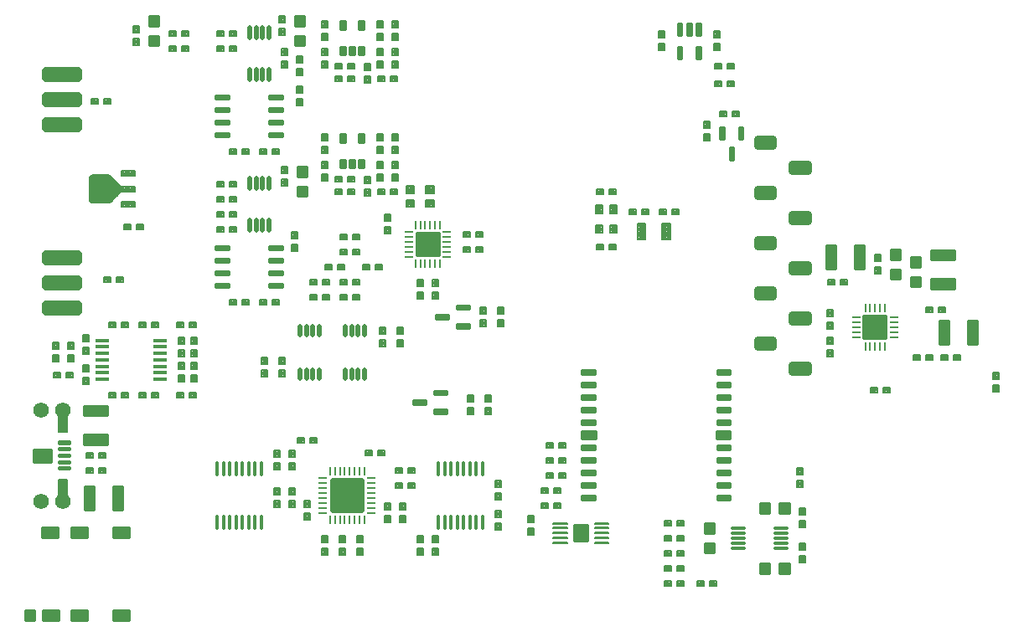
<source format=gbp>
G04 This is an RS-274x file exported by *
G04 gerbv version 2.6A *
G04 More information is available about gerbv at *
G04 http://gerbv.geda-project.org/ *
G04 --End of header info--*
%MOIN*%
%FSLAX34Y34*%
%IPPOS*%
%IN "PSDR.pcb"*%
G04 --Define apertures--*
%ADD10C,0.0010*%
%ADD11C,0.0080*%
%ADD12C,0.0079*%
%ADD13C,0.0158*%
%ADD14C,0.0300*%
%ADD15C,0.0700*%
%ADD16C,0.0620*%
%ADD17C,0.0039*%
%ADD18O,0.0335X0.0098*%
%ADD19O,0.0098X0.0335*%
%ADD20C,0.0118*%
%ADD21C,0.0160*%
%ADD22C,0.0100*%
%ADD23C,0.0760*%
%ADD24C,0.0197*%
%ADD25C,0.0320*%
%ADD26C,0.2244*%
%ADD27C,0.0140*%
%ADD28O,0.0551X0.0158*%
%ADD29O,0.0175X0.0591*%
%ADD30O,0.0610X0.0114*%
%ADD31O,0.0158X0.0591*%
%ADD32O,0.0175X0.0535*%
G04 --Start main section--*
G54D11*
G01X0021290Y0015685D02*
G01X0021510Y0015685D01*
G01X0021510Y0015685D02*
G01X0021510Y0015415D01*
G01X0021510Y0015415D02*
G01X0021290Y0015415D01*
G01X0021290Y0015415D02*
G01X0021290Y0015685D01*
G01X0021290Y0015440D02*
G01X0021510Y0015440D01*
G01X0021290Y0015520D02*
G01X0021510Y0015520D01*
G01X0021290Y0015600D02*
G01X0021510Y0015600D01*
G01X0021290Y0015680D02*
G01X0021510Y0015680D01*
G01X0021360Y0015415D02*
G01X0021360Y0015685D01*
G01X0021440Y0015415D02*
G01X0021440Y0015685D01*
G01X0021290Y0015185D02*
G01X0021510Y0015185D01*
G01X0021510Y0015185D02*
G01X0021510Y0014915D01*
G01X0021510Y0014915D02*
G01X0021290Y0014915D01*
G01X0021290Y0014915D02*
G01X0021290Y0015185D01*
G01X0021290Y0014960D02*
G01X0021510Y0014960D01*
G01X0021290Y0015040D02*
G01X0021510Y0015040D01*
G01X0021290Y0015120D02*
G01X0021510Y0015120D01*
G01X0021360Y0014915D02*
G01X0021360Y0015185D01*
G01X0021440Y0014915D02*
G01X0021440Y0015185D01*
G01X0023390Y0014285D02*
G01X0023610Y0014285D01*
G01X0023610Y0014285D02*
G01X0023610Y0014015D01*
G01X0023610Y0014015D02*
G01X0023390Y0014015D01*
G01X0023390Y0014015D02*
G01X0023390Y0014285D01*
G01X0023390Y0014080D02*
G01X0023610Y0014080D01*
G01X0023390Y0014160D02*
G01X0023610Y0014160D01*
G01X0023390Y0014240D02*
G01X0023610Y0014240D01*
G01X0023440Y0014015D02*
G01X0023440Y0014285D01*
G01X0023520Y0014015D02*
G01X0023520Y0014285D01*
G01X0023600Y0014015D02*
G01X0023600Y0014285D01*
G01X0023390Y0013785D02*
G01X0023610Y0013785D01*
G01X0023610Y0013785D02*
G01X0023610Y0013515D01*
G01X0023610Y0013515D02*
G01X0023390Y0013515D01*
G01X0023390Y0013515D02*
G01X0023390Y0013785D01*
G01X0023390Y0013520D02*
G01X0023610Y0013520D01*
G01X0023390Y0013600D02*
G01X0023610Y0013600D01*
G01X0023390Y0013680D02*
G01X0023610Y0013680D01*
G01X0023390Y0013760D02*
G01X0023610Y0013760D01*
G01X0023440Y0013515D02*
G01X0023440Y0013785D01*
G01X0023520Y0013515D02*
G01X0023520Y0013785D01*
G01X0023600Y0013515D02*
G01X0023600Y0013785D01*
G01X0025090Y0015585D02*
G01X0025310Y0015585D01*
G01X0025310Y0015585D02*
G01X0025310Y0015315D01*
G01X0025310Y0015315D02*
G01X0025090Y0015315D01*
G01X0025090Y0015315D02*
G01X0025090Y0015585D01*
G01X0025090Y0015360D02*
G01X0025310Y0015360D01*
G01X0025090Y0015440D02*
G01X0025310Y0015440D01*
G01X0025090Y0015520D02*
G01X0025310Y0015520D01*
G01X0025120Y0015315D02*
G01X0025120Y0015585D01*
G01X0025200Y0015315D02*
G01X0025200Y0015585D01*
G01X0025280Y0015315D02*
G01X0025280Y0015585D01*
G01X0025090Y0015085D02*
G01X0025310Y0015085D01*
G01X0025310Y0015085D02*
G01X0025310Y0014815D01*
G01X0025310Y0014815D02*
G01X0025090Y0014815D01*
G01X0025090Y0014815D02*
G01X0025090Y0015085D01*
G01X0025090Y0014880D02*
G01X0025310Y0014880D01*
G01X0025090Y0014960D02*
G01X0025310Y0014960D01*
G01X0025090Y0015040D02*
G01X0025310Y0015040D01*
G01X0025120Y0014815D02*
G01X0025120Y0015085D01*
G01X0025200Y0014815D02*
G01X0025200Y0015085D01*
G01X0025280Y0014815D02*
G01X0025280Y0015085D01*
G01X0024490Y0015585D02*
G01X0024710Y0015585D01*
G01X0024710Y0015585D02*
G01X0024710Y0015315D01*
G01X0024710Y0015315D02*
G01X0024490Y0015315D01*
G01X0024490Y0015315D02*
G01X0024490Y0015585D01*
G01X0024490Y0015360D02*
G01X0024710Y0015360D01*
G01X0024490Y0015440D02*
G01X0024710Y0015440D01*
G01X0024490Y0015520D02*
G01X0024710Y0015520D01*
G01X0024560Y0015315D02*
G01X0024560Y0015585D01*
G01X0024640Y0015315D02*
G01X0024640Y0015585D01*
G01X0024490Y0015085D02*
G01X0024710Y0015085D01*
G01X0024710Y0015085D02*
G01X0024710Y0014815D01*
G01X0024710Y0014815D02*
G01X0024490Y0014815D01*
G01X0024490Y0014815D02*
G01X0024490Y0015085D01*
G01X0024490Y0014880D02*
G01X0024710Y0014880D01*
G01X0024490Y0014960D02*
G01X0024710Y0014960D01*
G01X0024490Y0015040D02*
G01X0024710Y0015040D01*
G01X0024560Y0014815D02*
G01X0024560Y0015085D01*
G01X0024640Y0014815D02*
G01X0024640Y0015085D01*
G01X0023715Y0017490D02*
G01X0023715Y0017710D01*
G01X0023715Y0017710D02*
G01X0023985Y0017710D01*
G01X0023985Y0017710D02*
G01X0023985Y0017490D01*
G01X0023985Y0017490D02*
G01X0023715Y0017490D01*
G01X0023715Y0017520D02*
G01X0023985Y0017520D01*
G01X0023715Y0017600D02*
G01X0023985Y0017600D01*
G01X0023715Y0017680D02*
G01X0023985Y0017680D01*
G01X0023760Y0017490D02*
G01X0023760Y0017710D01*
G01X0023840Y0017490D02*
G01X0023840Y0017710D01*
G01X0023920Y0017490D02*
G01X0023920Y0017710D01*
G01X0024215Y0017490D02*
G01X0024215Y0017710D01*
G01X0024215Y0017710D02*
G01X0024485Y0017710D01*
G01X0024485Y0017710D02*
G01X0024485Y0017490D01*
G01X0024485Y0017490D02*
G01X0024215Y0017490D01*
G01X0024215Y0017520D02*
G01X0024485Y0017520D01*
G01X0024215Y0017600D02*
G01X0024485Y0017600D01*
G01X0024215Y0017680D02*
G01X0024485Y0017680D01*
G01X0024240Y0017490D02*
G01X0024240Y0017710D01*
G01X0024320Y0017490D02*
G01X0024320Y0017710D01*
G01X0024400Y0017490D02*
G01X0024400Y0017710D01*
G01X0024480Y0017490D02*
G01X0024480Y0017710D01*
G01X0020690Y0016185D02*
G01X0020910Y0016185D01*
G01X0020910Y0016185D02*
G01X0020910Y0015915D01*
G01X0020910Y0015915D02*
G01X0020690Y0015915D01*
G01X0020690Y0015915D02*
G01X0020690Y0016185D01*
G01X0020690Y0015920D02*
G01X0020910Y0015920D01*
G01X0020690Y0016000D02*
G01X0020910Y0016000D01*
G01X0020690Y0016080D02*
G01X0020910Y0016080D01*
G01X0020690Y0016160D02*
G01X0020910Y0016160D01*
G01X0020720Y0015915D02*
G01X0020720Y0016185D01*
G01X0020800Y0015915D02*
G01X0020800Y0016185D01*
G01X0020880Y0015915D02*
G01X0020880Y0016185D01*
G01X0020690Y0015685D02*
G01X0020910Y0015685D01*
G01X0020910Y0015685D02*
G01X0020910Y0015415D01*
G01X0020910Y0015415D02*
G01X0020690Y0015415D01*
G01X0020690Y0015415D02*
G01X0020690Y0015685D01*
G01X0020690Y0015440D02*
G01X0020910Y0015440D01*
G01X0020690Y0015520D02*
G01X0020910Y0015520D01*
G01X0020690Y0015600D02*
G01X0020910Y0015600D01*
G01X0020690Y0015680D02*
G01X0020910Y0015680D01*
G01X0020720Y0015415D02*
G01X0020720Y0015685D01*
G01X0020800Y0015415D02*
G01X0020800Y0015685D01*
G01X0020880Y0015415D02*
G01X0020880Y0015685D01*
G01X0020310Y0015415D02*
G01X0020090Y0015415D01*
G01X0020090Y0015415D02*
G01X0020090Y0015685D01*
G01X0020090Y0015685D02*
G01X0020310Y0015685D01*
G01X0020310Y0015685D02*
G01X0020310Y0015415D01*
G01X0020090Y0015440D02*
G01X0020310Y0015440D01*
G01X0020090Y0015520D02*
G01X0020310Y0015520D01*
G01X0020090Y0015600D02*
G01X0020310Y0015600D01*
G01X0020090Y0015680D02*
G01X0020310Y0015680D01*
G01X0020160Y0015415D02*
G01X0020160Y0015685D01*
G01X0020240Y0015415D02*
G01X0020240Y0015685D01*
G01X0020310Y0015915D02*
G01X0020090Y0015915D01*
G01X0020090Y0015915D02*
G01X0020090Y0016185D01*
G01X0020090Y0016185D02*
G01X0020310Y0016185D01*
G01X0020310Y0016185D02*
G01X0020310Y0015915D01*
G01X0020090Y0015920D02*
G01X0020310Y0015920D01*
G01X0020090Y0016000D02*
G01X0020310Y0016000D01*
G01X0020090Y0016080D02*
G01X0020310Y0016080D01*
G01X0020090Y0016160D02*
G01X0020310Y0016160D01*
G01X0020160Y0015915D02*
G01X0020160Y0016185D01*
G01X0020240Y0015915D02*
G01X0020240Y0016185D01*
G01X0024915Y0016190D02*
G01X0024915Y0016410D01*
G01X0024915Y0016410D02*
G01X0025185Y0016410D01*
G01X0025185Y0016410D02*
G01X0025185Y0016190D01*
G01X0025185Y0016190D02*
G01X0024915Y0016190D01*
G01X0024915Y0016240D02*
G01X0025185Y0016240D01*
G01X0024915Y0016320D02*
G01X0025185Y0016320D01*
G01X0024915Y0016400D02*
G01X0025185Y0016400D01*
G01X0024960Y0016190D02*
G01X0024960Y0016410D01*
G01X0025040Y0016190D02*
G01X0025040Y0016410D01*
G01X0025120Y0016190D02*
G01X0025120Y0016410D01*
G01X0025415Y0016190D02*
G01X0025415Y0016410D01*
G01X0025415Y0016410D02*
G01X0025685Y0016410D01*
G01X0025685Y0016410D02*
G01X0025685Y0016190D01*
G01X0025685Y0016190D02*
G01X0025415Y0016190D01*
G01X0025415Y0016240D02*
G01X0025685Y0016240D01*
G01X0025415Y0016320D02*
G01X0025685Y0016320D01*
G01X0025415Y0016400D02*
G01X0025685Y0016400D01*
G01X0025440Y0016190D02*
G01X0025440Y0016410D01*
G01X0025520Y0016190D02*
G01X0025520Y0016410D01*
G01X0025600Y0016190D02*
G01X0025600Y0016410D01*
G01X0025680Y0016190D02*
G01X0025680Y0016410D01*
G01X0025685Y0017010D02*
G01X0025685Y0016790D01*
G01X0025685Y0016790D02*
G01X0025415Y0016790D01*
G01X0025415Y0016790D02*
G01X0025415Y0017010D01*
G01X0025415Y0017010D02*
G01X0025685Y0017010D01*
G01X0025415Y0016800D02*
G01X0025685Y0016800D01*
G01X0025415Y0016880D02*
G01X0025685Y0016880D01*
G01X0025415Y0016960D02*
G01X0025685Y0016960D01*
G01X0025440Y0016790D02*
G01X0025440Y0017010D01*
G01X0025520Y0016790D02*
G01X0025520Y0017010D01*
G01X0025600Y0016790D02*
G01X0025600Y0017010D01*
G01X0025680Y0016790D02*
G01X0025680Y0017010D01*
G01X0025185Y0017010D02*
G01X0025185Y0016790D01*
G01X0025185Y0016790D02*
G01X0024915Y0016790D01*
G01X0024915Y0016790D02*
G01X0024915Y0017010D01*
G01X0024915Y0017010D02*
G01X0025185Y0017010D01*
G01X0024915Y0016800D02*
G01X0025185Y0016800D01*
G01X0024915Y0016880D02*
G01X0025185Y0016880D01*
G01X0024915Y0016960D02*
G01X0025185Y0016960D01*
G01X0024960Y0016790D02*
G01X0024960Y0017010D01*
G01X0025040Y0016790D02*
G01X0025040Y0017010D01*
G01X0025120Y0016790D02*
G01X0025120Y0017010D01*
G01X0042310Y0021415D02*
G01X0042090Y0021415D01*
G01X0042090Y0021415D02*
G01X0042090Y0021685D01*
G01X0042090Y0021685D02*
G01X0042310Y0021685D01*
G01X0042310Y0021685D02*
G01X0042310Y0021415D01*
G01X0042090Y0021440D02*
G01X0042310Y0021440D01*
G01X0042090Y0021520D02*
G01X0042310Y0021520D01*
G01X0042090Y0021600D02*
G01X0042310Y0021600D01*
G01X0042090Y0021680D02*
G01X0042310Y0021680D01*
G01X0042160Y0021415D02*
G01X0042160Y0021685D01*
G01X0042240Y0021415D02*
G01X0042240Y0021685D01*
G01X0042310Y0021915D02*
G01X0042090Y0021915D01*
G01X0042090Y0021915D02*
G01X0042090Y0022185D01*
G01X0042090Y0022185D02*
G01X0042310Y0022185D01*
G01X0042310Y0022185D02*
G01X0042310Y0021915D01*
G01X0042090Y0021920D02*
G01X0042310Y0021920D01*
G01X0042090Y0022000D02*
G01X0042310Y0022000D01*
G01X0042090Y0022080D02*
G01X0042310Y0022080D01*
G01X0042090Y0022160D02*
G01X0042310Y0022160D01*
G01X0042160Y0021915D02*
G01X0042160Y0022185D01*
G01X0042240Y0021915D02*
G01X0042240Y0022185D01*
G01X0019085Y0023710D02*
G01X0019085Y0023490D01*
G01X0019085Y0023490D02*
G01X0018815Y0023490D01*
G01X0018815Y0023490D02*
G01X0018815Y0023710D01*
G01X0018815Y0023710D02*
G01X0019085Y0023710D01*
G01X0018815Y0023520D02*
G01X0019085Y0023520D01*
G01X0018815Y0023600D02*
G01X0019085Y0023600D01*
G01X0018815Y0023680D02*
G01X0019085Y0023680D01*
G01X0018880Y0023490D02*
G01X0018880Y0023710D01*
G01X0018960Y0023490D02*
G01X0018960Y0023710D01*
G01X0019040Y0023490D02*
G01X0019040Y0023710D01*
G01X0018585Y0023710D02*
G01X0018585Y0023490D01*
G01X0018585Y0023490D02*
G01X0018315Y0023490D01*
G01X0018315Y0023490D02*
G01X0018315Y0023710D01*
G01X0018315Y0023710D02*
G01X0018585Y0023710D01*
G01X0018315Y0023520D02*
G01X0018585Y0023520D01*
G01X0018315Y0023600D02*
G01X0018585Y0023600D01*
G01X0018315Y0023680D02*
G01X0018585Y0023680D01*
G01X0018320Y0023490D02*
G01X0018320Y0023710D01*
G01X0018400Y0023490D02*
G01X0018400Y0023710D01*
G01X0018480Y0023490D02*
G01X0018480Y0023710D01*
G01X0018560Y0023490D02*
G01X0018560Y0023710D01*
G01X0044585Y0020210D02*
G01X0044585Y0019990D01*
G01X0044585Y0019990D02*
G01X0044315Y0019990D01*
G01X0044315Y0019990D02*
G01X0044315Y0020210D01*
G01X0044315Y0020210D02*
G01X0044585Y0020210D01*
G01X0044315Y0020000D02*
G01X0044585Y0020000D01*
G01X0044315Y0020080D02*
G01X0044585Y0020080D01*
G01X0044315Y0020160D02*
G01X0044585Y0020160D01*
G01X0044320Y0019990D02*
G01X0044320Y0020210D01*
G01X0044400Y0019990D02*
G01X0044400Y0020210D01*
G01X0044480Y0019990D02*
G01X0044480Y0020210D01*
G01X0044560Y0019990D02*
G01X0044560Y0020210D01*
G01X0044085Y0020210D02*
G01X0044085Y0019990D01*
G01X0044085Y0019990D02*
G01X0043815Y0019990D01*
G01X0043815Y0019990D02*
G01X0043815Y0020210D01*
G01X0043815Y0020210D02*
G01X0044085Y0020210D01*
G01X0043815Y0020000D02*
G01X0044085Y0020000D01*
G01X0043815Y0020080D02*
G01X0044085Y0020080D01*
G01X0043815Y0020160D02*
G01X0044085Y0020160D01*
G01X0043840Y0019990D02*
G01X0043840Y0020210D01*
G01X0043920Y0019990D02*
G01X0043920Y0020210D01*
G01X0044000Y0019990D02*
G01X0044000Y0020210D01*
G01X0044080Y0019990D02*
G01X0044080Y0020210D01*
G01X0012615Y0017390D02*
G01X0012615Y0017610D01*
G01X0012615Y0017610D02*
G01X0012885Y0017610D01*
G01X0012885Y0017610D02*
G01X0012885Y0017390D01*
G01X0012885Y0017390D02*
G01X0012615Y0017390D01*
G01X0012615Y0017440D02*
G01X0012885Y0017440D01*
G01X0012615Y0017520D02*
G01X0012885Y0017520D01*
G01X0012615Y0017600D02*
G01X0012885Y0017600D01*
G01X0012640Y0017390D02*
G01X0012640Y0017610D01*
G01X0012720Y0017390D02*
G01X0012720Y0017610D01*
G01X0012800Y0017390D02*
G01X0012800Y0017610D01*
G01X0012880Y0017390D02*
G01X0012880Y0017610D01*
G01X0013115Y0017390D02*
G01X0013115Y0017610D01*
G01X0013115Y0017610D02*
G01X0013385Y0017610D01*
G01X0013385Y0017610D02*
G01X0013385Y0017390D01*
G01X0013385Y0017390D02*
G01X0013115Y0017390D01*
G01X0013115Y0017440D02*
G01X0013385Y0017440D01*
G01X0013115Y0017520D02*
G01X0013385Y0017520D01*
G01X0013115Y0017600D02*
G01X0013385Y0017600D01*
G01X0013120Y0017390D02*
G01X0013120Y0017610D01*
G01X0013200Y0017390D02*
G01X0013200Y0017610D01*
G01X0013280Y0017390D02*
G01X0013280Y0017610D01*
G01X0013360Y0017390D02*
G01X0013360Y0017610D01*
G01X0012615Y0016790D02*
G01X0012615Y0017010D01*
G01X0012615Y0017010D02*
G01X0012885Y0017010D01*
G01X0012885Y0017010D02*
G01X0012885Y0016790D01*
G01X0012885Y0016790D02*
G01X0012615Y0016790D01*
G01X0012615Y0016800D02*
G01X0012885Y0016800D01*
G01X0012615Y0016880D02*
G01X0012885Y0016880D01*
G01X0012615Y0016960D02*
G01X0012885Y0016960D01*
G01X0012640Y0016790D02*
G01X0012640Y0017010D01*
G01X0012720Y0016790D02*
G01X0012720Y0017010D01*
G01X0012800Y0016790D02*
G01X0012800Y0017010D01*
G01X0012880Y0016790D02*
G01X0012880Y0017010D01*
G01X0013115Y0016790D02*
G01X0013115Y0017010D01*
G01X0013115Y0017010D02*
G01X0013385Y0017010D01*
G01X0013385Y0017010D02*
G01X0013385Y0016790D01*
G01X0013385Y0016790D02*
G01X0013115Y0016790D01*
G01X0013115Y0016800D02*
G01X0013385Y0016800D01*
G01X0013115Y0016880D02*
G01X0013385Y0016880D01*
G01X0013115Y0016960D02*
G01X0013385Y0016960D01*
G01X0013120Y0016790D02*
G01X0013120Y0017010D01*
G01X0013200Y0016790D02*
G01X0013200Y0017010D01*
G01X0013280Y0016790D02*
G01X0013280Y0017010D01*
G01X0013360Y0016790D02*
G01X0013360Y0017010D01*
G01X0019515Y0029490D02*
G01X0019515Y0029710D01*
G01X0019515Y0029710D02*
G01X0019785Y0029710D01*
G01X0019785Y0029710D02*
G01X0019785Y0029490D01*
G01X0019785Y0029490D02*
G01X0019515Y0029490D01*
G01X0019515Y0029520D02*
G01X0019785Y0029520D01*
G01X0019515Y0029600D02*
G01X0019785Y0029600D01*
G01X0019515Y0029680D02*
G01X0019785Y0029680D01*
G01X0019520Y0029490D02*
G01X0019520Y0029710D01*
G01X0019600Y0029490D02*
G01X0019600Y0029710D01*
G01X0019680Y0029490D02*
G01X0019680Y0029710D01*
G01X0019760Y0029490D02*
G01X0019760Y0029710D01*
G01X0020015Y0029490D02*
G01X0020015Y0029710D01*
G01X0020015Y0029710D02*
G01X0020285Y0029710D01*
G01X0020285Y0029710D02*
G01X0020285Y0029490D01*
G01X0020285Y0029490D02*
G01X0020015Y0029490D01*
G01X0020015Y0029520D02*
G01X0020285Y0029520D01*
G01X0020015Y0029600D02*
G01X0020285Y0029600D01*
G01X0020015Y0029680D02*
G01X0020285Y0029680D01*
G01X0020080Y0029490D02*
G01X0020080Y0029710D01*
G01X0020160Y0029490D02*
G01X0020160Y0029710D01*
G01X0020240Y0029490D02*
G01X0020240Y0029710D01*
G01X0032915Y0027890D02*
G01X0032915Y0028110D01*
G01X0032915Y0028110D02*
G01X0033185Y0028110D01*
G01X0033185Y0028110D02*
G01X0033185Y0027890D01*
G01X0033185Y0027890D02*
G01X0032915Y0027890D01*
G01X0032915Y0027920D02*
G01X0033185Y0027920D01*
G01X0032915Y0028000D02*
G01X0033185Y0028000D01*
G01X0032915Y0028080D02*
G01X0033185Y0028080D01*
G01X0032960Y0027890D02*
G01X0032960Y0028110D01*
G01X0033040Y0027890D02*
G01X0033040Y0028110D01*
G01X0033120Y0027890D02*
G01X0033120Y0028110D01*
G01X0033415Y0027890D02*
G01X0033415Y0028110D01*
G01X0033415Y0028110D02*
G01X0033685Y0028110D01*
G01X0033685Y0028110D02*
G01X0033685Y0027890D01*
G01X0033685Y0027890D02*
G01X0033415Y0027890D01*
G01X0033415Y0027920D02*
G01X0033685Y0027920D01*
G01X0033415Y0028000D02*
G01X0033685Y0028000D01*
G01X0033415Y0028080D02*
G01X0033685Y0028080D01*
G01X0033440Y0027890D02*
G01X0033440Y0028110D01*
G01X0033520Y0027890D02*
G01X0033520Y0028110D01*
G01X0033600Y0027890D02*
G01X0033600Y0028110D01*
G01X0033680Y0027890D02*
G01X0033680Y0028110D01*
G01X0018585Y0028410D02*
G01X0018585Y0028190D01*
G01X0018585Y0028190D02*
G01X0018315Y0028190D01*
G01X0018315Y0028190D02*
G01X0018315Y0028410D01*
G01X0018315Y0028410D02*
G01X0018585Y0028410D01*
G01X0018315Y0028240D02*
G01X0018585Y0028240D01*
G01X0018315Y0028320D02*
G01X0018585Y0028320D01*
G01X0018315Y0028400D02*
G01X0018585Y0028400D01*
G01X0018320Y0028190D02*
G01X0018320Y0028410D01*
G01X0018400Y0028190D02*
G01X0018400Y0028410D01*
G01X0018480Y0028190D02*
G01X0018480Y0028410D01*
G01X0018560Y0028190D02*
G01X0018560Y0028410D01*
G01X0018085Y0028410D02*
G01X0018085Y0028190D01*
G01X0018085Y0028190D02*
G01X0017815Y0028190D01*
G01X0017815Y0028190D02*
G01X0017815Y0028410D01*
G01X0017815Y0028410D02*
G01X0018085Y0028410D01*
G01X0017815Y0028240D02*
G01X0018085Y0028240D01*
G01X0017815Y0028320D02*
G01X0018085Y0028320D01*
G01X0017815Y0028400D02*
G01X0018085Y0028400D01*
G01X0017840Y0028190D02*
G01X0017840Y0028410D01*
G01X0017920Y0028190D02*
G01X0017920Y0028410D01*
G01X0018000Y0028190D02*
G01X0018000Y0028410D01*
G01X0018080Y0028190D02*
G01X0018080Y0028410D01*
G01X0033685Y0025910D02*
G01X0033685Y0025690D01*
G01X0033685Y0025690D02*
G01X0033415Y0025690D01*
G01X0033415Y0025690D02*
G01X0033415Y0025910D01*
G01X0033415Y0025910D02*
G01X0033685Y0025910D01*
G01X0033415Y0025760D02*
G01X0033685Y0025760D01*
G01X0033415Y0025840D02*
G01X0033685Y0025840D01*
G01X0033440Y0025690D02*
G01X0033440Y0025910D01*
G01X0033520Y0025690D02*
G01X0033520Y0025910D01*
G01X0033600Y0025690D02*
G01X0033600Y0025910D01*
G01X0033680Y0025690D02*
G01X0033680Y0025910D01*
G01X0033185Y0025910D02*
G01X0033185Y0025690D01*
G01X0033185Y0025690D02*
G01X0032915Y0025690D01*
G01X0032915Y0025690D02*
G01X0032915Y0025910D01*
G01X0032915Y0025910D02*
G01X0033185Y0025910D01*
G01X0032915Y0025760D02*
G01X0033185Y0025760D01*
G01X0032915Y0025840D02*
G01X0033185Y0025840D01*
G01X0032960Y0025690D02*
G01X0032960Y0025910D01*
G01X0033040Y0025690D02*
G01X0033040Y0025910D01*
G01X0033120Y0025690D02*
G01X0033120Y0025910D01*
G01X0022210Y0013515D02*
G01X0021990Y0013515D01*
G01X0021990Y0013515D02*
G01X0021990Y0013785D01*
G01X0021990Y0013785D02*
G01X0022210Y0013785D01*
G01X0022210Y0013785D02*
G01X0022210Y0013515D01*
G01X0021990Y0013520D02*
G01X0022210Y0013520D01*
G01X0021990Y0013600D02*
G01X0022210Y0013600D01*
G01X0021990Y0013680D02*
G01X0022210Y0013680D01*
G01X0021990Y0013760D02*
G01X0022210Y0013760D01*
G01X0022000Y0013515D02*
G01X0022000Y0013785D01*
G01X0022080Y0013515D02*
G01X0022080Y0013785D01*
G01X0022160Y0013515D02*
G01X0022160Y0013785D01*
G01X0022210Y0014015D02*
G01X0021990Y0014015D01*
G01X0021990Y0014015D02*
G01X0021990Y0014285D01*
G01X0021990Y0014285D02*
G01X0022210Y0014285D01*
G01X0022210Y0014285D02*
G01X0022210Y0014015D01*
G01X0021990Y0014080D02*
G01X0022210Y0014080D01*
G01X0021990Y0014160D02*
G01X0022210Y0014160D01*
G01X0021990Y0014240D02*
G01X0022210Y0014240D01*
G01X0022000Y0014015D02*
G01X0022000Y0014285D01*
G01X0022080Y0014015D02*
G01X0022080Y0014285D01*
G01X0022160Y0014015D02*
G01X0022160Y0014285D01*
G01X0022690Y0014285D02*
G01X0022910Y0014285D01*
G01X0022910Y0014285D02*
G01X0022910Y0014015D01*
G01X0022910Y0014015D02*
G01X0022690Y0014015D01*
G01X0022690Y0014015D02*
G01X0022690Y0014285D01*
G01X0022690Y0014080D02*
G01X0022910Y0014080D01*
G01X0022690Y0014160D02*
G01X0022910Y0014160D01*
G01X0022690Y0014240D02*
G01X0022910Y0014240D01*
G01X0022720Y0014015D02*
G01X0022720Y0014285D01*
G01X0022800Y0014015D02*
G01X0022800Y0014285D01*
G01X0022880Y0014015D02*
G01X0022880Y0014285D01*
G01X0022690Y0013785D02*
G01X0022910Y0013785D01*
G01X0022910Y0013785D02*
G01X0022910Y0013515D01*
G01X0022910Y0013515D02*
G01X0022690Y0013515D01*
G01X0022690Y0013515D02*
G01X0022690Y0013785D01*
G01X0022690Y0013520D02*
G01X0022910Y0013520D01*
G01X0022690Y0013600D02*
G01X0022910Y0013600D01*
G01X0022690Y0013680D02*
G01X0022910Y0013680D01*
G01X0022690Y0013760D02*
G01X0022910Y0013760D01*
G01X0022720Y0013515D02*
G01X0022720Y0013785D01*
G01X0022800Y0013515D02*
G01X0022800Y0013785D01*
G01X0022880Y0013515D02*
G01X0022880Y0013785D01*
G01X0028890Y0015285D02*
G01X0029110Y0015285D01*
G01X0029110Y0015285D02*
G01X0029110Y0015015D01*
G01X0029110Y0015015D02*
G01X0028890Y0015015D01*
G01X0028890Y0015015D02*
G01X0028890Y0015285D01*
G01X0028890Y0015040D02*
G01X0029110Y0015040D01*
G01X0028890Y0015120D02*
G01X0029110Y0015120D01*
G01X0028890Y0015200D02*
G01X0029110Y0015200D01*
G01X0028890Y0015280D02*
G01X0029110Y0015280D01*
G01X0028960Y0015015D02*
G01X0028960Y0015285D01*
G01X0029040Y0015015D02*
G01X0029040Y0015285D01*
G01X0028890Y0014785D02*
G01X0029110Y0014785D01*
G01X0029110Y0014785D02*
G01X0029110Y0014515D01*
G01X0029110Y0014515D02*
G01X0028890Y0014515D01*
G01X0028890Y0014515D02*
G01X0028890Y0014785D01*
G01X0028890Y0014560D02*
G01X0029110Y0014560D01*
G01X0028890Y0014640D02*
G01X0029110Y0014640D01*
G01X0028890Y0014720D02*
G01X0029110Y0014720D01*
G01X0028960Y0014515D02*
G01X0028960Y0014785D01*
G01X0029040Y0014515D02*
G01X0029040Y0014785D01*
G01X0029110Y0015715D02*
G01X0028890Y0015715D01*
G01X0028890Y0015715D02*
G01X0028890Y0015985D01*
G01X0028890Y0015985D02*
G01X0029110Y0015985D01*
G01X0029110Y0015985D02*
G01X0029110Y0015715D01*
G01X0028890Y0015760D02*
G01X0029110Y0015760D01*
G01X0028890Y0015840D02*
G01X0029110Y0015840D01*
G01X0028890Y0015920D02*
G01X0029110Y0015920D01*
G01X0028960Y0015715D02*
G01X0028960Y0015985D01*
G01X0029040Y0015715D02*
G01X0029040Y0015985D01*
G01X0029110Y0016215D02*
G01X0028890Y0016215D01*
G01X0028890Y0016215D02*
G01X0028890Y0016485D01*
G01X0028890Y0016485D02*
G01X0029110Y0016485D01*
G01X0029110Y0016485D02*
G01X0029110Y0016215D01*
G01X0028890Y0016240D02*
G01X0029110Y0016240D01*
G01X0028890Y0016320D02*
G01X0029110Y0016320D01*
G01X0028890Y0016400D02*
G01X0029110Y0016400D01*
G01X0028890Y0016480D02*
G01X0029110Y0016480D01*
G01X0028960Y0016215D02*
G01X0028960Y0016485D01*
G01X0029040Y0016215D02*
G01X0029040Y0016485D01*
G01X0026390Y0014285D02*
G01X0026610Y0014285D01*
G01X0026610Y0014285D02*
G01X0026610Y0014015D01*
G01X0026610Y0014015D02*
G01X0026390Y0014015D01*
G01X0026390Y0014015D02*
G01X0026390Y0014285D01*
G01X0026390Y0014080D02*
G01X0026610Y0014080D01*
G01X0026390Y0014160D02*
G01X0026610Y0014160D01*
G01X0026390Y0014240D02*
G01X0026610Y0014240D01*
G01X0026400Y0014015D02*
G01X0026400Y0014285D01*
G01X0026480Y0014015D02*
G01X0026480Y0014285D01*
G01X0026560Y0014015D02*
G01X0026560Y0014285D01*
G01X0026390Y0013785D02*
G01X0026610Y0013785D01*
G01X0026610Y0013785D02*
G01X0026610Y0013515D01*
G01X0026610Y0013515D02*
G01X0026390Y0013515D01*
G01X0026390Y0013515D02*
G01X0026390Y0013785D01*
G01X0026390Y0013520D02*
G01X0026610Y0013520D01*
G01X0026390Y0013600D02*
G01X0026610Y0013600D01*
G01X0026390Y0013680D02*
G01X0026610Y0013680D01*
G01X0026390Y0013760D02*
G01X0026610Y0013760D01*
G01X0026400Y0013515D02*
G01X0026400Y0013785D01*
G01X0026480Y0013515D02*
G01X0026480Y0013785D01*
G01X0026560Y0013515D02*
G01X0026560Y0013785D01*
G01X0020310Y0016915D02*
G01X0020090Y0016915D01*
G01X0020090Y0016915D02*
G01X0020090Y0017185D01*
G01X0020090Y0017185D02*
G01X0020310Y0017185D01*
G01X0020310Y0017185D02*
G01X0020310Y0016915D01*
G01X0020090Y0016960D02*
G01X0020310Y0016960D01*
G01X0020090Y0017040D02*
G01X0020310Y0017040D01*
G01X0020090Y0017120D02*
G01X0020310Y0017120D01*
G01X0020160Y0016915D02*
G01X0020160Y0017185D01*
G01X0020240Y0016915D02*
G01X0020240Y0017185D01*
G01X0020310Y0017415D02*
G01X0020090Y0017415D01*
G01X0020090Y0017415D02*
G01X0020090Y0017685D01*
G01X0020090Y0017685D02*
G01X0020310Y0017685D01*
G01X0020310Y0017685D02*
G01X0020310Y0017415D01*
G01X0020090Y0017440D02*
G01X0020310Y0017440D01*
G01X0020090Y0017520D02*
G01X0020310Y0017520D01*
G01X0020090Y0017600D02*
G01X0020310Y0017600D01*
G01X0020090Y0017680D02*
G01X0020310Y0017680D01*
G01X0020160Y0017415D02*
G01X0020160Y0017685D01*
G01X0020240Y0017415D02*
G01X0020240Y0017685D01*
G01X0025790Y0014285D02*
G01X0026010Y0014285D01*
G01X0026010Y0014285D02*
G01X0026010Y0014015D01*
G01X0026010Y0014015D02*
G01X0025790Y0014015D01*
G01X0025790Y0014015D02*
G01X0025790Y0014285D01*
G01X0025790Y0014080D02*
G01X0026010Y0014080D01*
G01X0025790Y0014160D02*
G01X0026010Y0014160D01*
G01X0025790Y0014240D02*
G01X0026010Y0014240D01*
G01X0025840Y0014015D02*
G01X0025840Y0014285D01*
G01X0025920Y0014015D02*
G01X0025920Y0014285D01*
G01X0026000Y0014015D02*
G01X0026000Y0014285D01*
G01X0025790Y0013785D02*
G01X0026010Y0013785D01*
G01X0026010Y0013785D02*
G01X0026010Y0013515D01*
G01X0026010Y0013515D02*
G01X0025790Y0013515D01*
G01X0025790Y0013515D02*
G01X0025790Y0013785D01*
G01X0025790Y0013520D02*
G01X0026010Y0013520D01*
G01X0025790Y0013600D02*
G01X0026010Y0013600D01*
G01X0025790Y0013680D02*
G01X0026010Y0013680D01*
G01X0025790Y0013760D02*
G01X0026010Y0013760D01*
G01X0025840Y0013515D02*
G01X0025840Y0013785D01*
G01X0025920Y0013515D02*
G01X0025920Y0013785D01*
G01X0026000Y0013515D02*
G01X0026000Y0013785D01*
G01X0020910Y0016915D02*
G01X0020690Y0016915D01*
G01X0020690Y0016915D02*
G01X0020690Y0017185D01*
G01X0020690Y0017185D02*
G01X0020910Y0017185D01*
G01X0020910Y0017185D02*
G01X0020910Y0016915D01*
G01X0020690Y0016960D02*
G01X0020910Y0016960D01*
G01X0020690Y0017040D02*
G01X0020910Y0017040D01*
G01X0020690Y0017120D02*
G01X0020910Y0017120D01*
G01X0020720Y0016915D02*
G01X0020720Y0017185D01*
G01X0020800Y0016915D02*
G01X0020800Y0017185D01*
G01X0020880Y0016915D02*
G01X0020880Y0017185D01*
G01X0020910Y0017415D02*
G01X0020690Y0017415D01*
G01X0020690Y0017415D02*
G01X0020690Y0017685D01*
G01X0020690Y0017685D02*
G01X0020910Y0017685D01*
G01X0020910Y0017685D02*
G01X0020910Y0017415D01*
G01X0020690Y0017440D02*
G01X0020910Y0017440D01*
G01X0020690Y0017520D02*
G01X0020910Y0017520D01*
G01X0020690Y0017600D02*
G01X0020910Y0017600D01*
G01X0020690Y0017680D02*
G01X0020910Y0017680D01*
G01X0020720Y0017415D02*
G01X0020720Y0017685D01*
G01X0020800Y0017415D02*
G01X0020800Y0017685D01*
G01X0020880Y0017415D02*
G01X0020880Y0017685D01*
G01X0021785Y0018210D02*
G01X0021785Y0017990D01*
G01X0021785Y0017990D02*
G01X0021515Y0017990D01*
G01X0021515Y0017990D02*
G01X0021515Y0018210D01*
G01X0021515Y0018210D02*
G01X0021785Y0018210D01*
G01X0021515Y0018000D02*
G01X0021785Y0018000D01*
G01X0021515Y0018080D02*
G01X0021785Y0018080D01*
G01X0021515Y0018160D02*
G01X0021785Y0018160D01*
G01X0021520Y0017990D02*
G01X0021520Y0018210D01*
G01X0021600Y0017990D02*
G01X0021600Y0018210D01*
G01X0021680Y0017990D02*
G01X0021680Y0018210D01*
G01X0021760Y0017990D02*
G01X0021760Y0018210D01*
G01X0021285Y0018210D02*
G01X0021285Y0017990D01*
G01X0021285Y0017990D02*
G01X0021015Y0017990D01*
G01X0021015Y0017990D02*
G01X0021015Y0018210D01*
G01X0021015Y0018210D02*
G01X0021285Y0018210D01*
G01X0021015Y0018000D02*
G01X0021285Y0018000D01*
G01X0021015Y0018080D02*
G01X0021285Y0018080D01*
G01X0021015Y0018160D02*
G01X0021285Y0018160D01*
G01X0021040Y0017990D02*
G01X0021040Y0018210D01*
G01X0021120Y0017990D02*
G01X0021120Y0018210D01*
G01X0021200Y0017990D02*
G01X0021200Y0018210D01*
G01X0021280Y0017990D02*
G01X0021280Y0018210D01*
G01X0024985Y0028110D02*
G01X0024985Y0027890D01*
G01X0024985Y0027890D02*
G01X0024715Y0027890D01*
G01X0024715Y0027890D02*
G01X0024715Y0028110D01*
G01X0024715Y0028110D02*
G01X0024985Y0028110D01*
G01X0024715Y0027920D02*
G01X0024985Y0027920D01*
G01X0024715Y0028000D02*
G01X0024985Y0028000D01*
G01X0024715Y0028080D02*
G01X0024985Y0028080D01*
G01X0024720Y0027890D02*
G01X0024720Y0028110D01*
G01X0024800Y0027890D02*
G01X0024800Y0028110D01*
G01X0024880Y0027890D02*
G01X0024880Y0028110D01*
G01X0024960Y0027890D02*
G01X0024960Y0028110D01*
G01X0024485Y0028110D02*
G01X0024485Y0027890D01*
G01X0024485Y0027890D02*
G01X0024215Y0027890D01*
G01X0024215Y0027890D02*
G01X0024215Y0028110D01*
G01X0024215Y0028110D02*
G01X0024485Y0028110D01*
G01X0024215Y0027920D02*
G01X0024485Y0027920D01*
G01X0024215Y0028000D02*
G01X0024485Y0028000D01*
G01X0024215Y0028080D02*
G01X0024485Y0028080D01*
G01X0024240Y0027890D02*
G01X0024240Y0028110D01*
G01X0024320Y0027890D02*
G01X0024320Y0028110D01*
G01X0024400Y0027890D02*
G01X0024400Y0028110D01*
G01X0024480Y0027890D02*
G01X0024480Y0028110D01*
G01X0024985Y0032610D02*
G01X0024985Y0032390D01*
G01X0024985Y0032390D02*
G01X0024715Y0032390D01*
G01X0024715Y0032390D02*
G01X0024715Y0032610D01*
G01X0024715Y0032610D02*
G01X0024985Y0032610D01*
G01X0024715Y0032400D02*
G01X0024985Y0032400D01*
G01X0024715Y0032480D02*
G01X0024985Y0032480D01*
G01X0024715Y0032560D02*
G01X0024985Y0032560D01*
G01X0024720Y0032390D02*
G01X0024720Y0032610D01*
G01X0024800Y0032390D02*
G01X0024800Y0032610D01*
G01X0024880Y0032390D02*
G01X0024880Y0032610D01*
G01X0024960Y0032390D02*
G01X0024960Y0032610D01*
G01X0024485Y0032610D02*
G01X0024485Y0032390D01*
G01X0024485Y0032390D02*
G01X0024215Y0032390D01*
G01X0024215Y0032390D02*
G01X0024215Y0032610D01*
G01X0024215Y0032610D02*
G01X0024485Y0032610D01*
G01X0024215Y0032400D02*
G01X0024485Y0032400D01*
G01X0024215Y0032480D02*
G01X0024485Y0032480D01*
G01X0024215Y0032560D02*
G01X0024485Y0032560D01*
G01X0024240Y0032390D02*
G01X0024240Y0032610D01*
G01X0024320Y0032390D02*
G01X0024320Y0032610D01*
G01X0024400Y0032390D02*
G01X0024400Y0032610D01*
G01X0024480Y0032390D02*
G01X0024480Y0032610D01*
G01X0014710Y0033815D02*
G01X0014490Y0033815D01*
G01X0014490Y0033815D02*
G01X0014490Y0034085D01*
G01X0014490Y0034085D02*
G01X0014710Y0034085D01*
G01X0014710Y0034085D02*
G01X0014710Y0033815D01*
G01X0014490Y0033840D02*
G01X0014710Y0033840D01*
G01X0014490Y0033920D02*
G01X0014710Y0033920D01*
G01X0014490Y0034000D02*
G01X0014710Y0034000D01*
G01X0014490Y0034080D02*
G01X0014710Y0034080D01*
G01X0014560Y0033815D02*
G01X0014560Y0034085D01*
G01X0014640Y0033815D02*
G01X0014640Y0034085D01*
G01X0014710Y0034315D02*
G01X0014490Y0034315D01*
G01X0014490Y0034315D02*
G01X0014490Y0034585D01*
G01X0014490Y0034585D02*
G01X0014710Y0034585D01*
G01X0014710Y0034585D02*
G01X0014710Y0034315D01*
G01X0014490Y0034320D02*
G01X0014710Y0034320D01*
G01X0014490Y0034400D02*
G01X0014710Y0034400D01*
G01X0014490Y0034480D02*
G01X0014710Y0034480D01*
G01X0014490Y0034560D02*
G01X0014710Y0034560D01*
G01X0014560Y0034315D02*
G01X0014560Y0034585D01*
G01X0014640Y0034315D02*
G01X0014640Y0034585D01*
G01X0040990Y0013985D02*
G01X0041210Y0013985D01*
G01X0041210Y0013985D02*
G01X0041210Y0013715D01*
G01X0041210Y0013715D02*
G01X0040990Y0013715D01*
G01X0040990Y0013715D02*
G01X0040990Y0013985D01*
G01X0040990Y0013760D02*
G01X0041210Y0013760D01*
G01X0040990Y0013840D02*
G01X0041210Y0013840D01*
G01X0040990Y0013920D02*
G01X0041210Y0013920D01*
G01X0041040Y0013715D02*
G01X0041040Y0013985D01*
G01X0041120Y0013715D02*
G01X0041120Y0013985D01*
G01X0041200Y0013715D02*
G01X0041200Y0013985D01*
G01X0040990Y0013485D02*
G01X0041210Y0013485D01*
G01X0041210Y0013485D02*
G01X0041210Y0013215D01*
G01X0041210Y0013215D02*
G01X0040990Y0013215D01*
G01X0040990Y0013215D02*
G01X0040990Y0013485D01*
G01X0040990Y0013280D02*
G01X0041210Y0013280D01*
G01X0040990Y0013360D02*
G01X0041210Y0013360D01*
G01X0040990Y0013440D02*
G01X0041210Y0013440D01*
G01X0041040Y0013215D02*
G01X0041040Y0013485D01*
G01X0041120Y0013215D02*
G01X0041120Y0013485D01*
G01X0041200Y0013215D02*
G01X0041200Y0013485D01*
G01X0028710Y0019115D02*
G01X0028490Y0019115D01*
G01X0028490Y0019115D02*
G01X0028490Y0019385D01*
G01X0028490Y0019385D02*
G01X0028710Y0019385D01*
G01X0028710Y0019385D02*
G01X0028710Y0019115D01*
G01X0028490Y0019120D02*
G01X0028710Y0019120D01*
G01X0028490Y0019200D02*
G01X0028710Y0019200D01*
G01X0028490Y0019280D02*
G01X0028710Y0019280D01*
G01X0028490Y0019360D02*
G01X0028710Y0019360D01*
G01X0028560Y0019115D02*
G01X0028560Y0019385D01*
G01X0028640Y0019115D02*
G01X0028640Y0019385D01*
G01X0028710Y0019615D02*
G01X0028490Y0019615D01*
G01X0028490Y0019615D02*
G01X0028490Y0019885D01*
G01X0028490Y0019885D02*
G01X0028710Y0019885D01*
G01X0028710Y0019885D02*
G01X0028710Y0019615D01*
G01X0028490Y0019680D02*
G01X0028710Y0019680D01*
G01X0028490Y0019760D02*
G01X0028710Y0019760D01*
G01X0028490Y0019840D02*
G01X0028710Y0019840D01*
G01X0028560Y0019615D02*
G01X0028560Y0019885D01*
G01X0028640Y0019615D02*
G01X0028640Y0019885D01*
G01X0028010Y0019115D02*
G01X0027790Y0019115D01*
G01X0027790Y0019115D02*
G01X0027790Y0019385D01*
G01X0027790Y0019385D02*
G01X0028010Y0019385D01*
G01X0028010Y0019385D02*
G01X0028010Y0019115D01*
G01X0027790Y0019120D02*
G01X0028010Y0019120D01*
G01X0027790Y0019200D02*
G01X0028010Y0019200D01*
G01X0027790Y0019280D02*
G01X0028010Y0019280D01*
G01X0027790Y0019360D02*
G01X0028010Y0019360D01*
G01X0027840Y0019115D02*
G01X0027840Y0019385D01*
G01X0027920Y0019115D02*
G01X0027920Y0019385D01*
G01X0028000Y0019115D02*
G01X0028000Y0019385D01*
G01X0028010Y0019615D02*
G01X0027790Y0019615D01*
G01X0027790Y0019615D02*
G01X0027790Y0019885D01*
G01X0027790Y0019885D02*
G01X0028010Y0019885D01*
G01X0028010Y0019885D02*
G01X0028010Y0019615D01*
G01X0027790Y0019680D02*
G01X0028010Y0019680D01*
G01X0027790Y0019760D02*
G01X0028010Y0019760D01*
G01X0027790Y0019840D02*
G01X0028010Y0019840D01*
G01X0027840Y0019615D02*
G01X0027840Y0019885D01*
G01X0027920Y0019615D02*
G01X0027920Y0019885D01*
G01X0028000Y0019615D02*
G01X0028000Y0019885D01*
G01X0027615Y0026190D02*
G01X0027615Y0026410D01*
G01X0027615Y0026410D02*
G01X0027885Y0026410D01*
G01X0027885Y0026410D02*
G01X0027885Y0026190D01*
G01X0027885Y0026190D02*
G01X0027615Y0026190D01*
G01X0027615Y0026240D02*
G01X0027885Y0026240D01*
G01X0027615Y0026320D02*
G01X0027885Y0026320D01*
G01X0027615Y0026400D02*
G01X0027885Y0026400D01*
G01X0027680Y0026190D02*
G01X0027680Y0026410D01*
G01X0027760Y0026190D02*
G01X0027760Y0026410D01*
G01X0027840Y0026190D02*
G01X0027840Y0026410D01*
G01X0028115Y0026190D02*
G01X0028115Y0026410D01*
G01X0028115Y0026410D02*
G01X0028385Y0026410D01*
G01X0028385Y0026410D02*
G01X0028385Y0026190D01*
G01X0028385Y0026190D02*
G01X0028115Y0026190D01*
G01X0028115Y0026240D02*
G01X0028385Y0026240D01*
G01X0028115Y0026320D02*
G01X0028385Y0026320D01*
G01X0028115Y0026400D02*
G01X0028385Y0026400D01*
G01X0028160Y0026190D02*
G01X0028160Y0026410D01*
G01X0028240Y0026190D02*
G01X0028240Y0026410D01*
G01X0028320Y0026190D02*
G01X0028320Y0026410D01*
G01X0027615Y0025590D02*
G01X0027615Y0025810D01*
G01X0027615Y0025810D02*
G01X0027885Y0025810D01*
G01X0027885Y0025810D02*
G01X0027885Y0025590D01*
G01X0027885Y0025590D02*
G01X0027615Y0025590D01*
G01X0027615Y0025600D02*
G01X0027885Y0025600D01*
G01X0027615Y0025680D02*
G01X0027885Y0025680D01*
G01X0027615Y0025760D02*
G01X0027885Y0025760D01*
G01X0027680Y0025590D02*
G01X0027680Y0025810D01*
G01X0027760Y0025590D02*
G01X0027760Y0025810D01*
G01X0027840Y0025590D02*
G01X0027840Y0025810D01*
G01X0028115Y0025590D02*
G01X0028115Y0025810D01*
G01X0028115Y0025810D02*
G01X0028385Y0025810D01*
G01X0028385Y0025810D02*
G01X0028385Y0025590D01*
G01X0028385Y0025590D02*
G01X0028115Y0025590D01*
G01X0028115Y0025600D02*
G01X0028385Y0025600D01*
G01X0028115Y0025680D02*
G01X0028385Y0025680D01*
G01X0028115Y0025760D02*
G01X0028385Y0025760D01*
G01X0028160Y0025590D02*
G01X0028160Y0025810D01*
G01X0028240Y0025590D02*
G01X0028240Y0025810D01*
G01X0028320Y0025590D02*
G01X0028320Y0025810D01*
G01X0026390Y0024485D02*
G01X0026610Y0024485D01*
G01X0026610Y0024485D02*
G01X0026610Y0024215D01*
G01X0026610Y0024215D02*
G01X0026390Y0024215D01*
G01X0026390Y0024215D02*
G01X0026390Y0024485D01*
G01X0026390Y0024240D02*
G01X0026610Y0024240D01*
G01X0026390Y0024320D02*
G01X0026610Y0024320D01*
G01X0026390Y0024400D02*
G01X0026610Y0024400D01*
G01X0026390Y0024480D02*
G01X0026610Y0024480D01*
G01X0026400Y0024215D02*
G01X0026400Y0024485D01*
G01X0026480Y0024215D02*
G01X0026480Y0024485D01*
G01X0026560Y0024215D02*
G01X0026560Y0024485D01*
G01X0026390Y0023985D02*
G01X0026610Y0023985D01*
G01X0026610Y0023985D02*
G01X0026610Y0023715D01*
G01X0026610Y0023715D02*
G01X0026390Y0023715D01*
G01X0026390Y0023715D02*
G01X0026390Y0023985D01*
G01X0026390Y0023760D02*
G01X0026610Y0023760D01*
G01X0026390Y0023840D02*
G01X0026610Y0023840D01*
G01X0026390Y0023920D02*
G01X0026610Y0023920D01*
G01X0026400Y0023715D02*
G01X0026400Y0023985D01*
G01X0026480Y0023715D02*
G01X0026480Y0023985D01*
G01X0026560Y0023715D02*
G01X0026560Y0023985D01*
G01X0025790Y0024485D02*
G01X0026010Y0024485D01*
G01X0026010Y0024485D02*
G01X0026010Y0024215D01*
G01X0026010Y0024215D02*
G01X0025790Y0024215D01*
G01X0025790Y0024215D02*
G01X0025790Y0024485D01*
G01X0025790Y0024240D02*
G01X0026010Y0024240D01*
G01X0025790Y0024320D02*
G01X0026010Y0024320D01*
G01X0025790Y0024400D02*
G01X0026010Y0024400D01*
G01X0025790Y0024480D02*
G01X0026010Y0024480D01*
G01X0025840Y0024215D02*
G01X0025840Y0024485D01*
G01X0025920Y0024215D02*
G01X0025920Y0024485D01*
G01X0026000Y0024215D02*
G01X0026000Y0024485D01*
G01X0025790Y0023985D02*
G01X0026010Y0023985D01*
G01X0026010Y0023985D02*
G01X0026010Y0023715D01*
G01X0026010Y0023715D02*
G01X0025790Y0023715D01*
G01X0025790Y0023715D02*
G01X0025790Y0023985D01*
G01X0025790Y0023760D02*
G01X0026010Y0023760D01*
G01X0025790Y0023840D02*
G01X0026010Y0023840D01*
G01X0025790Y0023920D02*
G01X0026010Y0023920D01*
G01X0025840Y0023715D02*
G01X0025840Y0023985D01*
G01X0025920Y0023715D02*
G01X0025920Y0023985D01*
G01X0026000Y0023715D02*
G01X0026000Y0023985D01*
G01X0024385Y0025110D02*
G01X0024385Y0024890D01*
G01X0024385Y0024890D02*
G01X0024115Y0024890D01*
G01X0024115Y0024890D02*
G01X0024115Y0025110D01*
G01X0024115Y0025110D02*
G01X0024385Y0025110D01*
G01X0024115Y0024960D02*
G01X0024385Y0024960D01*
G01X0024115Y0025040D02*
G01X0024385Y0025040D01*
G01X0024160Y0024890D02*
G01X0024160Y0025110D01*
G01X0024240Y0024890D02*
G01X0024240Y0025110D01*
G01X0024320Y0024890D02*
G01X0024320Y0025110D01*
G01X0023885Y0025110D02*
G01X0023885Y0024890D01*
G01X0023885Y0024890D02*
G01X0023615Y0024890D01*
G01X0023615Y0024890D02*
G01X0023615Y0025110D01*
G01X0023615Y0025110D02*
G01X0023885Y0025110D01*
G01X0023615Y0024960D02*
G01X0023885Y0024960D01*
G01X0023615Y0025040D02*
G01X0023885Y0025040D01*
G01X0023680Y0024890D02*
G01X0023680Y0025110D01*
G01X0023760Y0024890D02*
G01X0023760Y0025110D01*
G01X0023840Y0024890D02*
G01X0023840Y0025110D01*
G01X0024710Y0026315D02*
G01X0024490Y0026315D01*
G01X0024490Y0026315D02*
G01X0024490Y0026585D01*
G01X0024490Y0026585D02*
G01X0024710Y0026585D01*
G01X0024710Y0026585D02*
G01X0024710Y0026315D01*
G01X0024490Y0026320D02*
G01X0024710Y0026320D01*
G01X0024490Y0026400D02*
G01X0024710Y0026400D01*
G01X0024490Y0026480D02*
G01X0024710Y0026480D01*
G01X0024490Y0026560D02*
G01X0024710Y0026560D01*
G01X0024560Y0026315D02*
G01X0024560Y0026585D01*
G01X0024640Y0026315D02*
G01X0024640Y0026585D01*
G01X0024710Y0026815D02*
G01X0024490Y0026815D01*
G01X0024490Y0026815D02*
G01X0024490Y0027085D01*
G01X0024490Y0027085D02*
G01X0024710Y0027085D01*
G01X0024710Y0027085D02*
G01X0024710Y0026815D01*
G01X0024490Y0026880D02*
G01X0024710Y0026880D01*
G01X0024490Y0026960D02*
G01X0024710Y0026960D01*
G01X0024490Y0027040D02*
G01X0024710Y0027040D01*
G01X0024560Y0026815D02*
G01X0024560Y0027085D01*
G01X0024640Y0026815D02*
G01X0024640Y0027085D01*
G01X0037815Y0030990D02*
G01X0037815Y0031210D01*
G01X0037815Y0031210D02*
G01X0038085Y0031210D01*
G01X0038085Y0031210D02*
G01X0038085Y0030990D01*
G01X0038085Y0030990D02*
G01X0037815Y0030990D01*
G01X0037815Y0031040D02*
G01X0038085Y0031040D01*
G01X0037815Y0031120D02*
G01X0038085Y0031120D01*
G01X0037815Y0031200D02*
G01X0038085Y0031200D01*
G01X0037840Y0030990D02*
G01X0037840Y0031210D01*
G01X0037920Y0030990D02*
G01X0037920Y0031210D01*
G01X0038000Y0030990D02*
G01X0038000Y0031210D01*
G01X0038080Y0030990D02*
G01X0038080Y0031210D01*
G01X0038315Y0030990D02*
G01X0038315Y0031210D01*
G01X0038315Y0031210D02*
G01X0038585Y0031210D01*
G01X0038585Y0031210D02*
G01X0038585Y0030990D01*
G01X0038585Y0030990D02*
G01X0038315Y0030990D01*
G01X0038315Y0031040D02*
G01X0038585Y0031040D01*
G01X0038315Y0031120D02*
G01X0038585Y0031120D01*
G01X0038315Y0031200D02*
G01X0038585Y0031200D01*
G01X0038320Y0030990D02*
G01X0038320Y0031210D01*
G01X0038400Y0030990D02*
G01X0038400Y0031210D01*
G01X0038480Y0030990D02*
G01X0038480Y0031210D01*
G01X0038560Y0030990D02*
G01X0038560Y0031210D01*
G01X0037410Y0030015D02*
G01X0037190Y0030015D01*
G01X0037190Y0030015D02*
G01X0037190Y0030285D01*
G01X0037190Y0030285D02*
G01X0037410Y0030285D01*
G01X0037410Y0030285D02*
G01X0037410Y0030015D01*
G01X0037190Y0030080D02*
G01X0037410Y0030080D01*
G01X0037190Y0030160D02*
G01X0037410Y0030160D01*
G01X0037190Y0030240D02*
G01X0037410Y0030240D01*
G01X0037200Y0030015D02*
G01X0037200Y0030285D01*
G01X0037280Y0030015D02*
G01X0037280Y0030285D01*
G01X0037360Y0030015D02*
G01X0037360Y0030285D01*
G01X0037410Y0030515D02*
G01X0037190Y0030515D01*
G01X0037190Y0030515D02*
G01X0037190Y0030785D01*
G01X0037190Y0030785D02*
G01X0037410Y0030785D01*
G01X0037410Y0030785D02*
G01X0037410Y0030515D01*
G01X0037190Y0030560D02*
G01X0037410Y0030560D01*
G01X0037190Y0030640D02*
G01X0037410Y0030640D01*
G01X0037190Y0030720D02*
G01X0037410Y0030720D01*
G01X0037200Y0030515D02*
G01X0037200Y0030785D01*
G01X0037280Y0030515D02*
G01X0037280Y0030785D01*
G01X0037360Y0030515D02*
G01X0037360Y0030785D01*
G01X0028990Y0023385D02*
G01X0029210Y0023385D01*
G01X0029210Y0023385D02*
G01X0029210Y0023115D01*
G01X0029210Y0023115D02*
G01X0028990Y0023115D01*
G01X0028990Y0023115D02*
G01X0028990Y0023385D01*
G01X0028990Y0023120D02*
G01X0029210Y0023120D01*
G01X0028990Y0023200D02*
G01X0029210Y0023200D01*
G01X0028990Y0023280D02*
G01X0029210Y0023280D01*
G01X0028990Y0023360D02*
G01X0029210Y0023360D01*
G01X0029040Y0023115D02*
G01X0029040Y0023385D01*
G01X0029120Y0023115D02*
G01X0029120Y0023385D01*
G01X0029200Y0023115D02*
G01X0029200Y0023385D01*
G01X0028990Y0022885D02*
G01X0029210Y0022885D01*
G01X0029210Y0022885D02*
G01X0029210Y0022615D01*
G01X0029210Y0022615D02*
G01X0028990Y0022615D01*
G01X0028990Y0022615D02*
G01X0028990Y0022885D01*
G01X0028990Y0022640D02*
G01X0029210Y0022640D01*
G01X0028990Y0022720D02*
G01X0029210Y0022720D01*
G01X0028990Y0022800D02*
G01X0029210Y0022800D01*
G01X0028990Y0022880D02*
G01X0029210Y0022880D01*
G01X0029040Y0022615D02*
G01X0029040Y0022885D01*
G01X0029120Y0022615D02*
G01X0029120Y0022885D01*
G01X0029200Y0022615D02*
G01X0029200Y0022885D01*
G01X0041110Y0016215D02*
G01X0040890Y0016215D01*
G01X0040890Y0016215D02*
G01X0040890Y0016485D01*
G01X0040890Y0016485D02*
G01X0041110Y0016485D01*
G01X0041110Y0016485D02*
G01X0041110Y0016215D01*
G01X0040890Y0016240D02*
G01X0041110Y0016240D01*
G01X0040890Y0016320D02*
G01X0041110Y0016320D01*
G01X0040890Y0016400D02*
G01X0041110Y0016400D01*
G01X0040890Y0016480D02*
G01X0041110Y0016480D01*
G01X0040960Y0016215D02*
G01X0040960Y0016485D01*
G01X0041040Y0016215D02*
G01X0041040Y0016485D01*
G01X0041110Y0016715D02*
G01X0040890Y0016715D01*
G01X0040890Y0016715D02*
G01X0040890Y0016985D01*
G01X0040890Y0016985D02*
G01X0041110Y0016985D01*
G01X0041110Y0016985D02*
G01X0041110Y0016715D01*
G01X0040890Y0016720D02*
G01X0041110Y0016720D01*
G01X0040890Y0016800D02*
G01X0041110Y0016800D01*
G01X0040890Y0016880D02*
G01X0041110Y0016880D01*
G01X0040890Y0016960D02*
G01X0041110Y0016960D01*
G01X0040960Y0016715D02*
G01X0040960Y0016985D01*
G01X0041040Y0016715D02*
G01X0041040Y0016985D01*
G01X0042090Y0023285D02*
G01X0042310Y0023285D01*
G01X0042310Y0023285D02*
G01X0042310Y0023015D01*
G01X0042310Y0023015D02*
G01X0042090Y0023015D01*
G01X0042090Y0023015D02*
G01X0042090Y0023285D01*
G01X0042090Y0023040D02*
G01X0042310Y0023040D01*
G01X0042090Y0023120D02*
G01X0042310Y0023120D01*
G01X0042090Y0023200D02*
G01X0042310Y0023200D01*
G01X0042090Y0023280D02*
G01X0042310Y0023280D01*
G01X0042160Y0023015D02*
G01X0042160Y0023285D01*
G01X0042240Y0023015D02*
G01X0042240Y0023285D01*
G01X0042090Y0022785D02*
G01X0042310Y0022785D01*
G01X0042310Y0022785D02*
G01X0042310Y0022515D01*
G01X0042310Y0022515D02*
G01X0042090Y0022515D01*
G01X0042090Y0022515D02*
G01X0042090Y0022785D01*
G01X0042090Y0022560D02*
G01X0042310Y0022560D01*
G01X0042090Y0022640D02*
G01X0042310Y0022640D01*
G01X0042090Y0022720D02*
G01X0042310Y0022720D01*
G01X0042160Y0022515D02*
G01X0042160Y0022785D01*
G01X0042240Y0022515D02*
G01X0042240Y0022785D01*
G01X0031685Y0018010D02*
G01X0031685Y0017790D01*
G01X0031685Y0017790D02*
G01X0031415Y0017790D01*
G01X0031415Y0017790D02*
G01X0031415Y0018010D01*
G01X0031415Y0018010D02*
G01X0031685Y0018010D01*
G01X0031415Y0017840D02*
G01X0031685Y0017840D01*
G01X0031415Y0017920D02*
G01X0031685Y0017920D01*
G01X0031415Y0018000D02*
G01X0031685Y0018000D01*
G01X0031440Y0017790D02*
G01X0031440Y0018010D01*
G01X0031520Y0017790D02*
G01X0031520Y0018010D01*
G01X0031600Y0017790D02*
G01X0031600Y0018010D01*
G01X0031680Y0017790D02*
G01X0031680Y0018010D01*
G01X0031185Y0018010D02*
G01X0031185Y0017790D01*
G01X0031185Y0017790D02*
G01X0030915Y0017790D01*
G01X0030915Y0017790D02*
G01X0030915Y0018010D01*
G01X0030915Y0018010D02*
G01X0031185Y0018010D01*
G01X0030915Y0017840D02*
G01X0031185Y0017840D01*
G01X0030915Y0017920D02*
G01X0031185Y0017920D01*
G01X0030915Y0018000D02*
G01X0031185Y0018000D01*
G01X0030960Y0017790D02*
G01X0030960Y0018010D01*
G01X0031040Y0017790D02*
G01X0031040Y0018010D01*
G01X0031120Y0017790D02*
G01X0031120Y0018010D01*
G01X0031685Y0017410D02*
G01X0031685Y0017190D01*
G01X0031685Y0017190D02*
G01X0031415Y0017190D01*
G01X0031415Y0017190D02*
G01X0031415Y0017410D01*
G01X0031415Y0017410D02*
G01X0031685Y0017410D01*
G01X0031415Y0017200D02*
G01X0031685Y0017200D01*
G01X0031415Y0017280D02*
G01X0031685Y0017280D01*
G01X0031415Y0017360D02*
G01X0031685Y0017360D01*
G01X0031440Y0017190D02*
G01X0031440Y0017410D01*
G01X0031520Y0017190D02*
G01X0031520Y0017410D01*
G01X0031600Y0017190D02*
G01X0031600Y0017410D01*
G01X0031680Y0017190D02*
G01X0031680Y0017410D01*
G01X0031185Y0017410D02*
G01X0031185Y0017190D01*
G01X0031185Y0017190D02*
G01X0030915Y0017190D01*
G01X0030915Y0017190D02*
G01X0030915Y0017410D01*
G01X0030915Y0017410D02*
G01X0031185Y0017410D01*
G01X0030915Y0017200D02*
G01X0031185Y0017200D01*
G01X0030915Y0017280D02*
G01X0031185Y0017280D01*
G01X0030915Y0017360D02*
G01X0031185Y0017360D01*
G01X0030960Y0017190D02*
G01X0030960Y0017410D01*
G01X0031040Y0017190D02*
G01X0031040Y0017410D01*
G01X0031120Y0017190D02*
G01X0031120Y0017410D01*
G01X0031685Y0016810D02*
G01X0031685Y0016590D01*
G01X0031685Y0016590D02*
G01X0031415Y0016590D01*
G01X0031415Y0016590D02*
G01X0031415Y0016810D01*
G01X0031415Y0016810D02*
G01X0031685Y0016810D01*
G01X0031415Y0016640D02*
G01X0031685Y0016640D01*
G01X0031415Y0016720D02*
G01X0031685Y0016720D01*
G01X0031415Y0016800D02*
G01X0031685Y0016800D01*
G01X0031440Y0016590D02*
G01X0031440Y0016810D01*
G01X0031520Y0016590D02*
G01X0031520Y0016810D01*
G01X0031600Y0016590D02*
G01X0031600Y0016810D01*
G01X0031680Y0016590D02*
G01X0031680Y0016810D01*
G01X0031185Y0016810D02*
G01X0031185Y0016590D01*
G01X0031185Y0016590D02*
G01X0030915Y0016590D01*
G01X0030915Y0016590D02*
G01X0030915Y0016810D01*
G01X0030915Y0016810D02*
G01X0031185Y0016810D01*
G01X0030915Y0016640D02*
G01X0031185Y0016640D01*
G01X0030915Y0016720D02*
G01X0031185Y0016720D01*
G01X0030915Y0016800D02*
G01X0031185Y0016800D01*
G01X0030960Y0016590D02*
G01X0030960Y0016810D01*
G01X0031040Y0016590D02*
G01X0031040Y0016810D01*
G01X0031120Y0016590D02*
G01X0031120Y0016810D01*
G01X0020790Y0026385D02*
G01X0021010Y0026385D01*
G01X0021010Y0026385D02*
G01X0021010Y0026115D01*
G01X0021010Y0026115D02*
G01X0020790Y0026115D01*
G01X0020790Y0026115D02*
G01X0020790Y0026385D01*
G01X0020790Y0026160D02*
G01X0021010Y0026160D01*
G01X0020790Y0026240D02*
G01X0021010Y0026240D01*
G01X0020790Y0026320D02*
G01X0021010Y0026320D01*
G01X0020800Y0026115D02*
G01X0020800Y0026385D01*
G01X0020880Y0026115D02*
G01X0020880Y0026385D01*
G01X0020960Y0026115D02*
G01X0020960Y0026385D01*
G01X0020790Y0025885D02*
G01X0021010Y0025885D01*
G01X0021010Y0025885D02*
G01X0021010Y0025615D01*
G01X0021010Y0025615D02*
G01X0020790Y0025615D01*
G01X0020790Y0025615D02*
G01X0020790Y0025885D01*
G01X0020790Y0025680D02*
G01X0021010Y0025680D01*
G01X0020790Y0025760D02*
G01X0021010Y0025760D01*
G01X0020790Y0025840D02*
G01X0021010Y0025840D01*
G01X0020800Y0025615D02*
G01X0020800Y0025885D01*
G01X0020880Y0025615D02*
G01X0020880Y0025885D01*
G01X0020960Y0025615D02*
G01X0020960Y0025885D01*
G01X0020990Y0032185D02*
G01X0021210Y0032185D01*
G01X0021210Y0032185D02*
G01X0021210Y0031915D01*
G01X0021210Y0031915D02*
G01X0020990Y0031915D01*
G01X0020990Y0031915D02*
G01X0020990Y0032185D01*
G01X0020990Y0031920D02*
G01X0021210Y0031920D01*
G01X0020990Y0032000D02*
G01X0021210Y0032000D01*
G01X0020990Y0032080D02*
G01X0021210Y0032080D01*
G01X0020990Y0032160D02*
G01X0021210Y0032160D01*
G01X0021040Y0031915D02*
G01X0021040Y0032185D01*
G01X0021120Y0031915D02*
G01X0021120Y0032185D01*
G01X0021200Y0031915D02*
G01X0021200Y0032185D01*
G01X0020990Y0031685D02*
G01X0021210Y0031685D01*
G01X0021210Y0031685D02*
G01X0021210Y0031415D01*
G01X0021210Y0031415D02*
G01X0020990Y0031415D01*
G01X0020990Y0031415D02*
G01X0020990Y0031685D01*
G01X0020990Y0031440D02*
G01X0021210Y0031440D01*
G01X0020990Y0031520D02*
G01X0021210Y0031520D01*
G01X0020990Y0031600D02*
G01X0021210Y0031600D01*
G01X0020990Y0031680D02*
G01X0021210Y0031680D01*
G01X0021040Y0031415D02*
G01X0021040Y0031685D01*
G01X0021120Y0031415D02*
G01X0021120Y0031685D01*
G01X0021200Y0031415D02*
G01X0021200Y0031685D01*
G01X0018585Y0034410D02*
G01X0018585Y0034190D01*
G01X0018585Y0034190D02*
G01X0018315Y0034190D01*
G01X0018315Y0034190D02*
G01X0018315Y0034410D01*
G01X0018315Y0034410D02*
G01X0018585Y0034410D01*
G01X0018315Y0034240D02*
G01X0018585Y0034240D01*
G01X0018315Y0034320D02*
G01X0018585Y0034320D01*
G01X0018315Y0034400D02*
G01X0018585Y0034400D01*
G01X0018320Y0034190D02*
G01X0018320Y0034410D01*
G01X0018400Y0034190D02*
G01X0018400Y0034410D01*
G01X0018480Y0034190D02*
G01X0018480Y0034410D01*
G01X0018560Y0034190D02*
G01X0018560Y0034410D01*
G01X0018085Y0034410D02*
G01X0018085Y0034190D01*
G01X0018085Y0034190D02*
G01X0017815Y0034190D01*
G01X0017815Y0034190D02*
G01X0017815Y0034410D01*
G01X0017815Y0034410D02*
G01X0018085Y0034410D01*
G01X0017815Y0034240D02*
G01X0018085Y0034240D01*
G01X0017815Y0034320D02*
G01X0018085Y0034320D01*
G01X0017815Y0034400D02*
G01X0018085Y0034400D01*
G01X0017840Y0034190D02*
G01X0017840Y0034410D01*
G01X0017920Y0034190D02*
G01X0017920Y0034410D01*
G01X0018000Y0034190D02*
G01X0018000Y0034410D01*
G01X0018080Y0034190D02*
G01X0018080Y0034410D01*
G01X0017815Y0026390D02*
G01X0017815Y0026610D01*
G01X0017815Y0026610D02*
G01X0018085Y0026610D01*
G01X0018085Y0026610D02*
G01X0018085Y0026390D01*
G01X0018085Y0026390D02*
G01X0017815Y0026390D01*
G01X0017815Y0026400D02*
G01X0018085Y0026400D01*
G01X0017815Y0026480D02*
G01X0018085Y0026480D01*
G01X0017815Y0026560D02*
G01X0018085Y0026560D01*
G01X0017840Y0026390D02*
G01X0017840Y0026610D01*
G01X0017920Y0026390D02*
G01X0017920Y0026610D01*
G01X0018000Y0026390D02*
G01X0018000Y0026610D01*
G01X0018080Y0026390D02*
G01X0018080Y0026610D01*
G01X0018315Y0026390D02*
G01X0018315Y0026610D01*
G01X0018315Y0026610D02*
G01X0018585Y0026610D01*
G01X0018585Y0026610D02*
G01X0018585Y0026390D01*
G01X0018585Y0026390D02*
G01X0018315Y0026390D01*
G01X0018315Y0026400D02*
G01X0018585Y0026400D01*
G01X0018315Y0026480D02*
G01X0018585Y0026480D01*
G01X0018315Y0026560D02*
G01X0018585Y0026560D01*
G01X0018320Y0026390D02*
G01X0018320Y0026610D01*
G01X0018400Y0026390D02*
G01X0018400Y0026610D01*
G01X0018480Y0026390D02*
G01X0018480Y0026610D01*
G01X0018560Y0026390D02*
G01X0018560Y0026610D01*
G01X0048690Y0020785D02*
G01X0048910Y0020785D01*
G01X0048910Y0020785D02*
G01X0048910Y0020515D01*
G01X0048910Y0020515D02*
G01X0048690Y0020515D01*
G01X0048690Y0020515D02*
G01X0048690Y0020785D01*
G01X0048690Y0020560D02*
G01X0048910Y0020560D01*
G01X0048690Y0020640D02*
G01X0048910Y0020640D01*
G01X0048690Y0020720D02*
G01X0048910Y0020720D01*
G01X0048720Y0020515D02*
G01X0048720Y0020785D01*
G01X0048800Y0020515D02*
G01X0048800Y0020785D01*
G01X0048880Y0020515D02*
G01X0048880Y0020785D01*
G01X0048690Y0020285D02*
G01X0048910Y0020285D01*
G01X0048910Y0020285D02*
G01X0048910Y0020015D01*
G01X0048910Y0020015D02*
G01X0048690Y0020015D01*
G01X0048690Y0020015D02*
G01X0048690Y0020285D01*
G01X0048690Y0020080D02*
G01X0048910Y0020080D01*
G01X0048690Y0020160D02*
G01X0048910Y0020160D01*
G01X0048690Y0020240D02*
G01X0048910Y0020240D01*
G01X0048720Y0020015D02*
G01X0048720Y0020285D01*
G01X0048800Y0020015D02*
G01X0048800Y0020285D01*
G01X0048880Y0020015D02*
G01X0048880Y0020285D01*
G01X0020990Y0033385D02*
G01X0021210Y0033385D01*
G01X0021210Y0033385D02*
G01X0021210Y0033115D01*
G01X0021210Y0033115D02*
G01X0020990Y0033115D01*
G01X0020990Y0033115D02*
G01X0020990Y0033385D01*
G01X0020990Y0033120D02*
G01X0021210Y0033120D01*
G01X0020990Y0033200D02*
G01X0021210Y0033200D01*
G01X0020990Y0033280D02*
G01X0021210Y0033280D01*
G01X0020990Y0033360D02*
G01X0021210Y0033360D01*
G01X0021040Y0033115D02*
G01X0021040Y0033385D01*
G01X0021120Y0033115D02*
G01X0021120Y0033385D01*
G01X0021200Y0033115D02*
G01X0021200Y0033385D01*
G01X0020990Y0032885D02*
G01X0021210Y0032885D01*
G01X0021210Y0032885D02*
G01X0021210Y0032615D01*
G01X0021210Y0032615D02*
G01X0020990Y0032615D01*
G01X0020990Y0032615D02*
G01X0020990Y0032885D01*
G01X0020990Y0032640D02*
G01X0021210Y0032640D01*
G01X0020990Y0032720D02*
G01X0021210Y0032720D01*
G01X0020990Y0032800D02*
G01X0021210Y0032800D01*
G01X0020990Y0032880D02*
G01X0021210Y0032880D01*
G01X0021040Y0032615D02*
G01X0021040Y0032885D01*
G01X0021120Y0032615D02*
G01X0021120Y0032885D01*
G01X0021200Y0032615D02*
G01X0021200Y0032885D01*
G01X0045515Y0021290D02*
G01X0045515Y0021510D01*
G01X0045515Y0021510D02*
G01X0045785Y0021510D01*
G01X0045785Y0021510D02*
G01X0045785Y0021290D01*
G01X0045785Y0021290D02*
G01X0045515Y0021290D01*
G01X0045515Y0021360D02*
G01X0045785Y0021360D01*
G01X0045515Y0021440D02*
G01X0045785Y0021440D01*
G01X0045520Y0021290D02*
G01X0045520Y0021510D01*
G01X0045600Y0021290D02*
G01X0045600Y0021510D01*
G01X0045680Y0021290D02*
G01X0045680Y0021510D01*
G01X0045760Y0021290D02*
G01X0045760Y0021510D01*
G01X0046015Y0021290D02*
G01X0046015Y0021510D01*
G01X0046015Y0021510D02*
G01X0046285Y0021510D01*
G01X0046285Y0021510D02*
G01X0046285Y0021290D01*
G01X0046285Y0021290D02*
G01X0046015Y0021290D01*
G01X0046015Y0021360D02*
G01X0046285Y0021360D01*
G01X0046015Y0021440D02*
G01X0046285Y0021440D01*
G01X0046080Y0021290D02*
G01X0046080Y0021510D01*
G01X0046160Y0021290D02*
G01X0046160Y0021510D01*
G01X0046240Y0021290D02*
G01X0046240Y0021510D01*
G01X0044210Y0024715D02*
G01X0043990Y0024715D01*
G01X0043990Y0024715D02*
G01X0043990Y0024985D01*
G01X0043990Y0024985D02*
G01X0044210Y0024985D01*
G01X0044210Y0024985D02*
G01X0044210Y0024715D01*
G01X0043990Y0024720D02*
G01X0044210Y0024720D01*
G01X0043990Y0024800D02*
G01X0044210Y0024800D01*
G01X0043990Y0024880D02*
G01X0044210Y0024880D01*
G01X0043990Y0024960D02*
G01X0044210Y0024960D01*
G01X0044000Y0024715D02*
G01X0044000Y0024985D01*
G01X0044080Y0024715D02*
G01X0044080Y0024985D01*
G01X0044160Y0024715D02*
G01X0044160Y0024985D01*
G01X0044210Y0025215D02*
G01X0043990Y0025215D01*
G01X0043990Y0025215D02*
G01X0043990Y0025485D01*
G01X0043990Y0025485D02*
G01X0044210Y0025485D01*
G01X0044210Y0025485D02*
G01X0044210Y0025215D01*
G01X0043990Y0025280D02*
G01X0044210Y0025280D01*
G01X0043990Y0025360D02*
G01X0044210Y0025360D01*
G01X0043990Y0025440D02*
G01X0044210Y0025440D01*
G01X0044000Y0025215D02*
G01X0044000Y0025485D01*
G01X0044080Y0025215D02*
G01X0044080Y0025485D01*
G01X0044160Y0025215D02*
G01X0044160Y0025485D01*
G01X0024190Y0029185D02*
G01X0024410Y0029185D01*
G01X0024410Y0029185D02*
G01X0024410Y0028915D01*
G01X0024410Y0028915D02*
G01X0024190Y0028915D01*
G01X0024190Y0028915D02*
G01X0024190Y0029185D01*
G01X0024190Y0028960D02*
G01X0024410Y0028960D01*
G01X0024190Y0029040D02*
G01X0024410Y0029040D01*
G01X0024190Y0029120D02*
G01X0024410Y0029120D01*
G01X0024240Y0028915D02*
G01X0024240Y0029185D01*
G01X0024320Y0028915D02*
G01X0024320Y0029185D01*
G01X0024400Y0028915D02*
G01X0024400Y0029185D01*
G01X0024190Y0028685D02*
G01X0024410Y0028685D01*
G01X0024410Y0028685D02*
G01X0024410Y0028415D01*
G01X0024410Y0028415D02*
G01X0024190Y0028415D01*
G01X0024190Y0028415D02*
G01X0024190Y0028685D01*
G01X0024190Y0028480D02*
G01X0024410Y0028480D01*
G01X0024190Y0028560D02*
G01X0024410Y0028560D01*
G01X0024190Y0028640D02*
G01X0024410Y0028640D01*
G01X0024240Y0028415D02*
G01X0024240Y0028685D01*
G01X0024320Y0028415D02*
G01X0024320Y0028685D01*
G01X0024400Y0028415D02*
G01X0024400Y0028685D01*
G01X0023285Y0028110D02*
G01X0023285Y0027890D01*
G01X0023285Y0027890D02*
G01X0023015Y0027890D01*
G01X0023015Y0027890D02*
G01X0023015Y0028110D01*
G01X0023015Y0028110D02*
G01X0023285Y0028110D01*
G01X0023015Y0027920D02*
G01X0023285Y0027920D01*
G01X0023015Y0028000D02*
G01X0023285Y0028000D01*
G01X0023015Y0028080D02*
G01X0023285Y0028080D01*
G01X0023040Y0027890D02*
G01X0023040Y0028110D01*
G01X0023120Y0027890D02*
G01X0023120Y0028110D01*
G01X0023200Y0027890D02*
G01X0023200Y0028110D01*
G01X0023280Y0027890D02*
G01X0023280Y0028110D01*
G01X0022785Y0028110D02*
G01X0022785Y0027890D01*
G01X0022785Y0027890D02*
G01X0022515Y0027890D01*
G01X0022515Y0027890D02*
G01X0022515Y0028110D01*
G01X0022515Y0028110D02*
G01X0022785Y0028110D01*
G01X0022515Y0027920D02*
G01X0022785Y0027920D01*
G01X0022515Y0028000D02*
G01X0022785Y0028000D01*
G01X0022515Y0028080D02*
G01X0022785Y0028080D01*
G01X0022560Y0027890D02*
G01X0022560Y0028110D01*
G01X0022640Y0027890D02*
G01X0022640Y0028110D01*
G01X0022720Y0027890D02*
G01X0022720Y0028110D01*
G01X0021990Y0029185D02*
G01X0022210Y0029185D01*
G01X0022210Y0029185D02*
G01X0022210Y0028915D01*
G01X0022210Y0028915D02*
G01X0021990Y0028915D01*
G01X0021990Y0028915D02*
G01X0021990Y0029185D01*
G01X0021990Y0028960D02*
G01X0022210Y0028960D01*
G01X0021990Y0029040D02*
G01X0022210Y0029040D01*
G01X0021990Y0029120D02*
G01X0022210Y0029120D01*
G01X0022000Y0028915D02*
G01X0022000Y0029185D01*
G01X0022080Y0028915D02*
G01X0022080Y0029185D01*
G01X0022160Y0028915D02*
G01X0022160Y0029185D01*
G01X0021990Y0028685D02*
G01X0022210Y0028685D01*
G01X0022210Y0028685D02*
G01X0022210Y0028415D01*
G01X0022210Y0028415D02*
G01X0021990Y0028415D01*
G01X0021990Y0028415D02*
G01X0021990Y0028685D01*
G01X0021990Y0028480D02*
G01X0022210Y0028480D01*
G01X0021990Y0028560D02*
G01X0022210Y0028560D01*
G01X0021990Y0028640D02*
G01X0022210Y0028640D01*
G01X0022000Y0028415D02*
G01X0022000Y0028685D01*
G01X0022080Y0028415D02*
G01X0022080Y0028685D01*
G01X0022160Y0028415D02*
G01X0022160Y0028685D01*
G01X0024190Y0033685D02*
G01X0024410Y0033685D01*
G01X0024410Y0033685D02*
G01X0024410Y0033415D01*
G01X0024410Y0033415D02*
G01X0024190Y0033415D01*
G01X0024190Y0033415D02*
G01X0024190Y0033685D01*
G01X0024190Y0033440D02*
G01X0024410Y0033440D01*
G01X0024190Y0033520D02*
G01X0024410Y0033520D01*
G01X0024190Y0033600D02*
G01X0024410Y0033600D01*
G01X0024190Y0033680D02*
G01X0024410Y0033680D01*
G01X0024240Y0033415D02*
G01X0024240Y0033685D01*
G01X0024320Y0033415D02*
G01X0024320Y0033685D01*
G01X0024400Y0033415D02*
G01X0024400Y0033685D01*
G01X0024190Y0033185D02*
G01X0024410Y0033185D01*
G01X0024410Y0033185D02*
G01X0024410Y0032915D01*
G01X0024410Y0032915D02*
G01X0024190Y0032915D01*
G01X0024190Y0032915D02*
G01X0024190Y0033185D01*
G01X0024190Y0032960D02*
G01X0024410Y0032960D01*
G01X0024190Y0033040D02*
G01X0024410Y0033040D01*
G01X0024190Y0033120D02*
G01X0024410Y0033120D01*
G01X0024240Y0032915D02*
G01X0024240Y0033185D01*
G01X0024320Y0032915D02*
G01X0024320Y0033185D01*
G01X0024400Y0032915D02*
G01X0024400Y0033185D01*
G01X0023285Y0032610D02*
G01X0023285Y0032390D01*
G01X0023285Y0032390D02*
G01X0023015Y0032390D01*
G01X0023015Y0032390D02*
G01X0023015Y0032610D01*
G01X0023015Y0032610D02*
G01X0023285Y0032610D01*
G01X0023015Y0032400D02*
G01X0023285Y0032400D01*
G01X0023015Y0032480D02*
G01X0023285Y0032480D01*
G01X0023015Y0032560D02*
G01X0023285Y0032560D01*
G01X0023040Y0032390D02*
G01X0023040Y0032610D01*
G01X0023120Y0032390D02*
G01X0023120Y0032610D01*
G01X0023200Y0032390D02*
G01X0023200Y0032610D01*
G01X0023280Y0032390D02*
G01X0023280Y0032610D01*
G01X0022785Y0032610D02*
G01X0022785Y0032390D01*
G01X0022785Y0032390D02*
G01X0022515Y0032390D01*
G01X0022515Y0032390D02*
G01X0022515Y0032610D01*
G01X0022515Y0032610D02*
G01X0022785Y0032610D01*
G01X0022515Y0032400D02*
G01X0022785Y0032400D01*
G01X0022515Y0032480D02*
G01X0022785Y0032480D01*
G01X0022515Y0032560D02*
G01X0022785Y0032560D01*
G01X0022560Y0032390D02*
G01X0022560Y0032610D01*
G01X0022640Y0032390D02*
G01X0022640Y0032610D01*
G01X0022720Y0032390D02*
G01X0022720Y0032610D01*
G01X0024990Y0022585D02*
G01X0025210Y0022585D01*
G01X0025210Y0022585D02*
G01X0025210Y0022315D01*
G01X0025210Y0022315D02*
G01X0024990Y0022315D01*
G01X0024990Y0022315D02*
G01X0024990Y0022585D01*
G01X0024990Y0022320D02*
G01X0025210Y0022320D01*
G01X0024990Y0022400D02*
G01X0025210Y0022400D01*
G01X0024990Y0022480D02*
G01X0025210Y0022480D01*
G01X0024990Y0022560D02*
G01X0025210Y0022560D01*
G01X0025040Y0022315D02*
G01X0025040Y0022585D01*
G01X0025120Y0022315D02*
G01X0025120Y0022585D01*
G01X0025200Y0022315D02*
G01X0025200Y0022585D01*
G01X0024990Y0022085D02*
G01X0025210Y0022085D01*
G01X0025210Y0022085D02*
G01X0025210Y0021815D01*
G01X0025210Y0021815D02*
G01X0024990Y0021815D01*
G01X0024990Y0021815D02*
G01X0024990Y0022085D01*
G01X0024990Y0021840D02*
G01X0025210Y0021840D01*
G01X0024990Y0021920D02*
G01X0025210Y0021920D01*
G01X0024990Y0022000D02*
G01X0025210Y0022000D01*
G01X0024990Y0022080D02*
G01X0025210Y0022080D01*
G01X0025040Y0021815D02*
G01X0025040Y0022085D01*
G01X0025120Y0021815D02*
G01X0025120Y0022085D01*
G01X0025200Y0021815D02*
G01X0025200Y0022085D01*
G01X0019810Y0020615D02*
G01X0019590Y0020615D01*
G01X0019590Y0020615D02*
G01X0019590Y0020885D01*
G01X0019590Y0020885D02*
G01X0019810Y0020885D01*
G01X0019810Y0020885D02*
G01X0019810Y0020615D01*
G01X0019590Y0020640D02*
G01X0019810Y0020640D01*
G01X0019590Y0020720D02*
G01X0019810Y0020720D01*
G01X0019590Y0020800D02*
G01X0019810Y0020800D01*
G01X0019590Y0020880D02*
G01X0019810Y0020880D01*
G01X0019600Y0020615D02*
G01X0019600Y0020885D01*
G01X0019680Y0020615D02*
G01X0019680Y0020885D01*
G01X0019760Y0020615D02*
G01X0019760Y0020885D01*
G01X0019810Y0021115D02*
G01X0019590Y0021115D01*
G01X0019590Y0021115D02*
G01X0019590Y0021385D01*
G01X0019590Y0021385D02*
G01X0019810Y0021385D01*
G01X0019810Y0021385D02*
G01X0019810Y0021115D01*
G01X0019590Y0021120D02*
G01X0019810Y0021120D01*
G01X0019590Y0021200D02*
G01X0019810Y0021200D01*
G01X0019590Y0021280D02*
G01X0019810Y0021280D01*
G01X0019590Y0021360D02*
G01X0019810Y0021360D01*
G01X0019600Y0021115D02*
G01X0019600Y0021385D01*
G01X0019680Y0021115D02*
G01X0019680Y0021385D01*
G01X0019760Y0021115D02*
G01X0019760Y0021385D01*
G01X0024290Y0022585D02*
G01X0024510Y0022585D01*
G01X0024510Y0022585D02*
G01X0024510Y0022315D01*
G01X0024510Y0022315D02*
G01X0024290Y0022315D01*
G01X0024290Y0022315D02*
G01X0024290Y0022585D01*
G01X0024290Y0022320D02*
G01X0024510Y0022320D01*
G01X0024290Y0022400D02*
G01X0024510Y0022400D01*
G01X0024290Y0022480D02*
G01X0024510Y0022480D01*
G01X0024290Y0022560D02*
G01X0024510Y0022560D01*
G01X0024320Y0022315D02*
G01X0024320Y0022585D01*
G01X0024400Y0022315D02*
G01X0024400Y0022585D01*
G01X0024480Y0022315D02*
G01X0024480Y0022585D01*
G01X0024290Y0022085D02*
G01X0024510Y0022085D01*
G01X0024510Y0022085D02*
G01X0024510Y0021815D01*
G01X0024510Y0021815D02*
G01X0024290Y0021815D01*
G01X0024290Y0021815D02*
G01X0024290Y0022085D01*
G01X0024290Y0021840D02*
G01X0024510Y0021840D01*
G01X0024290Y0021920D02*
G01X0024510Y0021920D01*
G01X0024290Y0022000D02*
G01X0024510Y0022000D01*
G01X0024290Y0022080D02*
G01X0024510Y0022080D01*
G01X0024320Y0021815D02*
G01X0024320Y0022085D01*
G01X0024400Y0021815D02*
G01X0024400Y0022085D01*
G01X0024480Y0021815D02*
G01X0024480Y0022085D01*
G01X0020510Y0020615D02*
G01X0020290Y0020615D01*
G01X0020290Y0020615D02*
G01X0020290Y0020885D01*
G01X0020290Y0020885D02*
G01X0020510Y0020885D01*
G01X0020510Y0020885D02*
G01X0020510Y0020615D01*
G01X0020290Y0020640D02*
G01X0020510Y0020640D01*
G01X0020290Y0020720D02*
G01X0020510Y0020720D01*
G01X0020290Y0020800D02*
G01X0020510Y0020800D01*
G01X0020290Y0020880D02*
G01X0020510Y0020880D01*
G01X0020320Y0020615D02*
G01X0020320Y0020885D01*
G01X0020400Y0020615D02*
G01X0020400Y0020885D01*
G01X0020480Y0020615D02*
G01X0020480Y0020885D01*
G01X0020510Y0021115D02*
G01X0020290Y0021115D01*
G01X0020290Y0021115D02*
G01X0020290Y0021385D01*
G01X0020290Y0021385D02*
G01X0020510Y0021385D01*
G01X0020510Y0021385D02*
G01X0020510Y0021115D01*
G01X0020290Y0021120D02*
G01X0020510Y0021120D01*
G01X0020290Y0021200D02*
G01X0020510Y0021200D01*
G01X0020290Y0021280D02*
G01X0020510Y0021280D01*
G01X0020290Y0021360D02*
G01X0020510Y0021360D01*
G01X0020320Y0021115D02*
G01X0020320Y0021385D01*
G01X0020400Y0021115D02*
G01X0020400Y0021385D01*
G01X0020480Y0021115D02*
G01X0020480Y0021385D01*
G01X0022885Y0025110D02*
G01X0022885Y0024890D01*
G01X0022885Y0024890D02*
G01X0022615Y0024890D01*
G01X0022615Y0024890D02*
G01X0022615Y0025110D01*
G01X0022615Y0025110D02*
G01X0022885Y0025110D01*
G01X0022615Y0024960D02*
G01X0022885Y0024960D01*
G01X0022615Y0025040D02*
G01X0022885Y0025040D01*
G01X0022640Y0024890D02*
G01X0022640Y0025110D01*
G01X0022720Y0024890D02*
G01X0022720Y0025110D01*
G01X0022800Y0024890D02*
G01X0022800Y0025110D01*
G01X0022880Y0024890D02*
G01X0022880Y0025110D01*
G01X0022385Y0025110D02*
G01X0022385Y0024890D01*
G01X0022385Y0024890D02*
G01X0022115Y0024890D01*
G01X0022115Y0024890D02*
G01X0022115Y0025110D01*
G01X0022115Y0025110D02*
G01X0022385Y0025110D01*
G01X0022115Y0024960D02*
G01X0022385Y0024960D01*
G01X0022115Y0025040D02*
G01X0022385Y0025040D01*
G01X0022160Y0024890D02*
G01X0022160Y0025110D01*
G01X0022240Y0024890D02*
G01X0022240Y0025110D01*
G01X0022320Y0024890D02*
G01X0022320Y0025110D01*
G01X0023485Y0026310D02*
G01X0023485Y0026090D01*
G01X0023485Y0026090D02*
G01X0023215Y0026090D01*
G01X0023215Y0026090D02*
G01X0023215Y0026310D01*
G01X0023215Y0026310D02*
G01X0023485Y0026310D01*
G01X0023215Y0026160D02*
G01X0023485Y0026160D01*
G01X0023215Y0026240D02*
G01X0023485Y0026240D01*
G01X0023280Y0026090D02*
G01X0023280Y0026310D01*
G01X0023360Y0026090D02*
G01X0023360Y0026310D01*
G01X0023440Y0026090D02*
G01X0023440Y0026310D01*
G01X0022985Y0026310D02*
G01X0022985Y0026090D01*
G01X0022985Y0026090D02*
G01X0022715Y0026090D01*
G01X0022715Y0026090D02*
G01X0022715Y0026310D01*
G01X0022715Y0026310D02*
G01X0022985Y0026310D01*
G01X0022715Y0026160D02*
G01X0022985Y0026160D01*
G01X0022715Y0026240D02*
G01X0022985Y0026240D01*
G01X0022720Y0026090D02*
G01X0022720Y0026310D01*
G01X0022800Y0026090D02*
G01X0022800Y0026310D01*
G01X0022880Y0026090D02*
G01X0022880Y0026310D01*
G01X0022960Y0026090D02*
G01X0022960Y0026310D01*
G01X0030410Y0014315D02*
G01X0030190Y0014315D01*
G01X0030190Y0014315D02*
G01X0030190Y0014585D01*
G01X0030190Y0014585D02*
G01X0030410Y0014585D01*
G01X0030410Y0014585D02*
G01X0030410Y0014315D01*
G01X0030190Y0014320D02*
G01X0030410Y0014320D01*
G01X0030190Y0014400D02*
G01X0030410Y0014400D01*
G01X0030190Y0014480D02*
G01X0030410Y0014480D01*
G01X0030190Y0014560D02*
G01X0030410Y0014560D01*
G01X0030240Y0014315D02*
G01X0030240Y0014585D01*
G01X0030320Y0014315D02*
G01X0030320Y0014585D01*
G01X0030400Y0014315D02*
G01X0030400Y0014585D01*
G01X0030410Y0014815D02*
G01X0030190Y0014815D01*
G01X0030190Y0014815D02*
G01X0030190Y0015085D01*
G01X0030190Y0015085D02*
G01X0030410Y0015085D01*
G01X0030410Y0015085D02*
G01X0030410Y0014815D01*
G01X0030190Y0014880D02*
G01X0030410Y0014880D01*
G01X0030190Y0014960D02*
G01X0030410Y0014960D01*
G01X0030190Y0015040D02*
G01X0030410Y0015040D01*
G01X0030240Y0014815D02*
G01X0030240Y0015085D01*
G01X0030320Y0014815D02*
G01X0030320Y0015085D01*
G01X0030400Y0014815D02*
G01X0030400Y0015085D01*
G01X0021990Y0033685D02*
G01X0022210Y0033685D01*
G01X0022210Y0033685D02*
G01X0022210Y0033415D01*
G01X0022210Y0033415D02*
G01X0021990Y0033415D01*
G01X0021990Y0033415D02*
G01X0021990Y0033685D01*
G01X0021990Y0033440D02*
G01X0022210Y0033440D01*
G01X0021990Y0033520D02*
G01X0022210Y0033520D01*
G01X0021990Y0033600D02*
G01X0022210Y0033600D01*
G01X0021990Y0033680D02*
G01X0022210Y0033680D01*
G01X0022000Y0033415D02*
G01X0022000Y0033685D01*
G01X0022080Y0033415D02*
G01X0022080Y0033685D01*
G01X0022160Y0033415D02*
G01X0022160Y0033685D01*
G01X0021990Y0033185D02*
G01X0022210Y0033185D01*
G01X0022210Y0033185D02*
G01X0022210Y0032915D01*
G01X0022210Y0032915D02*
G01X0021990Y0032915D01*
G01X0021990Y0032915D02*
G01X0021990Y0033185D01*
G01X0021990Y0032960D02*
G01X0022210Y0032960D01*
G01X0021990Y0033040D02*
G01X0022210Y0033040D01*
G01X0021990Y0033120D02*
G01X0022210Y0033120D01*
G01X0022000Y0032915D02*
G01X0022000Y0033185D01*
G01X0022080Y0032915D02*
G01X0022080Y0033185D01*
G01X0022160Y0032915D02*
G01X0022160Y0033185D01*
G01X0019515Y0023490D02*
G01X0019515Y0023710D01*
G01X0019515Y0023710D02*
G01X0019785Y0023710D01*
G01X0019785Y0023710D02*
G01X0019785Y0023490D01*
G01X0019785Y0023490D02*
G01X0019515Y0023490D01*
G01X0019515Y0023520D02*
G01X0019785Y0023520D01*
G01X0019515Y0023600D02*
G01X0019785Y0023600D01*
G01X0019515Y0023680D02*
G01X0019785Y0023680D01*
G01X0019520Y0023490D02*
G01X0019520Y0023710D01*
G01X0019600Y0023490D02*
G01X0019600Y0023710D01*
G01X0019680Y0023490D02*
G01X0019680Y0023710D01*
G01X0019760Y0023490D02*
G01X0019760Y0023710D01*
G01X0020015Y0023490D02*
G01X0020015Y0023710D01*
G01X0020015Y0023710D02*
G01X0020285Y0023710D01*
G01X0020285Y0023710D02*
G01X0020285Y0023490D01*
G01X0020285Y0023490D02*
G01X0020015Y0023490D01*
G01X0020015Y0023520D02*
G01X0020285Y0023520D01*
G01X0020015Y0023600D02*
G01X0020285Y0023600D01*
G01X0020015Y0023680D02*
G01X0020285Y0023680D01*
G01X0020080Y0023490D02*
G01X0020080Y0023710D01*
G01X0020160Y0023490D02*
G01X0020160Y0023710D01*
G01X0020240Y0023490D02*
G01X0020240Y0023710D01*
G01X0020290Y0034985D02*
G01X0020510Y0034985D01*
G01X0020510Y0034985D02*
G01X0020510Y0034715D01*
G01X0020510Y0034715D02*
G01X0020290Y0034715D01*
G01X0020290Y0034715D02*
G01X0020290Y0034985D01*
G01X0020290Y0034720D02*
G01X0020510Y0034720D01*
G01X0020290Y0034800D02*
G01X0020510Y0034800D01*
G01X0020290Y0034880D02*
G01X0020510Y0034880D01*
G01X0020290Y0034960D02*
G01X0020510Y0034960D01*
G01X0020320Y0034715D02*
G01X0020320Y0034985D01*
G01X0020400Y0034715D02*
G01X0020400Y0034985D01*
G01X0020480Y0034715D02*
G01X0020480Y0034985D01*
G01X0020290Y0034485D02*
G01X0020510Y0034485D01*
G01X0020510Y0034485D02*
G01X0020510Y0034215D01*
G01X0020510Y0034215D02*
G01X0020290Y0034215D01*
G01X0020290Y0034215D02*
G01X0020290Y0034485D01*
G01X0020290Y0034240D02*
G01X0020510Y0034240D01*
G01X0020290Y0034320D02*
G01X0020510Y0034320D01*
G01X0020290Y0034400D02*
G01X0020510Y0034400D01*
G01X0020290Y0034480D02*
G01X0020510Y0034480D01*
G01X0020320Y0034215D02*
G01X0020320Y0034485D01*
G01X0020400Y0034215D02*
G01X0020400Y0034485D01*
G01X0020480Y0034215D02*
G01X0020480Y0034485D01*
G01X0015915Y0034190D02*
G01X0015915Y0034410D01*
G01X0015915Y0034410D02*
G01X0016185Y0034410D01*
G01X0016185Y0034410D02*
G01X0016185Y0034190D01*
G01X0016185Y0034190D02*
G01X0015915Y0034190D01*
G01X0015915Y0034240D02*
G01X0016185Y0034240D01*
G01X0015915Y0034320D02*
G01X0016185Y0034320D01*
G01X0015915Y0034400D02*
G01X0016185Y0034400D01*
G01X0015920Y0034190D02*
G01X0015920Y0034410D01*
G01X0016000Y0034190D02*
G01X0016000Y0034410D01*
G01X0016080Y0034190D02*
G01X0016080Y0034410D01*
G01X0016160Y0034190D02*
G01X0016160Y0034410D01*
G01X0016415Y0034190D02*
G01X0016415Y0034410D01*
G01X0016415Y0034410D02*
G01X0016685Y0034410D01*
G01X0016685Y0034410D02*
G01X0016685Y0034190D01*
G01X0016685Y0034190D02*
G01X0016415Y0034190D01*
G01X0016415Y0034240D02*
G01X0016685Y0034240D01*
G01X0016415Y0034320D02*
G01X0016685Y0034320D01*
G01X0016415Y0034400D02*
G01X0016685Y0034400D01*
G01X0016480Y0034190D02*
G01X0016480Y0034410D01*
G01X0016560Y0034190D02*
G01X0016560Y0034410D01*
G01X0016640Y0034190D02*
G01X0016640Y0034410D01*
G01X0016685Y0033810D02*
G01X0016685Y0033590D01*
G01X0016685Y0033590D02*
G01X0016415Y0033590D01*
G01X0016415Y0033590D02*
G01X0016415Y0033810D01*
G01X0016415Y0033810D02*
G01X0016685Y0033810D01*
G01X0016415Y0033600D02*
G01X0016685Y0033600D01*
G01X0016415Y0033680D02*
G01X0016685Y0033680D01*
G01X0016415Y0033760D02*
G01X0016685Y0033760D01*
G01X0016480Y0033590D02*
G01X0016480Y0033810D01*
G01X0016560Y0033590D02*
G01X0016560Y0033810D01*
G01X0016640Y0033590D02*
G01X0016640Y0033810D01*
G01X0016185Y0033810D02*
G01X0016185Y0033590D01*
G01X0016185Y0033590D02*
G01X0015915Y0033590D01*
G01X0015915Y0033590D02*
G01X0015915Y0033810D01*
G01X0015915Y0033810D02*
G01X0016185Y0033810D01*
G01X0015915Y0033600D02*
G01X0016185Y0033600D01*
G01X0015915Y0033680D02*
G01X0016185Y0033680D01*
G01X0015915Y0033760D02*
G01X0016185Y0033760D01*
G01X0015920Y0033590D02*
G01X0015920Y0033810D01*
G01X0016000Y0033590D02*
G01X0016000Y0033810D01*
G01X0016080Y0033590D02*
G01X0016080Y0033810D01*
G01X0016160Y0033590D02*
G01X0016160Y0033810D01*
G01X0023485Y0025710D02*
G01X0023485Y0025490D01*
G01X0023485Y0025490D02*
G01X0023215Y0025490D01*
G01X0023215Y0025490D02*
G01X0023215Y0025710D01*
G01X0023215Y0025710D02*
G01X0023485Y0025710D01*
G01X0023215Y0025520D02*
G01X0023485Y0025520D01*
G01X0023215Y0025600D02*
G01X0023485Y0025600D01*
G01X0023215Y0025680D02*
G01X0023485Y0025680D01*
G01X0023280Y0025490D02*
G01X0023280Y0025710D01*
G01X0023360Y0025490D02*
G01X0023360Y0025710D01*
G01X0023440Y0025490D02*
G01X0023440Y0025710D01*
G01X0022985Y0025710D02*
G01X0022985Y0025490D01*
G01X0022985Y0025490D02*
G01X0022715Y0025490D01*
G01X0022715Y0025490D02*
G01X0022715Y0025710D01*
G01X0022715Y0025710D02*
G01X0022985Y0025710D01*
G01X0022715Y0025520D02*
G01X0022985Y0025520D01*
G01X0022715Y0025600D02*
G01X0022985Y0025600D01*
G01X0022715Y0025680D02*
G01X0022985Y0025680D01*
G01X0022720Y0025490D02*
G01X0022720Y0025710D01*
G01X0022800Y0025490D02*
G01X0022800Y0025710D01*
G01X0022880Y0025490D02*
G01X0022880Y0025710D01*
G01X0022960Y0025490D02*
G01X0022960Y0025710D01*
G01X0022285Y0024510D02*
G01X0022285Y0024290D01*
G01X0022285Y0024290D02*
G01X0022015Y0024290D01*
G01X0022015Y0024290D02*
G01X0022015Y0024510D01*
G01X0022015Y0024510D02*
G01X0022285Y0024510D01*
G01X0022015Y0024320D02*
G01X0022285Y0024320D01*
G01X0022015Y0024400D02*
G01X0022285Y0024400D01*
G01X0022015Y0024480D02*
G01X0022285Y0024480D01*
G01X0022080Y0024290D02*
G01X0022080Y0024510D01*
G01X0022160Y0024290D02*
G01X0022160Y0024510D01*
G01X0022240Y0024290D02*
G01X0022240Y0024510D01*
G01X0021785Y0024510D02*
G01X0021785Y0024290D01*
G01X0021785Y0024290D02*
G01X0021515Y0024290D01*
G01X0021515Y0024290D02*
G01X0021515Y0024510D01*
G01X0021515Y0024510D02*
G01X0021785Y0024510D01*
G01X0021515Y0024320D02*
G01X0021785Y0024320D01*
G01X0021515Y0024400D02*
G01X0021785Y0024400D01*
G01X0021515Y0024480D02*
G01X0021785Y0024480D01*
G01X0021520Y0024290D02*
G01X0021520Y0024510D01*
G01X0021600Y0024290D02*
G01X0021600Y0024510D01*
G01X0021680Y0024290D02*
G01X0021680Y0024510D01*
G01X0021760Y0024290D02*
G01X0021760Y0024510D01*
G01X0020390Y0028985D02*
G01X0020610Y0028985D01*
G01X0020610Y0028985D02*
G01X0020610Y0028715D01*
G01X0020610Y0028715D02*
G01X0020390Y0028715D01*
G01X0020390Y0028715D02*
G01X0020390Y0028985D01*
G01X0020390Y0028720D02*
G01X0020610Y0028720D01*
G01X0020390Y0028800D02*
G01X0020610Y0028800D01*
G01X0020390Y0028880D02*
G01X0020610Y0028880D01*
G01X0020390Y0028960D02*
G01X0020610Y0028960D01*
G01X0020400Y0028715D02*
G01X0020400Y0028985D01*
G01X0020480Y0028715D02*
G01X0020480Y0028985D01*
G01X0020560Y0028715D02*
G01X0020560Y0028985D01*
G01X0020390Y0028485D02*
G01X0020610Y0028485D01*
G01X0020610Y0028485D02*
G01X0020610Y0028215D01*
G01X0020610Y0028215D02*
G01X0020390Y0028215D01*
G01X0020390Y0028215D02*
G01X0020390Y0028485D01*
G01X0020390Y0028240D02*
G01X0020610Y0028240D01*
G01X0020390Y0028320D02*
G01X0020610Y0028320D01*
G01X0020390Y0028400D02*
G01X0020610Y0028400D01*
G01X0020390Y0028480D02*
G01X0020610Y0028480D01*
G01X0020400Y0028215D02*
G01X0020400Y0028485D01*
G01X0020480Y0028215D02*
G01X0020480Y0028485D01*
G01X0020560Y0028215D02*
G01X0020560Y0028485D01*
G01X0041210Y0014615D02*
G01X0040990Y0014615D01*
G01X0040990Y0014615D02*
G01X0040990Y0014885D01*
G01X0040990Y0014885D02*
G01X0041210Y0014885D01*
G01X0041210Y0014885D02*
G01X0041210Y0014615D01*
G01X0040990Y0014640D02*
G01X0041210Y0014640D01*
G01X0040990Y0014720D02*
G01X0041210Y0014720D01*
G01X0040990Y0014800D02*
G01X0041210Y0014800D01*
G01X0040990Y0014880D02*
G01X0041210Y0014880D01*
G01X0041040Y0014615D02*
G01X0041040Y0014885D01*
G01X0041120Y0014615D02*
G01X0041120Y0014885D01*
G01X0041200Y0014615D02*
G01X0041200Y0014885D01*
G01X0041210Y0015115D02*
G01X0040990Y0015115D01*
G01X0040990Y0015115D02*
G01X0040990Y0015385D01*
G01X0040990Y0015385D02*
G01X0041210Y0015385D01*
G01X0041210Y0015385D02*
G01X0041210Y0015115D01*
G01X0040990Y0015120D02*
G01X0041210Y0015120D01*
G01X0040990Y0015200D02*
G01X0041210Y0015200D01*
G01X0040990Y0015280D02*
G01X0041210Y0015280D01*
G01X0040990Y0015360D02*
G01X0041210Y0015360D01*
G01X0041040Y0015115D02*
G01X0041040Y0015385D01*
G01X0041120Y0015115D02*
G01X0041120Y0015385D01*
G01X0041200Y0015115D02*
G01X0041200Y0015385D01*
G01X0036385Y0012510D02*
G01X0036385Y0012290D01*
G01X0036385Y0012290D02*
G01X0036115Y0012290D01*
G01X0036115Y0012290D02*
G01X0036115Y0012510D01*
G01X0036115Y0012510D02*
G01X0036385Y0012510D01*
G01X0036115Y0012320D02*
G01X0036385Y0012320D01*
G01X0036115Y0012400D02*
G01X0036385Y0012400D01*
G01X0036115Y0012480D02*
G01X0036385Y0012480D01*
G01X0036160Y0012290D02*
G01X0036160Y0012510D01*
G01X0036240Y0012290D02*
G01X0036240Y0012510D01*
G01X0036320Y0012290D02*
G01X0036320Y0012510D01*
G01X0035885Y0012510D02*
G01X0035885Y0012290D01*
G01X0035885Y0012290D02*
G01X0035615Y0012290D01*
G01X0035615Y0012290D02*
G01X0035615Y0012510D01*
G01X0035615Y0012510D02*
G01X0035885Y0012510D01*
G01X0035615Y0012320D02*
G01X0035885Y0012320D01*
G01X0035615Y0012400D02*
G01X0035885Y0012400D01*
G01X0035615Y0012480D02*
G01X0035885Y0012480D01*
G01X0035680Y0012290D02*
G01X0035680Y0012510D01*
G01X0035760Y0012290D02*
G01X0035760Y0012510D01*
G01X0035840Y0012290D02*
G01X0035840Y0012510D01*
G01X0036385Y0013710D02*
G01X0036385Y0013490D01*
G01X0036385Y0013490D02*
G01X0036115Y0013490D01*
G01X0036115Y0013490D02*
G01X0036115Y0013710D01*
G01X0036115Y0013710D02*
G01X0036385Y0013710D01*
G01X0036115Y0013520D02*
G01X0036385Y0013520D01*
G01X0036115Y0013600D02*
G01X0036385Y0013600D01*
G01X0036115Y0013680D02*
G01X0036385Y0013680D01*
G01X0036160Y0013490D02*
G01X0036160Y0013710D01*
G01X0036240Y0013490D02*
G01X0036240Y0013710D01*
G01X0036320Y0013490D02*
G01X0036320Y0013710D01*
G01X0035885Y0013710D02*
G01X0035885Y0013490D01*
G01X0035885Y0013490D02*
G01X0035615Y0013490D01*
G01X0035615Y0013490D02*
G01X0035615Y0013710D01*
G01X0035615Y0013710D02*
G01X0035885Y0013710D01*
G01X0035615Y0013520D02*
G01X0035885Y0013520D01*
G01X0035615Y0013600D02*
G01X0035885Y0013600D01*
G01X0035615Y0013680D02*
G01X0035885Y0013680D01*
G01X0035680Y0013490D02*
G01X0035680Y0013710D01*
G01X0035760Y0013490D02*
G01X0035760Y0013710D01*
G01X0035840Y0013490D02*
G01X0035840Y0013710D01*
G01X0036385Y0014910D02*
G01X0036385Y0014690D01*
G01X0036385Y0014690D02*
G01X0036115Y0014690D01*
G01X0036115Y0014690D02*
G01X0036115Y0014910D01*
G01X0036115Y0014910D02*
G01X0036385Y0014910D01*
G01X0036115Y0014720D02*
G01X0036385Y0014720D01*
G01X0036115Y0014800D02*
G01X0036385Y0014800D01*
G01X0036115Y0014880D02*
G01X0036385Y0014880D01*
G01X0036160Y0014690D02*
G01X0036160Y0014910D01*
G01X0036240Y0014690D02*
G01X0036240Y0014910D01*
G01X0036320Y0014690D02*
G01X0036320Y0014910D01*
G01X0035885Y0014910D02*
G01X0035885Y0014690D01*
G01X0035885Y0014690D02*
G01X0035615Y0014690D01*
G01X0035615Y0014690D02*
G01X0035615Y0014910D01*
G01X0035615Y0014910D02*
G01X0035885Y0014910D01*
G01X0035615Y0014720D02*
G01X0035885Y0014720D01*
G01X0035615Y0014800D02*
G01X0035885Y0014800D01*
G01X0035615Y0014880D02*
G01X0035885Y0014880D01*
G01X0035680Y0014690D02*
G01X0035680Y0014910D01*
G01X0035760Y0014690D02*
G01X0035760Y0014910D01*
G01X0035840Y0014690D02*
G01X0035840Y0014910D01*
G01X0031485Y0015610D02*
G01X0031485Y0015390D01*
G01X0031485Y0015390D02*
G01X0031215Y0015390D01*
G01X0031215Y0015390D02*
G01X0031215Y0015610D01*
G01X0031215Y0015610D02*
G01X0031485Y0015610D01*
G01X0031215Y0015440D02*
G01X0031485Y0015440D01*
G01X0031215Y0015520D02*
G01X0031485Y0015520D01*
G01X0031215Y0015600D02*
G01X0031485Y0015600D01*
G01X0031280Y0015390D02*
G01X0031280Y0015610D01*
G01X0031360Y0015390D02*
G01X0031360Y0015610D01*
G01X0031440Y0015390D02*
G01X0031440Y0015610D01*
G01X0030985Y0015610D02*
G01X0030985Y0015390D01*
G01X0030985Y0015390D02*
G01X0030715Y0015390D01*
G01X0030715Y0015390D02*
G01X0030715Y0015610D01*
G01X0030715Y0015610D02*
G01X0030985Y0015610D01*
G01X0030715Y0015440D02*
G01X0030985Y0015440D01*
G01X0030715Y0015520D02*
G01X0030985Y0015520D01*
G01X0030715Y0015600D02*
G01X0030985Y0015600D01*
G01X0030720Y0015390D02*
G01X0030720Y0015610D01*
G01X0030800Y0015390D02*
G01X0030800Y0015610D01*
G01X0030880Y0015390D02*
G01X0030880Y0015610D01*
G01X0030960Y0015390D02*
G01X0030960Y0015610D01*
G01X0017815Y0026990D02*
G01X0017815Y0027210D01*
G01X0017815Y0027210D02*
G01X0018085Y0027210D01*
G01X0018085Y0027210D02*
G01X0018085Y0026990D01*
G01X0018085Y0026990D02*
G01X0017815Y0026990D01*
G01X0017815Y0027040D02*
G01X0018085Y0027040D01*
G01X0017815Y0027120D02*
G01X0018085Y0027120D01*
G01X0017815Y0027200D02*
G01X0018085Y0027200D01*
G01X0017840Y0026990D02*
G01X0017840Y0027210D01*
G01X0017920Y0026990D02*
G01X0017920Y0027210D01*
G01X0018000Y0026990D02*
G01X0018000Y0027210D01*
G01X0018080Y0026990D02*
G01X0018080Y0027210D01*
G01X0018315Y0026990D02*
G01X0018315Y0027210D01*
G01X0018315Y0027210D02*
G01X0018585Y0027210D01*
G01X0018585Y0027210D02*
G01X0018585Y0026990D01*
G01X0018585Y0026990D02*
G01X0018315Y0026990D01*
G01X0018315Y0027040D02*
G01X0018585Y0027040D01*
G01X0018315Y0027120D02*
G01X0018585Y0027120D01*
G01X0018315Y0027200D02*
G01X0018585Y0027200D01*
G01X0018320Y0026990D02*
G01X0018320Y0027210D01*
G01X0018400Y0026990D02*
G01X0018400Y0027210D01*
G01X0018480Y0026990D02*
G01X0018480Y0027210D01*
G01X0018560Y0026990D02*
G01X0018560Y0027210D01*
G01X0017815Y0033590D02*
G01X0017815Y0033810D01*
G01X0017815Y0033810D02*
G01X0018085Y0033810D01*
G01X0018085Y0033810D02*
G01X0018085Y0033590D01*
G01X0018085Y0033590D02*
G01X0017815Y0033590D01*
G01X0017815Y0033600D02*
G01X0018085Y0033600D01*
G01X0017815Y0033680D02*
G01X0018085Y0033680D01*
G01X0017815Y0033760D02*
G01X0018085Y0033760D01*
G01X0017840Y0033590D02*
G01X0017840Y0033810D01*
G01X0017920Y0033590D02*
G01X0017920Y0033810D01*
G01X0018000Y0033590D02*
G01X0018000Y0033810D01*
G01X0018080Y0033590D02*
G01X0018080Y0033810D01*
G01X0018315Y0033590D02*
G01X0018315Y0033810D01*
G01X0018315Y0033810D02*
G01X0018585Y0033810D01*
G01X0018585Y0033810D02*
G01X0018585Y0033590D01*
G01X0018585Y0033590D02*
G01X0018315Y0033590D01*
G01X0018315Y0033600D02*
G01X0018585Y0033600D01*
G01X0018315Y0033680D02*
G01X0018585Y0033680D01*
G01X0018315Y0033760D02*
G01X0018585Y0033760D01*
G01X0018320Y0033590D02*
G01X0018320Y0033810D01*
G01X0018400Y0033590D02*
G01X0018400Y0033810D01*
G01X0018480Y0033590D02*
G01X0018480Y0033810D01*
G01X0018560Y0033590D02*
G01X0018560Y0033810D01*
G01X0020390Y0033685D02*
G01X0020610Y0033685D01*
G01X0020610Y0033685D02*
G01X0020610Y0033415D01*
G01X0020610Y0033415D02*
G01X0020390Y0033415D01*
G01X0020390Y0033415D02*
G01X0020390Y0033685D01*
G01X0020390Y0033440D02*
G01X0020610Y0033440D01*
G01X0020390Y0033520D02*
G01X0020610Y0033520D01*
G01X0020390Y0033600D02*
G01X0020610Y0033600D01*
G01X0020390Y0033680D02*
G01X0020610Y0033680D01*
G01X0020400Y0033415D02*
G01X0020400Y0033685D01*
G01X0020480Y0033415D02*
G01X0020480Y0033685D01*
G01X0020560Y0033415D02*
G01X0020560Y0033685D01*
G01X0020390Y0033185D02*
G01X0020610Y0033185D01*
G01X0020610Y0033185D02*
G01X0020610Y0032915D01*
G01X0020610Y0032915D02*
G01X0020390Y0032915D01*
G01X0020390Y0032915D02*
G01X0020390Y0033185D01*
G01X0020390Y0032960D02*
G01X0020610Y0032960D01*
G01X0020390Y0033040D02*
G01X0020610Y0033040D01*
G01X0020390Y0033120D02*
G01X0020610Y0033120D01*
G01X0020400Y0032915D02*
G01X0020400Y0033185D01*
G01X0020480Y0032915D02*
G01X0020480Y0033185D01*
G01X0020560Y0032915D02*
G01X0020560Y0033185D01*
G01X0022715Y0024290D02*
G01X0022715Y0024510D01*
G01X0022715Y0024510D02*
G01X0022985Y0024510D01*
G01X0022985Y0024510D02*
G01X0022985Y0024290D01*
G01X0022985Y0024290D02*
G01X0022715Y0024290D01*
G01X0022715Y0024320D02*
G01X0022985Y0024320D01*
G01X0022715Y0024400D02*
G01X0022985Y0024400D01*
G01X0022715Y0024480D02*
G01X0022985Y0024480D01*
G01X0022720Y0024290D02*
G01X0022720Y0024510D01*
G01X0022800Y0024290D02*
G01X0022800Y0024510D01*
G01X0022880Y0024290D02*
G01X0022880Y0024510D01*
G01X0022960Y0024290D02*
G01X0022960Y0024510D01*
G01X0023215Y0024290D02*
G01X0023215Y0024510D01*
G01X0023215Y0024510D02*
G01X0023485Y0024510D01*
G01X0023485Y0024510D02*
G01X0023485Y0024290D01*
G01X0023485Y0024290D02*
G01X0023215Y0024290D01*
G01X0023215Y0024320D02*
G01X0023485Y0024320D01*
G01X0023215Y0024400D02*
G01X0023485Y0024400D01*
G01X0023215Y0024480D02*
G01X0023485Y0024480D01*
G01X0023280Y0024290D02*
G01X0023280Y0024510D01*
G01X0023360Y0024290D02*
G01X0023360Y0024510D01*
G01X0023440Y0024290D02*
G01X0023440Y0024510D01*
G01X0016290Y0021185D02*
G01X0016510Y0021185D01*
G01X0016510Y0021185D02*
G01X0016510Y0020915D01*
G01X0016510Y0020915D02*
G01X0016290Y0020915D01*
G01X0016290Y0020915D02*
G01X0016290Y0021185D01*
G01X0016290Y0020960D02*
G01X0016510Y0020960D01*
G01X0016290Y0021040D02*
G01X0016510Y0021040D01*
G01X0016290Y0021120D02*
G01X0016510Y0021120D01*
G01X0016320Y0020915D02*
G01X0016320Y0021185D01*
G01X0016400Y0020915D02*
G01X0016400Y0021185D01*
G01X0016480Y0020915D02*
G01X0016480Y0021185D01*
G01X0016290Y0020685D02*
G01X0016510Y0020685D01*
G01X0016510Y0020685D02*
G01X0016510Y0020415D01*
G01X0016510Y0020415D02*
G01X0016290Y0020415D01*
G01X0016290Y0020415D02*
G01X0016290Y0020685D01*
G01X0016290Y0020480D02*
G01X0016510Y0020480D01*
G01X0016290Y0020560D02*
G01X0016510Y0020560D01*
G01X0016290Y0020640D02*
G01X0016510Y0020640D01*
G01X0016320Y0020415D02*
G01X0016320Y0020685D01*
G01X0016400Y0020415D02*
G01X0016400Y0020685D01*
G01X0016480Y0020415D02*
G01X0016480Y0020685D01*
G01X0035610Y0033615D02*
G01X0035390Y0033615D01*
G01X0035390Y0033615D02*
G01X0035390Y0033885D01*
G01X0035390Y0033885D02*
G01X0035610Y0033885D01*
G01X0035610Y0033885D02*
G01X0035610Y0033615D01*
G01X0035390Y0033680D02*
G01X0035610Y0033680D01*
G01X0035390Y0033760D02*
G01X0035610Y0033760D01*
G01X0035390Y0033840D02*
G01X0035610Y0033840D01*
G01X0035440Y0033615D02*
G01X0035440Y0033885D01*
G01X0035520Y0033615D02*
G01X0035520Y0033885D01*
G01X0035600Y0033615D02*
G01X0035600Y0033885D01*
G01X0035610Y0034115D02*
G01X0035390Y0034115D01*
G01X0035390Y0034115D02*
G01X0035390Y0034385D01*
G01X0035390Y0034385D02*
G01X0035610Y0034385D01*
G01X0035610Y0034385D02*
G01X0035610Y0034115D01*
G01X0035390Y0034160D02*
G01X0035610Y0034160D01*
G01X0035390Y0034240D02*
G01X0035610Y0034240D01*
G01X0035390Y0034320D02*
G01X0035610Y0034320D01*
G01X0035440Y0034115D02*
G01X0035440Y0034385D01*
G01X0035520Y0034115D02*
G01X0035520Y0034385D01*
G01X0035600Y0034115D02*
G01X0035600Y0034385D01*
G01X0012085Y0020810D02*
G01X0012085Y0020590D01*
G01X0012085Y0020590D02*
G01X0011815Y0020590D01*
G01X0011815Y0020590D02*
G01X0011815Y0020810D01*
G01X0011815Y0020810D02*
G01X0012085Y0020810D01*
G01X0011815Y0020640D02*
G01X0012085Y0020640D01*
G01X0011815Y0020720D02*
G01X0012085Y0020720D01*
G01X0011815Y0020800D02*
G01X0012085Y0020800D01*
G01X0011840Y0020590D02*
G01X0011840Y0020810D01*
G01X0011920Y0020590D02*
G01X0011920Y0020810D01*
G01X0012000Y0020590D02*
G01X0012000Y0020810D01*
G01X0012080Y0020590D02*
G01X0012080Y0020810D01*
G01X0011585Y0020810D02*
G01X0011585Y0020590D01*
G01X0011585Y0020590D02*
G01X0011315Y0020590D01*
G01X0011315Y0020590D02*
G01X0011315Y0020810D01*
G01X0011315Y0020810D02*
G01X0011585Y0020810D01*
G01X0011315Y0020640D02*
G01X0011585Y0020640D01*
G01X0011315Y0020720D02*
G01X0011585Y0020720D01*
G01X0011315Y0020800D02*
G01X0011585Y0020800D01*
G01X0011360Y0020590D02*
G01X0011360Y0020810D01*
G01X0011440Y0020590D02*
G01X0011440Y0020810D01*
G01X0011520Y0020590D02*
G01X0011520Y0020810D01*
G01X0011890Y0021985D02*
G01X0012110Y0021985D01*
G01X0012110Y0021985D02*
G01X0012110Y0021715D01*
G01X0012110Y0021715D02*
G01X0011890Y0021715D01*
G01X0011890Y0021715D02*
G01X0011890Y0021985D01*
G01X0011890Y0021760D02*
G01X0012110Y0021760D01*
G01X0011890Y0021840D02*
G01X0012110Y0021840D01*
G01X0011890Y0021920D02*
G01X0012110Y0021920D01*
G01X0011920Y0021715D02*
G01X0011920Y0021985D01*
G01X0012000Y0021715D02*
G01X0012000Y0021985D01*
G01X0012080Y0021715D02*
G01X0012080Y0021985D01*
G01X0011890Y0021485D02*
G01X0012110Y0021485D01*
G01X0012110Y0021485D02*
G01X0012110Y0021215D01*
G01X0012110Y0021215D02*
G01X0011890Y0021215D01*
G01X0011890Y0021215D02*
G01X0011890Y0021485D01*
G01X0011890Y0021280D02*
G01X0012110Y0021280D01*
G01X0011890Y0021360D02*
G01X0012110Y0021360D01*
G01X0011890Y0021440D02*
G01X0012110Y0021440D01*
G01X0011920Y0021215D02*
G01X0011920Y0021485D01*
G01X0012000Y0021215D02*
G01X0012000Y0021485D01*
G01X0012080Y0021215D02*
G01X0012080Y0021485D01*
G01X0014285Y0020010D02*
G01X0014285Y0019790D01*
G01X0014285Y0019790D02*
G01X0014015Y0019790D01*
G01X0014015Y0019790D02*
G01X0014015Y0020010D01*
G01X0014015Y0020010D02*
G01X0014285Y0020010D01*
G01X0014015Y0019840D02*
G01X0014285Y0019840D01*
G01X0014015Y0019920D02*
G01X0014285Y0019920D01*
G01X0014015Y0020000D02*
G01X0014285Y0020000D01*
G01X0014080Y0019790D02*
G01X0014080Y0020010D01*
G01X0014160Y0019790D02*
G01X0014160Y0020010D01*
G01X0014240Y0019790D02*
G01X0014240Y0020010D01*
G01X0013785Y0020010D02*
G01X0013785Y0019790D01*
G01X0013785Y0019790D02*
G01X0013515Y0019790D01*
G01X0013515Y0019790D02*
G01X0013515Y0020010D01*
G01X0013515Y0020010D02*
G01X0013785Y0020010D01*
G01X0013515Y0019840D02*
G01X0013785Y0019840D01*
G01X0013515Y0019920D02*
G01X0013785Y0019920D01*
G01X0013515Y0020000D02*
G01X0013785Y0020000D01*
G01X0013520Y0019790D02*
G01X0013520Y0020010D01*
G01X0013600Y0019790D02*
G01X0013600Y0020010D01*
G01X0013680Y0019790D02*
G01X0013680Y0020010D01*
G01X0013760Y0019790D02*
G01X0013760Y0020010D01*
G01X0012710Y0020315D02*
G01X0012490Y0020315D01*
G01X0012490Y0020315D02*
G01X0012490Y0020585D01*
G01X0012490Y0020585D02*
G01X0012710Y0020585D01*
G01X0012710Y0020585D02*
G01X0012710Y0020315D01*
G01X0012490Y0020320D02*
G01X0012710Y0020320D01*
G01X0012490Y0020400D02*
G01X0012710Y0020400D01*
G01X0012490Y0020480D02*
G01X0012710Y0020480D01*
G01X0012490Y0020560D02*
G01X0012710Y0020560D01*
G01X0012560Y0020315D02*
G01X0012560Y0020585D01*
G01X0012640Y0020315D02*
G01X0012640Y0020585D01*
G01X0012710Y0020815D02*
G01X0012490Y0020815D01*
G01X0012490Y0020815D02*
G01X0012490Y0021085D01*
G01X0012490Y0021085D02*
G01X0012710Y0021085D01*
G01X0012710Y0021085D02*
G01X0012710Y0020815D01*
G01X0012490Y0020880D02*
G01X0012710Y0020880D01*
G01X0012490Y0020960D02*
G01X0012710Y0020960D01*
G01X0012490Y0021040D02*
G01X0012710Y0021040D01*
G01X0012560Y0020815D02*
G01X0012560Y0021085D01*
G01X0012640Y0020815D02*
G01X0012640Y0021085D01*
G01X0012490Y0022285D02*
G01X0012710Y0022285D01*
G01X0012710Y0022285D02*
G01X0012710Y0022015D01*
G01X0012710Y0022015D02*
G01X0012490Y0022015D01*
G01X0012490Y0022015D02*
G01X0012490Y0022285D01*
G01X0012490Y0022080D02*
G01X0012710Y0022080D01*
G01X0012490Y0022160D02*
G01X0012710Y0022160D01*
G01X0012490Y0022240D02*
G01X0012710Y0022240D01*
G01X0012560Y0022015D02*
G01X0012560Y0022285D01*
G01X0012640Y0022015D02*
G01X0012640Y0022285D01*
G01X0012490Y0021785D02*
G01X0012710Y0021785D01*
G01X0012710Y0021785D02*
G01X0012710Y0021515D01*
G01X0012710Y0021515D02*
G01X0012490Y0021515D01*
G01X0012490Y0021515D02*
G01X0012490Y0021785D01*
G01X0012490Y0021520D02*
G01X0012710Y0021520D01*
G01X0012490Y0021600D02*
G01X0012710Y0021600D01*
G01X0012490Y0021680D02*
G01X0012710Y0021680D01*
G01X0012490Y0021760D02*
G01X0012710Y0021760D01*
G01X0012560Y0021515D02*
G01X0012560Y0021785D01*
G01X0012640Y0021515D02*
G01X0012640Y0021785D01*
G01X0014285Y0022810D02*
G01X0014285Y0022590D01*
G01X0014285Y0022590D02*
G01X0014015Y0022590D01*
G01X0014015Y0022590D02*
G01X0014015Y0022810D01*
G01X0014015Y0022810D02*
G01X0014285Y0022810D01*
G01X0014015Y0022640D02*
G01X0014285Y0022640D01*
G01X0014015Y0022720D02*
G01X0014285Y0022720D01*
G01X0014015Y0022800D02*
G01X0014285Y0022800D01*
G01X0014080Y0022590D02*
G01X0014080Y0022810D01*
G01X0014160Y0022590D02*
G01X0014160Y0022810D01*
G01X0014240Y0022590D02*
G01X0014240Y0022810D01*
G01X0013785Y0022810D02*
G01X0013785Y0022590D01*
G01X0013785Y0022590D02*
G01X0013515Y0022590D01*
G01X0013515Y0022590D02*
G01X0013515Y0022810D01*
G01X0013515Y0022810D02*
G01X0013785Y0022810D01*
G01X0013515Y0022640D02*
G01X0013785Y0022640D01*
G01X0013515Y0022720D02*
G01X0013785Y0022720D01*
G01X0013515Y0022800D02*
G01X0013785Y0022800D01*
G01X0013520Y0022590D02*
G01X0013520Y0022810D01*
G01X0013600Y0022590D02*
G01X0013600Y0022810D01*
G01X0013680Y0022590D02*
G01X0013680Y0022810D01*
G01X0013760Y0022590D02*
G01X0013760Y0022810D01*
G01X0016985Y0020010D02*
G01X0016985Y0019790D01*
G01X0016985Y0019790D02*
G01X0016715Y0019790D01*
G01X0016715Y0019790D02*
G01X0016715Y0020010D01*
G01X0016715Y0020010D02*
G01X0016985Y0020010D01*
G01X0016715Y0019840D02*
G01X0016985Y0019840D01*
G01X0016715Y0019920D02*
G01X0016985Y0019920D01*
G01X0016715Y0020000D02*
G01X0016985Y0020000D01*
G01X0016720Y0019790D02*
G01X0016720Y0020010D01*
G01X0016800Y0019790D02*
G01X0016800Y0020010D01*
G01X0016880Y0019790D02*
G01X0016880Y0020010D01*
G01X0016960Y0019790D02*
G01X0016960Y0020010D01*
G01X0016485Y0020010D02*
G01X0016485Y0019790D01*
G01X0016485Y0019790D02*
G01X0016215Y0019790D01*
G01X0016215Y0019790D02*
G01X0016215Y0020010D01*
G01X0016215Y0020010D02*
G01X0016485Y0020010D01*
G01X0016215Y0019840D02*
G01X0016485Y0019840D01*
G01X0016215Y0019920D02*
G01X0016485Y0019920D01*
G01X0016215Y0020000D02*
G01X0016485Y0020000D01*
G01X0016240Y0019790D02*
G01X0016240Y0020010D01*
G01X0016320Y0019790D02*
G01X0016320Y0020010D01*
G01X0016400Y0019790D02*
G01X0016400Y0020010D01*
G01X0016480Y0019790D02*
G01X0016480Y0020010D01*
G01X0016215Y0022590D02*
G01X0016215Y0022810D01*
G01X0016215Y0022810D02*
G01X0016485Y0022810D01*
G01X0016485Y0022810D02*
G01X0016485Y0022590D01*
G01X0016485Y0022590D02*
G01X0016215Y0022590D01*
G01X0016215Y0022640D02*
G01X0016485Y0022640D01*
G01X0016215Y0022720D02*
G01X0016485Y0022720D01*
G01X0016215Y0022800D02*
G01X0016485Y0022800D01*
G01X0016240Y0022590D02*
G01X0016240Y0022810D01*
G01X0016320Y0022590D02*
G01X0016320Y0022810D01*
G01X0016400Y0022590D02*
G01X0016400Y0022810D01*
G01X0016480Y0022590D02*
G01X0016480Y0022810D01*
G01X0016715Y0022590D02*
G01X0016715Y0022810D01*
G01X0016715Y0022810D02*
G01X0016985Y0022810D01*
G01X0016985Y0022810D02*
G01X0016985Y0022590D01*
G01X0016985Y0022590D02*
G01X0016715Y0022590D01*
G01X0016715Y0022640D02*
G01X0016985Y0022640D01*
G01X0016715Y0022720D02*
G01X0016985Y0022720D01*
G01X0016715Y0022800D02*
G01X0016985Y0022800D01*
G01X0016720Y0022590D02*
G01X0016720Y0022810D01*
G01X0016800Y0022590D02*
G01X0016800Y0022810D01*
G01X0016880Y0022590D02*
G01X0016880Y0022810D01*
G01X0016960Y0022590D02*
G01X0016960Y0022810D01*
G01X0016510Y0021415D02*
G01X0016290Y0021415D01*
G01X0016290Y0021415D02*
G01X0016290Y0021685D01*
G01X0016290Y0021685D02*
G01X0016510Y0021685D01*
G01X0016510Y0021685D02*
G01X0016510Y0021415D01*
G01X0016290Y0021440D02*
G01X0016510Y0021440D01*
G01X0016290Y0021520D02*
G01X0016510Y0021520D01*
G01X0016290Y0021600D02*
G01X0016510Y0021600D01*
G01X0016290Y0021680D02*
G01X0016510Y0021680D01*
G01X0016320Y0021415D02*
G01X0016320Y0021685D01*
G01X0016400Y0021415D02*
G01X0016400Y0021685D01*
G01X0016480Y0021415D02*
G01X0016480Y0021685D01*
G01X0016510Y0021915D02*
G01X0016290Y0021915D01*
G01X0016290Y0021915D02*
G01X0016290Y0022185D01*
G01X0016290Y0022185D02*
G01X0016510Y0022185D01*
G01X0016510Y0022185D02*
G01X0016510Y0021915D01*
G01X0016290Y0021920D02*
G01X0016510Y0021920D01*
G01X0016290Y0022000D02*
G01X0016510Y0022000D01*
G01X0016290Y0022080D02*
G01X0016510Y0022080D01*
G01X0016290Y0022160D02*
G01X0016510Y0022160D01*
G01X0016320Y0021915D02*
G01X0016320Y0022185D01*
G01X0016400Y0021915D02*
G01X0016400Y0022185D01*
G01X0016480Y0021915D02*
G01X0016480Y0022185D01*
G01X0017010Y0020415D02*
G01X0016790Y0020415D01*
G01X0016790Y0020415D02*
G01X0016790Y0020685D01*
G01X0016790Y0020685D02*
G01X0017010Y0020685D01*
G01X0017010Y0020685D02*
G01X0017010Y0020415D01*
G01X0016790Y0020480D02*
G01X0017010Y0020480D01*
G01X0016790Y0020560D02*
G01X0017010Y0020560D01*
G01X0016790Y0020640D02*
G01X0017010Y0020640D01*
G01X0016800Y0020415D02*
G01X0016800Y0020685D01*
G01X0016880Y0020415D02*
G01X0016880Y0020685D01*
G01X0016960Y0020415D02*
G01X0016960Y0020685D01*
G01X0017010Y0020915D02*
G01X0016790Y0020915D01*
G01X0016790Y0020915D02*
G01X0016790Y0021185D01*
G01X0016790Y0021185D02*
G01X0017010Y0021185D01*
G01X0017010Y0021185D02*
G01X0017010Y0020915D01*
G01X0016790Y0020960D02*
G01X0017010Y0020960D01*
G01X0016790Y0021040D02*
G01X0017010Y0021040D01*
G01X0016790Y0021120D02*
G01X0017010Y0021120D01*
G01X0016800Y0020915D02*
G01X0016800Y0021185D01*
G01X0016880Y0020915D02*
G01X0016880Y0021185D01*
G01X0016960Y0020915D02*
G01X0016960Y0021185D01*
G01X0016790Y0022185D02*
G01X0017010Y0022185D01*
G01X0017010Y0022185D02*
G01X0017010Y0021915D01*
G01X0017010Y0021915D02*
G01X0016790Y0021915D01*
G01X0016790Y0021915D02*
G01X0016790Y0022185D01*
G01X0016790Y0021920D02*
G01X0017010Y0021920D01*
G01X0016790Y0022000D02*
G01X0017010Y0022000D01*
G01X0016790Y0022080D02*
G01X0017010Y0022080D01*
G01X0016790Y0022160D02*
G01X0017010Y0022160D01*
G01X0016800Y0021915D02*
G01X0016800Y0022185D01*
G01X0016880Y0021915D02*
G01X0016880Y0022185D01*
G01X0016960Y0021915D02*
G01X0016960Y0022185D01*
G01X0016790Y0021685D02*
G01X0017010Y0021685D01*
G01X0017010Y0021685D02*
G01X0017010Y0021415D01*
G01X0017010Y0021415D02*
G01X0016790Y0021415D01*
G01X0016790Y0021415D02*
G01X0016790Y0021685D01*
G01X0016790Y0021440D02*
G01X0017010Y0021440D01*
G01X0016790Y0021520D02*
G01X0017010Y0021520D01*
G01X0016790Y0021600D02*
G01X0017010Y0021600D01*
G01X0016790Y0021680D02*
G01X0017010Y0021680D01*
G01X0016800Y0021415D02*
G01X0016800Y0021685D01*
G01X0016880Y0021415D02*
G01X0016880Y0021685D01*
G01X0016960Y0021415D02*
G01X0016960Y0021685D01*
G01X0015485Y0020010D02*
G01X0015485Y0019790D01*
G01X0015485Y0019790D02*
G01X0015215Y0019790D01*
G01X0015215Y0019790D02*
G01X0015215Y0020010D01*
G01X0015215Y0020010D02*
G01X0015485Y0020010D01*
G01X0015215Y0019840D02*
G01X0015485Y0019840D01*
G01X0015215Y0019920D02*
G01X0015485Y0019920D01*
G01X0015215Y0020000D02*
G01X0015485Y0020000D01*
G01X0015280Y0019790D02*
G01X0015280Y0020010D01*
G01X0015360Y0019790D02*
G01X0015360Y0020010D01*
G01X0015440Y0019790D02*
G01X0015440Y0020010D01*
G01X0014985Y0020010D02*
G01X0014985Y0019790D01*
G01X0014985Y0019790D02*
G01X0014715Y0019790D01*
G01X0014715Y0019790D02*
G01X0014715Y0020010D01*
G01X0014715Y0020010D02*
G01X0014985Y0020010D01*
G01X0014715Y0019840D02*
G01X0014985Y0019840D01*
G01X0014715Y0019920D02*
G01X0014985Y0019920D01*
G01X0014715Y0020000D02*
G01X0014985Y0020000D01*
G01X0014720Y0019790D02*
G01X0014720Y0020010D01*
G01X0014800Y0019790D02*
G01X0014800Y0020010D01*
G01X0014880Y0019790D02*
G01X0014880Y0020010D01*
G01X0014960Y0019790D02*
G01X0014960Y0020010D01*
G01X0037615Y0032890D02*
G01X0037615Y0033110D01*
G01X0037615Y0033110D02*
G01X0037885Y0033110D01*
G01X0037885Y0033110D02*
G01X0037885Y0032890D01*
G01X0037885Y0032890D02*
G01X0037615Y0032890D01*
G01X0037615Y0032960D02*
G01X0037885Y0032960D01*
G01X0037615Y0033040D02*
G01X0037885Y0033040D01*
G01X0037680Y0032890D02*
G01X0037680Y0033110D01*
G01X0037760Y0032890D02*
G01X0037760Y0033110D01*
G01X0037840Y0032890D02*
G01X0037840Y0033110D01*
G01X0038115Y0032890D02*
G01X0038115Y0033110D01*
G01X0038115Y0033110D02*
G01X0038385Y0033110D01*
G01X0038385Y0033110D02*
G01X0038385Y0032890D01*
G01X0038385Y0032890D02*
G01X0038115Y0032890D01*
G01X0038115Y0032960D02*
G01X0038385Y0032960D01*
G01X0038115Y0033040D02*
G01X0038385Y0033040D01*
G01X0038160Y0032890D02*
G01X0038160Y0033110D01*
G01X0038240Y0032890D02*
G01X0038240Y0033110D01*
G01X0038320Y0032890D02*
G01X0038320Y0033110D01*
G01X0038385Y0032410D02*
G01X0038385Y0032190D01*
G01X0038385Y0032190D02*
G01X0038115Y0032190D01*
G01X0038115Y0032190D02*
G01X0038115Y0032410D01*
G01X0038115Y0032410D02*
G01X0038385Y0032410D01*
G01X0038115Y0032240D02*
G01X0038385Y0032240D01*
G01X0038115Y0032320D02*
G01X0038385Y0032320D01*
G01X0038115Y0032400D02*
G01X0038385Y0032400D01*
G01X0038160Y0032190D02*
G01X0038160Y0032410D01*
G01X0038240Y0032190D02*
G01X0038240Y0032410D01*
G01X0038320Y0032190D02*
G01X0038320Y0032410D01*
G01X0037885Y0032410D02*
G01X0037885Y0032190D01*
G01X0037885Y0032190D02*
G01X0037615Y0032190D01*
G01X0037615Y0032190D02*
G01X0037615Y0032410D01*
G01X0037615Y0032410D02*
G01X0037885Y0032410D01*
G01X0037615Y0032240D02*
G01X0037885Y0032240D01*
G01X0037615Y0032320D02*
G01X0037885Y0032320D01*
G01X0037615Y0032400D02*
G01X0037885Y0032400D01*
G01X0037680Y0032190D02*
G01X0037680Y0032410D01*
G01X0037760Y0032190D02*
G01X0037760Y0032410D01*
G01X0037840Y0032190D02*
G01X0037840Y0032410D01*
G01X0046615Y0021290D02*
G01X0046615Y0021510D01*
G01X0046615Y0021510D02*
G01X0046885Y0021510D01*
G01X0046885Y0021510D02*
G01X0046885Y0021290D01*
G01X0046885Y0021290D02*
G01X0046615Y0021290D01*
G01X0046615Y0021360D02*
G01X0046885Y0021360D01*
G01X0046615Y0021440D02*
G01X0046885Y0021440D01*
G01X0046640Y0021290D02*
G01X0046640Y0021510D01*
G01X0046720Y0021290D02*
G01X0046720Y0021510D01*
G01X0046800Y0021290D02*
G01X0046800Y0021510D01*
G01X0046880Y0021290D02*
G01X0046880Y0021510D01*
G01X0047115Y0021290D02*
G01X0047115Y0021510D01*
G01X0047115Y0021510D02*
G01X0047385Y0021510D01*
G01X0047385Y0021510D02*
G01X0047385Y0021290D01*
G01X0047385Y0021290D02*
G01X0047115Y0021290D01*
G01X0047115Y0021360D02*
G01X0047385Y0021360D01*
G01X0047115Y0021440D02*
G01X0047385Y0021440D01*
G01X0047120Y0021290D02*
G01X0047120Y0021510D01*
G01X0047200Y0021290D02*
G01X0047200Y0021510D01*
G01X0047280Y0021290D02*
G01X0047280Y0021510D01*
G01X0047360Y0021290D02*
G01X0047360Y0021510D01*
G01X0015485Y0022810D02*
G01X0015485Y0022590D01*
G01X0015485Y0022590D02*
G01X0015215Y0022590D01*
G01X0015215Y0022590D02*
G01X0015215Y0022810D01*
G01X0015215Y0022810D02*
G01X0015485Y0022810D01*
G01X0015215Y0022640D02*
G01X0015485Y0022640D01*
G01X0015215Y0022720D02*
G01X0015485Y0022720D01*
G01X0015215Y0022800D02*
G01X0015485Y0022800D01*
G01X0015280Y0022590D02*
G01X0015280Y0022810D01*
G01X0015360Y0022590D02*
G01X0015360Y0022810D01*
G01X0015440Y0022590D02*
G01X0015440Y0022810D01*
G01X0014985Y0022810D02*
G01X0014985Y0022590D01*
G01X0014985Y0022590D02*
G01X0014715Y0022590D01*
G01X0014715Y0022590D02*
G01X0014715Y0022810D01*
G01X0014715Y0022810D02*
G01X0014985Y0022810D01*
G01X0014715Y0022640D02*
G01X0014985Y0022640D01*
G01X0014715Y0022720D02*
G01X0014985Y0022720D01*
G01X0014715Y0022800D02*
G01X0014985Y0022800D01*
G01X0014720Y0022590D02*
G01X0014720Y0022810D01*
G01X0014800Y0022590D02*
G01X0014800Y0022810D01*
G01X0014880Y0022590D02*
G01X0014880Y0022810D01*
G01X0014960Y0022590D02*
G01X0014960Y0022810D01*
G01X0034215Y0027090D02*
G01X0034215Y0027310D01*
G01X0034215Y0027310D02*
G01X0034485Y0027310D01*
G01X0034485Y0027310D02*
G01X0034485Y0027090D01*
G01X0034485Y0027090D02*
G01X0034215Y0027090D01*
G01X0034215Y0027120D02*
G01X0034485Y0027120D01*
G01X0034215Y0027200D02*
G01X0034485Y0027200D01*
G01X0034215Y0027280D02*
G01X0034485Y0027280D01*
G01X0034240Y0027090D02*
G01X0034240Y0027310D01*
G01X0034320Y0027090D02*
G01X0034320Y0027310D01*
G01X0034400Y0027090D02*
G01X0034400Y0027310D01*
G01X0034480Y0027090D02*
G01X0034480Y0027310D01*
G01X0034715Y0027090D02*
G01X0034715Y0027310D01*
G01X0034715Y0027310D02*
G01X0034985Y0027310D01*
G01X0034985Y0027310D02*
G01X0034985Y0027090D01*
G01X0034985Y0027090D02*
G01X0034715Y0027090D01*
G01X0034715Y0027120D02*
G01X0034985Y0027120D01*
G01X0034715Y0027200D02*
G01X0034985Y0027200D01*
G01X0034715Y0027280D02*
G01X0034985Y0027280D01*
G01X0034720Y0027090D02*
G01X0034720Y0027310D01*
G01X0034800Y0027090D02*
G01X0034800Y0027310D01*
G01X0034880Y0027090D02*
G01X0034880Y0027310D01*
G01X0034960Y0027090D02*
G01X0034960Y0027310D01*
G01X0036185Y0027310D02*
G01X0036185Y0027090D01*
G01X0036185Y0027090D02*
G01X0035915Y0027090D01*
G01X0035915Y0027090D02*
G01X0035915Y0027310D01*
G01X0035915Y0027310D02*
G01X0036185Y0027310D01*
G01X0035915Y0027120D02*
G01X0036185Y0027120D01*
G01X0035915Y0027200D02*
G01X0036185Y0027200D01*
G01X0035915Y0027280D02*
G01X0036185Y0027280D01*
G01X0035920Y0027090D02*
G01X0035920Y0027310D01*
G01X0036000Y0027090D02*
G01X0036000Y0027310D01*
G01X0036080Y0027090D02*
G01X0036080Y0027310D01*
G01X0036160Y0027090D02*
G01X0036160Y0027310D01*
G01X0035685Y0027310D02*
G01X0035685Y0027090D01*
G01X0035685Y0027090D02*
G01X0035415Y0027090D01*
G01X0035415Y0027090D02*
G01X0035415Y0027310D01*
G01X0035415Y0027310D02*
G01X0035685Y0027310D01*
G01X0035415Y0027120D02*
G01X0035685Y0027120D01*
G01X0035415Y0027200D02*
G01X0035685Y0027200D01*
G01X0035415Y0027280D02*
G01X0035685Y0027280D01*
G01X0035440Y0027090D02*
G01X0035440Y0027310D01*
G01X0035520Y0027090D02*
G01X0035520Y0027310D01*
G01X0035600Y0027090D02*
G01X0035600Y0027310D01*
G01X0035680Y0027090D02*
G01X0035680Y0027310D01*
G01X0011290Y0021985D02*
G01X0011510Y0021985D01*
G01X0011510Y0021985D02*
G01X0011510Y0021715D01*
G01X0011510Y0021715D02*
G01X0011290Y0021715D01*
G01X0011290Y0021715D02*
G01X0011290Y0021985D01*
G01X0011290Y0021760D02*
G01X0011510Y0021760D01*
G01X0011290Y0021840D02*
G01X0011510Y0021840D01*
G01X0011290Y0021920D02*
G01X0011510Y0021920D01*
G01X0011360Y0021715D02*
G01X0011360Y0021985D01*
G01X0011440Y0021715D02*
G01X0011440Y0021985D01*
G01X0011290Y0021485D02*
G01X0011510Y0021485D01*
G01X0011510Y0021485D02*
G01X0011510Y0021215D01*
G01X0011510Y0021215D02*
G01X0011290Y0021215D01*
G01X0011290Y0021215D02*
G01X0011290Y0021485D01*
G01X0011290Y0021280D02*
G01X0011510Y0021280D01*
G01X0011290Y0021360D02*
G01X0011510Y0021360D01*
G01X0011290Y0021440D02*
G01X0011510Y0021440D01*
G01X0011360Y0021215D02*
G01X0011360Y0021485D01*
G01X0011440Y0021215D02*
G01X0011440Y0021485D01*
G01X0035615Y0014090D02*
G01X0035615Y0014310D01*
G01X0035615Y0014310D02*
G01X0035885Y0014310D01*
G01X0035885Y0014310D02*
G01X0035885Y0014090D01*
G01X0035885Y0014090D02*
G01X0035615Y0014090D01*
G01X0035615Y0014160D02*
G01X0035885Y0014160D01*
G01X0035615Y0014240D02*
G01X0035885Y0014240D01*
G01X0035680Y0014090D02*
G01X0035680Y0014310D01*
G01X0035760Y0014090D02*
G01X0035760Y0014310D01*
G01X0035840Y0014090D02*
G01X0035840Y0014310D01*
G01X0036115Y0014090D02*
G01X0036115Y0014310D01*
G01X0036115Y0014310D02*
G01X0036385Y0014310D01*
G01X0036385Y0014310D02*
G01X0036385Y0014090D01*
G01X0036385Y0014090D02*
G01X0036115Y0014090D01*
G01X0036115Y0014160D02*
G01X0036385Y0014160D01*
G01X0036115Y0014240D02*
G01X0036385Y0014240D01*
G01X0036160Y0014090D02*
G01X0036160Y0014310D01*
G01X0036240Y0014090D02*
G01X0036240Y0014310D01*
G01X0036320Y0014090D02*
G01X0036320Y0014310D01*
G01X0014885Y0026710D02*
G01X0014885Y0026490D01*
G01X0014885Y0026490D02*
G01X0014615Y0026490D01*
G01X0014615Y0026490D02*
G01X0014615Y0026710D01*
G01X0014615Y0026710D02*
G01X0014885Y0026710D01*
G01X0014615Y0026560D02*
G01X0014885Y0026560D01*
G01X0014615Y0026640D02*
G01X0014885Y0026640D01*
G01X0014640Y0026490D02*
G01X0014640Y0026710D01*
G01X0014720Y0026490D02*
G01X0014720Y0026710D01*
G01X0014800Y0026490D02*
G01X0014800Y0026710D01*
G01X0014880Y0026490D02*
G01X0014880Y0026710D01*
G01X0014385Y0026710D02*
G01X0014385Y0026490D01*
G01X0014385Y0026490D02*
G01X0014115Y0026490D01*
G01X0014115Y0026490D02*
G01X0014115Y0026710D01*
G01X0014115Y0026710D02*
G01X0014385Y0026710D01*
G01X0014115Y0026560D02*
G01X0014385Y0026560D01*
G01X0014115Y0026640D02*
G01X0014385Y0026640D01*
G01X0014160Y0026490D02*
G01X0014160Y0026710D01*
G01X0014240Y0026490D02*
G01X0014240Y0026710D01*
G01X0014320Y0026490D02*
G01X0014320Y0026710D01*
G01X0012815Y0031490D02*
G01X0012815Y0031710D01*
G01X0012815Y0031710D02*
G01X0013085Y0031710D01*
G01X0013085Y0031710D02*
G01X0013085Y0031490D01*
G01X0013085Y0031490D02*
G01X0012815Y0031490D01*
G01X0012815Y0031520D02*
G01X0013085Y0031520D01*
G01X0012815Y0031600D02*
G01X0013085Y0031600D01*
G01X0012815Y0031680D02*
G01X0013085Y0031680D01*
G01X0012880Y0031490D02*
G01X0012880Y0031710D01*
G01X0012960Y0031490D02*
G01X0012960Y0031710D01*
G01X0013040Y0031490D02*
G01X0013040Y0031710D01*
G01X0013315Y0031490D02*
G01X0013315Y0031710D01*
G01X0013315Y0031710D02*
G01X0013585Y0031710D01*
G01X0013585Y0031710D02*
G01X0013585Y0031490D01*
G01X0013585Y0031490D02*
G01X0013315Y0031490D01*
G01X0013315Y0031520D02*
G01X0013585Y0031520D01*
G01X0013315Y0031600D02*
G01X0013585Y0031600D01*
G01X0013315Y0031680D02*
G01X0013585Y0031680D01*
G01X0013360Y0031490D02*
G01X0013360Y0031710D01*
G01X0013440Y0031490D02*
G01X0013440Y0031710D01*
G01X0013520Y0031490D02*
G01X0013520Y0031710D01*
G01X0036385Y0013110D02*
G01X0036385Y0012890D01*
G01X0036385Y0012890D02*
G01X0036115Y0012890D01*
G01X0036115Y0012890D02*
G01X0036115Y0013110D01*
G01X0036115Y0013110D02*
G01X0036385Y0013110D01*
G01X0036115Y0012960D02*
G01X0036385Y0012960D01*
G01X0036115Y0013040D02*
G01X0036385Y0013040D01*
G01X0036160Y0012890D02*
G01X0036160Y0013110D01*
G01X0036240Y0012890D02*
G01X0036240Y0013110D01*
G01X0036320Y0012890D02*
G01X0036320Y0013110D01*
G01X0035885Y0013110D02*
G01X0035885Y0012890D01*
G01X0035885Y0012890D02*
G01X0035615Y0012890D01*
G01X0035615Y0012890D02*
G01X0035615Y0013110D01*
G01X0035615Y0013110D02*
G01X0035885Y0013110D01*
G01X0035615Y0012960D02*
G01X0035885Y0012960D01*
G01X0035615Y0013040D02*
G01X0035885Y0013040D01*
G01X0035680Y0012890D02*
G01X0035680Y0013110D01*
G01X0035760Y0012890D02*
G01X0035760Y0013110D01*
G01X0035840Y0012890D02*
G01X0035840Y0013110D01*
G01X0013315Y0024390D02*
G01X0013315Y0024610D01*
G01X0013315Y0024610D02*
G01X0013585Y0024610D01*
G01X0013585Y0024610D02*
G01X0013585Y0024390D01*
G01X0013585Y0024390D02*
G01X0013315Y0024390D01*
G01X0013315Y0024400D02*
G01X0013585Y0024400D01*
G01X0013315Y0024480D02*
G01X0013585Y0024480D01*
G01X0013315Y0024560D02*
G01X0013585Y0024560D01*
G01X0013360Y0024390D02*
G01X0013360Y0024610D01*
G01X0013440Y0024390D02*
G01X0013440Y0024610D01*
G01X0013520Y0024390D02*
G01X0013520Y0024610D01*
G01X0013815Y0024390D02*
G01X0013815Y0024610D01*
G01X0013815Y0024610D02*
G01X0014085Y0024610D01*
G01X0014085Y0024610D02*
G01X0014085Y0024390D01*
G01X0014085Y0024390D02*
G01X0013815Y0024390D01*
G01X0013815Y0024400D02*
G01X0014085Y0024400D01*
G01X0013815Y0024480D02*
G01X0014085Y0024480D01*
G01X0013815Y0024560D02*
G01X0014085Y0024560D01*
G01X0013840Y0024390D02*
G01X0013840Y0024610D01*
G01X0013920Y0024390D02*
G01X0013920Y0024610D01*
G01X0014000Y0024390D02*
G01X0014000Y0024610D01*
G01X0014080Y0024390D02*
G01X0014080Y0024610D01*
G01X0030715Y0015990D02*
G01X0030715Y0016210D01*
G01X0030715Y0016210D02*
G01X0030985Y0016210D01*
G01X0030985Y0016210D02*
G01X0030985Y0015990D01*
G01X0030985Y0015990D02*
G01X0030715Y0015990D01*
G01X0030715Y0016000D02*
G01X0030985Y0016000D01*
G01X0030715Y0016080D02*
G01X0030985Y0016080D01*
G01X0030715Y0016160D02*
G01X0030985Y0016160D01*
G01X0030720Y0015990D02*
G01X0030720Y0016210D01*
G01X0030800Y0015990D02*
G01X0030800Y0016210D01*
G01X0030880Y0015990D02*
G01X0030880Y0016210D01*
G01X0030960Y0015990D02*
G01X0030960Y0016210D01*
G01X0031215Y0015990D02*
G01X0031215Y0016210D01*
G01X0031215Y0016210D02*
G01X0031485Y0016210D01*
G01X0031485Y0016210D02*
G01X0031485Y0015990D01*
G01X0031485Y0015990D02*
G01X0031215Y0015990D01*
G01X0031215Y0016000D02*
G01X0031485Y0016000D01*
G01X0031215Y0016080D02*
G01X0031485Y0016080D01*
G01X0031215Y0016160D02*
G01X0031485Y0016160D01*
G01X0031280Y0015990D02*
G01X0031280Y0016210D01*
G01X0031360Y0015990D02*
G01X0031360Y0016210D01*
G01X0031440Y0015990D02*
G01X0031440Y0016210D01*
G01X0017815Y0027590D02*
G01X0017815Y0027810D01*
G01X0017815Y0027810D02*
G01X0018085Y0027810D01*
G01X0018085Y0027810D02*
G01X0018085Y0027590D01*
G01X0018085Y0027590D02*
G01X0017815Y0027590D01*
G01X0017815Y0027600D02*
G01X0018085Y0027600D01*
G01X0017815Y0027680D02*
G01X0018085Y0027680D01*
G01X0017815Y0027760D02*
G01X0018085Y0027760D01*
G01X0017840Y0027590D02*
G01X0017840Y0027810D01*
G01X0017920Y0027590D02*
G01X0017920Y0027810D01*
G01X0018000Y0027590D02*
G01X0018000Y0027810D01*
G01X0018080Y0027590D02*
G01X0018080Y0027810D01*
G01X0018315Y0027590D02*
G01X0018315Y0027810D01*
G01X0018315Y0027810D02*
G01X0018585Y0027810D01*
G01X0018585Y0027810D02*
G01X0018585Y0027590D01*
G01X0018585Y0027590D02*
G01X0018315Y0027590D01*
G01X0018315Y0027600D02*
G01X0018585Y0027600D01*
G01X0018315Y0027680D02*
G01X0018585Y0027680D01*
G01X0018315Y0027760D02*
G01X0018585Y0027760D01*
G01X0018320Y0027590D02*
G01X0018320Y0027810D01*
G01X0018400Y0027590D02*
G01X0018400Y0027810D01*
G01X0018480Y0027590D02*
G01X0018480Y0027810D01*
G01X0018560Y0027590D02*
G01X0018560Y0027810D01*
G01X0023910Y0027815D02*
G01X0023690Y0027815D01*
G01X0023690Y0027815D02*
G01X0023690Y0028085D01*
G01X0023690Y0028085D02*
G01X0023910Y0028085D01*
G01X0023910Y0028085D02*
G01X0023910Y0027815D01*
G01X0023690Y0027840D02*
G01X0023910Y0027840D01*
G01X0023690Y0027920D02*
G01X0023910Y0027920D01*
G01X0023690Y0028000D02*
G01X0023910Y0028000D01*
G01X0023690Y0028080D02*
G01X0023910Y0028080D01*
G01X0023760Y0027815D02*
G01X0023760Y0028085D01*
G01X0023840Y0027815D02*
G01X0023840Y0028085D01*
G01X0023910Y0028315D02*
G01X0023690Y0028315D01*
G01X0023690Y0028315D02*
G01X0023690Y0028585D01*
G01X0023690Y0028585D02*
G01X0023910Y0028585D01*
G01X0023910Y0028585D02*
G01X0023910Y0028315D01*
G01X0023690Y0028320D02*
G01X0023910Y0028320D01*
G01X0023690Y0028400D02*
G01X0023910Y0028400D01*
G01X0023690Y0028480D02*
G01X0023910Y0028480D01*
G01X0023690Y0028560D02*
G01X0023910Y0028560D01*
G01X0023760Y0028315D02*
G01X0023760Y0028585D01*
G01X0023840Y0028315D02*
G01X0023840Y0028585D01*
G01X0023910Y0032315D02*
G01X0023690Y0032315D01*
G01X0023690Y0032315D02*
G01X0023690Y0032585D01*
G01X0023690Y0032585D02*
G01X0023910Y0032585D01*
G01X0023910Y0032585D02*
G01X0023910Y0032315D01*
G01X0023690Y0032320D02*
G01X0023910Y0032320D01*
G01X0023690Y0032400D02*
G01X0023910Y0032400D01*
G01X0023690Y0032480D02*
G01X0023910Y0032480D01*
G01X0023690Y0032560D02*
G01X0023910Y0032560D01*
G01X0023760Y0032315D02*
G01X0023760Y0032585D01*
G01X0023840Y0032315D02*
G01X0023840Y0032585D01*
G01X0023910Y0032815D02*
G01X0023690Y0032815D01*
G01X0023690Y0032815D02*
G01X0023690Y0033085D01*
G01X0023690Y0033085D02*
G01X0023910Y0033085D01*
G01X0023910Y0033085D02*
G01X0023910Y0032815D01*
G01X0023690Y0032880D02*
G01X0023910Y0032880D01*
G01X0023690Y0032960D02*
G01X0023910Y0032960D01*
G01X0023690Y0033040D02*
G01X0023910Y0033040D01*
G01X0023760Y0032815D02*
G01X0023760Y0033085D01*
G01X0023840Y0032815D02*
G01X0023840Y0033085D01*
G01X0022515Y0028390D02*
G01X0022515Y0028610D01*
G01X0022515Y0028610D02*
G01X0022785Y0028610D01*
G01X0022785Y0028610D02*
G01X0022785Y0028390D01*
G01X0022785Y0028390D02*
G01X0022515Y0028390D01*
G01X0022515Y0028400D02*
G01X0022785Y0028400D01*
G01X0022515Y0028480D02*
G01X0022785Y0028480D01*
G01X0022515Y0028560D02*
G01X0022785Y0028560D01*
G01X0022560Y0028390D02*
G01X0022560Y0028610D01*
G01X0022640Y0028390D02*
G01X0022640Y0028610D01*
G01X0022720Y0028390D02*
G01X0022720Y0028610D01*
G01X0023015Y0028390D02*
G01X0023015Y0028610D01*
G01X0023015Y0028610D02*
G01X0023285Y0028610D01*
G01X0023285Y0028610D02*
G01X0023285Y0028390D01*
G01X0023285Y0028390D02*
G01X0023015Y0028390D01*
G01X0023015Y0028400D02*
G01X0023285Y0028400D01*
G01X0023015Y0028480D02*
G01X0023285Y0028480D01*
G01X0023015Y0028560D02*
G01X0023285Y0028560D01*
G01X0023040Y0028390D02*
G01X0023040Y0028610D01*
G01X0023120Y0028390D02*
G01X0023120Y0028610D01*
G01X0023200Y0028390D02*
G01X0023200Y0028610D01*
G01X0023280Y0028390D02*
G01X0023280Y0028610D01*
G01X0036915Y0012290D02*
G01X0036915Y0012510D01*
G01X0036915Y0012510D02*
G01X0037185Y0012510D01*
G01X0037185Y0012510D02*
G01X0037185Y0012290D01*
G01X0037185Y0012290D02*
G01X0036915Y0012290D01*
G01X0036915Y0012320D02*
G01X0037185Y0012320D01*
G01X0036915Y0012400D02*
G01X0037185Y0012400D01*
G01X0036915Y0012480D02*
G01X0037185Y0012480D01*
G01X0036960Y0012290D02*
G01X0036960Y0012510D01*
G01X0037040Y0012290D02*
G01X0037040Y0012510D01*
G01X0037120Y0012290D02*
G01X0037120Y0012510D01*
G01X0037415Y0012290D02*
G01X0037415Y0012510D01*
G01X0037415Y0012510D02*
G01X0037685Y0012510D01*
G01X0037685Y0012510D02*
G01X0037685Y0012290D01*
G01X0037685Y0012290D02*
G01X0037415Y0012290D01*
G01X0037415Y0012320D02*
G01X0037685Y0012320D01*
G01X0037415Y0012400D02*
G01X0037685Y0012400D01*
G01X0037415Y0012480D02*
G01X0037685Y0012480D01*
G01X0037440Y0012290D02*
G01X0037440Y0012510D01*
G01X0037520Y0012290D02*
G01X0037520Y0012510D01*
G01X0037600Y0012290D02*
G01X0037600Y0012510D01*
G01X0037680Y0012290D02*
G01X0037680Y0012510D01*
G01X0022515Y0032890D02*
G01X0022515Y0033110D01*
G01X0022515Y0033110D02*
G01X0022785Y0033110D01*
G01X0022785Y0033110D02*
G01X0022785Y0032890D01*
G01X0022785Y0032890D02*
G01X0022515Y0032890D01*
G01X0022515Y0032960D02*
G01X0022785Y0032960D01*
G01X0022515Y0033040D02*
G01X0022785Y0033040D01*
G01X0022560Y0032890D02*
G01X0022560Y0033110D01*
G01X0022640Y0032890D02*
G01X0022640Y0033110D01*
G01X0022720Y0032890D02*
G01X0022720Y0033110D01*
G01X0023015Y0032890D02*
G01X0023015Y0033110D01*
G01X0023015Y0033110D02*
G01X0023285Y0033110D01*
G01X0023285Y0033110D02*
G01X0023285Y0032890D01*
G01X0023285Y0032890D02*
G01X0023015Y0032890D01*
G01X0023015Y0032960D02*
G01X0023285Y0032960D01*
G01X0023015Y0033040D02*
G01X0023285Y0033040D01*
G01X0023040Y0032890D02*
G01X0023040Y0033110D01*
G01X0023120Y0032890D02*
G01X0023120Y0033110D01*
G01X0023200Y0032890D02*
G01X0023200Y0033110D01*
G01X0023280Y0032890D02*
G01X0023280Y0033110D01*
G01X0037590Y0034385D02*
G01X0037810Y0034385D01*
G01X0037810Y0034385D02*
G01X0037810Y0034115D01*
G01X0037810Y0034115D02*
G01X0037590Y0034115D01*
G01X0037590Y0034115D02*
G01X0037590Y0034385D01*
G01X0037590Y0034160D02*
G01X0037810Y0034160D01*
G01X0037590Y0034240D02*
G01X0037810Y0034240D01*
G01X0037590Y0034320D02*
G01X0037810Y0034320D01*
G01X0037600Y0034115D02*
G01X0037600Y0034385D01*
G01X0037680Y0034115D02*
G01X0037680Y0034385D01*
G01X0037760Y0034115D02*
G01X0037760Y0034385D01*
G01X0037590Y0033885D02*
G01X0037810Y0033885D01*
G01X0037810Y0033885D02*
G01X0037810Y0033615D01*
G01X0037810Y0033615D02*
G01X0037590Y0033615D01*
G01X0037590Y0033615D02*
G01X0037590Y0033885D01*
G01X0037590Y0033680D02*
G01X0037810Y0033680D01*
G01X0037590Y0033760D02*
G01X0037810Y0033760D01*
G01X0037590Y0033840D02*
G01X0037810Y0033840D01*
G01X0037600Y0033615D02*
G01X0037600Y0033885D01*
G01X0037680Y0033615D02*
G01X0037680Y0033885D01*
G01X0037760Y0033615D02*
G01X0037760Y0033885D01*
G01X0021515Y0023690D02*
G01X0021515Y0023910D01*
G01X0021515Y0023910D02*
G01X0021785Y0023910D01*
G01X0021785Y0023910D02*
G01X0021785Y0023690D01*
G01X0021785Y0023690D02*
G01X0021515Y0023690D01*
G01X0021515Y0023760D02*
G01X0021785Y0023760D01*
G01X0021515Y0023840D02*
G01X0021785Y0023840D01*
G01X0021520Y0023690D02*
G01X0021520Y0023910D01*
G01X0021600Y0023690D02*
G01X0021600Y0023910D01*
G01X0021680Y0023690D02*
G01X0021680Y0023910D01*
G01X0021760Y0023690D02*
G01X0021760Y0023910D01*
G01X0022015Y0023690D02*
G01X0022015Y0023910D01*
G01X0022015Y0023910D02*
G01X0022285Y0023910D01*
G01X0022285Y0023910D02*
G01X0022285Y0023690D01*
G01X0022285Y0023690D02*
G01X0022015Y0023690D01*
G01X0022015Y0023760D02*
G01X0022285Y0023760D01*
G01X0022015Y0023840D02*
G01X0022285Y0023840D01*
G01X0022080Y0023690D02*
G01X0022080Y0023910D01*
G01X0022160Y0023690D02*
G01X0022160Y0023910D01*
G01X0022240Y0023690D02*
G01X0022240Y0023910D01*
G01X0024790Y0030285D02*
G01X0025010Y0030285D01*
G01X0025010Y0030285D02*
G01X0025010Y0030015D01*
G01X0025010Y0030015D02*
G01X0024790Y0030015D01*
G01X0024790Y0030015D02*
G01X0024790Y0030285D01*
G01X0024790Y0030080D02*
G01X0025010Y0030080D01*
G01X0024790Y0030160D02*
G01X0025010Y0030160D01*
G01X0024790Y0030240D02*
G01X0025010Y0030240D01*
G01X0024800Y0030015D02*
G01X0024800Y0030285D01*
G01X0024880Y0030015D02*
G01X0024880Y0030285D01*
G01X0024960Y0030015D02*
G01X0024960Y0030285D01*
G01X0024790Y0029785D02*
G01X0025010Y0029785D01*
G01X0025010Y0029785D02*
G01X0025010Y0029515D01*
G01X0025010Y0029515D02*
G01X0024790Y0029515D01*
G01X0024790Y0029515D02*
G01X0024790Y0029785D01*
G01X0024790Y0029520D02*
G01X0025010Y0029520D01*
G01X0024790Y0029600D02*
G01X0025010Y0029600D01*
G01X0024790Y0029680D02*
G01X0025010Y0029680D01*
G01X0024790Y0029760D02*
G01X0025010Y0029760D01*
G01X0024800Y0029515D02*
G01X0024800Y0029785D01*
G01X0024880Y0029515D02*
G01X0024880Y0029785D01*
G01X0024960Y0029515D02*
G01X0024960Y0029785D01*
G01X0024790Y0034785D02*
G01X0025010Y0034785D01*
G01X0025010Y0034785D02*
G01X0025010Y0034515D01*
G01X0025010Y0034515D02*
G01X0024790Y0034515D01*
G01X0024790Y0034515D02*
G01X0024790Y0034785D01*
G01X0024790Y0034560D02*
G01X0025010Y0034560D01*
G01X0024790Y0034640D02*
G01X0025010Y0034640D01*
G01X0024790Y0034720D02*
G01X0025010Y0034720D01*
G01X0024800Y0034515D02*
G01X0024800Y0034785D01*
G01X0024880Y0034515D02*
G01X0024880Y0034785D01*
G01X0024960Y0034515D02*
G01X0024960Y0034785D01*
G01X0024790Y0034285D02*
G01X0025010Y0034285D01*
G01X0025010Y0034285D02*
G01X0025010Y0034015D01*
G01X0025010Y0034015D02*
G01X0024790Y0034015D01*
G01X0024790Y0034015D02*
G01X0024790Y0034285D01*
G01X0024790Y0034080D02*
G01X0025010Y0034080D01*
G01X0024790Y0034160D02*
G01X0025010Y0034160D01*
G01X0024790Y0034240D02*
G01X0025010Y0034240D01*
G01X0024800Y0034015D02*
G01X0024800Y0034285D01*
G01X0024880Y0034015D02*
G01X0024880Y0034285D01*
G01X0024960Y0034015D02*
G01X0024960Y0034285D01*
G01X0024190Y0030285D02*
G01X0024410Y0030285D01*
G01X0024410Y0030285D02*
G01X0024410Y0030015D01*
G01X0024410Y0030015D02*
G01X0024190Y0030015D01*
G01X0024190Y0030015D02*
G01X0024190Y0030285D01*
G01X0024190Y0030080D02*
G01X0024410Y0030080D01*
G01X0024190Y0030160D02*
G01X0024410Y0030160D01*
G01X0024190Y0030240D02*
G01X0024410Y0030240D01*
G01X0024240Y0030015D02*
G01X0024240Y0030285D01*
G01X0024320Y0030015D02*
G01X0024320Y0030285D01*
G01X0024400Y0030015D02*
G01X0024400Y0030285D01*
G01X0024190Y0029785D02*
G01X0024410Y0029785D01*
G01X0024410Y0029785D02*
G01X0024410Y0029515D01*
G01X0024410Y0029515D02*
G01X0024190Y0029515D01*
G01X0024190Y0029515D02*
G01X0024190Y0029785D01*
G01X0024190Y0029520D02*
G01X0024410Y0029520D01*
G01X0024190Y0029600D02*
G01X0024410Y0029600D01*
G01X0024190Y0029680D02*
G01X0024410Y0029680D01*
G01X0024190Y0029760D02*
G01X0024410Y0029760D01*
G01X0024240Y0029515D02*
G01X0024240Y0029785D01*
G01X0024320Y0029515D02*
G01X0024320Y0029785D01*
G01X0024400Y0029515D02*
G01X0024400Y0029785D01*
G01X0024190Y0034785D02*
G01X0024410Y0034785D01*
G01X0024410Y0034785D02*
G01X0024410Y0034515D01*
G01X0024410Y0034515D02*
G01X0024190Y0034515D01*
G01X0024190Y0034515D02*
G01X0024190Y0034785D01*
G01X0024190Y0034560D02*
G01X0024410Y0034560D01*
G01X0024190Y0034640D02*
G01X0024410Y0034640D01*
G01X0024190Y0034720D02*
G01X0024410Y0034720D01*
G01X0024240Y0034515D02*
G01X0024240Y0034785D01*
G01X0024320Y0034515D02*
G01X0024320Y0034785D01*
G01X0024400Y0034515D02*
G01X0024400Y0034785D01*
G01X0024190Y0034285D02*
G01X0024410Y0034285D01*
G01X0024410Y0034285D02*
G01X0024410Y0034015D01*
G01X0024410Y0034015D02*
G01X0024190Y0034015D01*
G01X0024190Y0034015D02*
G01X0024190Y0034285D01*
G01X0024190Y0034080D02*
G01X0024410Y0034080D01*
G01X0024190Y0034160D02*
G01X0024410Y0034160D01*
G01X0024190Y0034240D02*
G01X0024410Y0034240D01*
G01X0024240Y0034015D02*
G01X0024240Y0034285D01*
G01X0024320Y0034015D02*
G01X0024320Y0034285D01*
G01X0024400Y0034015D02*
G01X0024400Y0034285D01*
G01X0019085Y0029710D02*
G01X0019085Y0029490D01*
G01X0019085Y0029490D02*
G01X0018815Y0029490D01*
G01X0018815Y0029490D02*
G01X0018815Y0029710D01*
G01X0018815Y0029710D02*
G01X0019085Y0029710D01*
G01X0018815Y0029520D02*
G01X0019085Y0029520D01*
G01X0018815Y0029600D02*
G01X0019085Y0029600D01*
G01X0018815Y0029680D02*
G01X0019085Y0029680D01*
G01X0018880Y0029490D02*
G01X0018880Y0029710D01*
G01X0018960Y0029490D02*
G01X0018960Y0029710D01*
G01X0019040Y0029490D02*
G01X0019040Y0029710D01*
G01X0018585Y0029710D02*
G01X0018585Y0029490D01*
G01X0018585Y0029490D02*
G01X0018315Y0029490D01*
G01X0018315Y0029490D02*
G01X0018315Y0029710D01*
G01X0018315Y0029710D02*
G01X0018585Y0029710D01*
G01X0018315Y0029520D02*
G01X0018585Y0029520D01*
G01X0018315Y0029600D02*
G01X0018585Y0029600D01*
G01X0018315Y0029680D02*
G01X0018585Y0029680D01*
G01X0018320Y0029490D02*
G01X0018320Y0029710D01*
G01X0018400Y0029490D02*
G01X0018400Y0029710D01*
G01X0018480Y0029490D02*
G01X0018480Y0029710D01*
G01X0018560Y0029490D02*
G01X0018560Y0029710D01*
G01X0021990Y0030285D02*
G01X0022210Y0030285D01*
G01X0022210Y0030285D02*
G01X0022210Y0030015D01*
G01X0022210Y0030015D02*
G01X0021990Y0030015D01*
G01X0021990Y0030015D02*
G01X0021990Y0030285D01*
G01X0021990Y0030080D02*
G01X0022210Y0030080D01*
G01X0021990Y0030160D02*
G01X0022210Y0030160D01*
G01X0021990Y0030240D02*
G01X0022210Y0030240D01*
G01X0022000Y0030015D02*
G01X0022000Y0030285D01*
G01X0022080Y0030015D02*
G01X0022080Y0030285D01*
G01X0022160Y0030015D02*
G01X0022160Y0030285D01*
G01X0021990Y0029785D02*
G01X0022210Y0029785D01*
G01X0022210Y0029785D02*
G01X0022210Y0029515D01*
G01X0022210Y0029515D02*
G01X0021990Y0029515D01*
G01X0021990Y0029515D02*
G01X0021990Y0029785D01*
G01X0021990Y0029520D02*
G01X0022210Y0029520D01*
G01X0021990Y0029600D02*
G01X0022210Y0029600D01*
G01X0021990Y0029680D02*
G01X0022210Y0029680D01*
G01X0021990Y0029760D02*
G01X0022210Y0029760D01*
G01X0022000Y0029515D02*
G01X0022000Y0029785D01*
G01X0022080Y0029515D02*
G01X0022080Y0029785D01*
G01X0022160Y0029515D02*
G01X0022160Y0029785D01*
G01X0024790Y0029185D02*
G01X0025010Y0029185D01*
G01X0025010Y0029185D02*
G01X0025010Y0028915D01*
G01X0025010Y0028915D02*
G01X0024790Y0028915D01*
G01X0024790Y0028915D02*
G01X0024790Y0029185D01*
G01X0024790Y0028960D02*
G01X0025010Y0028960D01*
G01X0024790Y0029040D02*
G01X0025010Y0029040D01*
G01X0024790Y0029120D02*
G01X0025010Y0029120D01*
G01X0024800Y0028915D02*
G01X0024800Y0029185D01*
G01X0024880Y0028915D02*
G01X0024880Y0029185D01*
G01X0024960Y0028915D02*
G01X0024960Y0029185D01*
G01X0024790Y0028685D02*
G01X0025010Y0028685D01*
G01X0025010Y0028685D02*
G01X0025010Y0028415D01*
G01X0025010Y0028415D02*
G01X0024790Y0028415D01*
G01X0024790Y0028415D02*
G01X0024790Y0028685D01*
G01X0024790Y0028480D02*
G01X0025010Y0028480D01*
G01X0024790Y0028560D02*
G01X0025010Y0028560D01*
G01X0024790Y0028640D02*
G01X0025010Y0028640D01*
G01X0024800Y0028415D02*
G01X0024800Y0028685D01*
G01X0024880Y0028415D02*
G01X0024880Y0028685D01*
G01X0024960Y0028415D02*
G01X0024960Y0028685D01*
G01X0021990Y0034785D02*
G01X0022210Y0034785D01*
G01X0022210Y0034785D02*
G01X0022210Y0034515D01*
G01X0022210Y0034515D02*
G01X0021990Y0034515D01*
G01X0021990Y0034515D02*
G01X0021990Y0034785D01*
G01X0021990Y0034560D02*
G01X0022210Y0034560D01*
G01X0021990Y0034640D02*
G01X0022210Y0034640D01*
G01X0021990Y0034720D02*
G01X0022210Y0034720D01*
G01X0022000Y0034515D02*
G01X0022000Y0034785D01*
G01X0022080Y0034515D02*
G01X0022080Y0034785D01*
G01X0022160Y0034515D02*
G01X0022160Y0034785D01*
G01X0021990Y0034285D02*
G01X0022210Y0034285D01*
G01X0022210Y0034285D02*
G01X0022210Y0034015D01*
G01X0022210Y0034015D02*
G01X0021990Y0034015D01*
G01X0021990Y0034015D02*
G01X0021990Y0034285D01*
G01X0021990Y0034080D02*
G01X0022210Y0034080D01*
G01X0021990Y0034160D02*
G01X0022210Y0034160D01*
G01X0021990Y0034240D02*
G01X0022210Y0034240D01*
G01X0022000Y0034015D02*
G01X0022000Y0034285D01*
G01X0022080Y0034015D02*
G01X0022080Y0034285D01*
G01X0022160Y0034015D02*
G01X0022160Y0034285D01*
G01X0024790Y0033685D02*
G01X0025010Y0033685D01*
G01X0025010Y0033685D02*
G01X0025010Y0033415D01*
G01X0025010Y0033415D02*
G01X0024790Y0033415D01*
G01X0024790Y0033415D02*
G01X0024790Y0033685D01*
G01X0024790Y0033440D02*
G01X0025010Y0033440D01*
G01X0024790Y0033520D02*
G01X0025010Y0033520D01*
G01X0024790Y0033600D02*
G01X0025010Y0033600D01*
G01X0024790Y0033680D02*
G01X0025010Y0033680D01*
G01X0024800Y0033415D02*
G01X0024800Y0033685D01*
G01X0024880Y0033415D02*
G01X0024880Y0033685D01*
G01X0024960Y0033415D02*
G01X0024960Y0033685D01*
G01X0024790Y0033185D02*
G01X0025010Y0033185D01*
G01X0025010Y0033185D02*
G01X0025010Y0032915D01*
G01X0025010Y0032915D02*
G01X0024790Y0032915D01*
G01X0024790Y0032915D02*
G01X0024790Y0033185D01*
G01X0024790Y0032960D02*
G01X0025010Y0032960D01*
G01X0024790Y0033040D02*
G01X0025010Y0033040D01*
G01X0024790Y0033120D02*
G01X0025010Y0033120D01*
G01X0024800Y0032915D02*
G01X0024800Y0033185D01*
G01X0024880Y0032915D02*
G01X0024880Y0033185D01*
G01X0024960Y0032915D02*
G01X0024960Y0033185D01*
G01X0023485Y0023910D02*
G01X0023485Y0023690D01*
G01X0023485Y0023690D02*
G01X0023215Y0023690D01*
G01X0023215Y0023690D02*
G01X0023215Y0023910D01*
G01X0023215Y0023910D02*
G01X0023485Y0023910D01*
G01X0023215Y0023760D02*
G01X0023485Y0023760D01*
G01X0023215Y0023840D02*
G01X0023485Y0023840D01*
G01X0023280Y0023690D02*
G01X0023280Y0023910D01*
G01X0023360Y0023690D02*
G01X0023360Y0023910D01*
G01X0023440Y0023690D02*
G01X0023440Y0023910D01*
G01X0022985Y0023910D02*
G01X0022985Y0023690D01*
G01X0022985Y0023690D02*
G01X0022715Y0023690D01*
G01X0022715Y0023690D02*
G01X0022715Y0023910D01*
G01X0022715Y0023910D02*
G01X0022985Y0023910D01*
G01X0022715Y0023760D02*
G01X0022985Y0023760D01*
G01X0022715Y0023840D02*
G01X0022985Y0023840D01*
G01X0022720Y0023690D02*
G01X0022720Y0023910D01*
G01X0022800Y0023690D02*
G01X0022800Y0023910D01*
G01X0022880Y0023690D02*
G01X0022880Y0023910D01*
G01X0022960Y0023690D02*
G01X0022960Y0023910D01*
G01X0028510Y0022615D02*
G01X0028290Y0022615D01*
G01X0028290Y0022615D02*
G01X0028290Y0022885D01*
G01X0028290Y0022885D02*
G01X0028510Y0022885D01*
G01X0028510Y0022885D02*
G01X0028510Y0022615D01*
G01X0028290Y0022640D02*
G01X0028510Y0022640D01*
G01X0028290Y0022720D02*
G01X0028510Y0022720D01*
G01X0028290Y0022800D02*
G01X0028510Y0022800D01*
G01X0028290Y0022880D02*
G01X0028510Y0022880D01*
G01X0028320Y0022615D02*
G01X0028320Y0022885D01*
G01X0028400Y0022615D02*
G01X0028400Y0022885D01*
G01X0028480Y0022615D02*
G01X0028480Y0022885D01*
G01X0028510Y0023115D02*
G01X0028290Y0023115D01*
G01X0028290Y0023115D02*
G01X0028290Y0023385D01*
G01X0028290Y0023385D02*
G01X0028510Y0023385D01*
G01X0028510Y0023385D02*
G01X0028510Y0023115D01*
G01X0028290Y0023120D02*
G01X0028510Y0023120D01*
G01X0028290Y0023200D02*
G01X0028510Y0023200D01*
G01X0028290Y0023280D02*
G01X0028510Y0023280D01*
G01X0028290Y0023360D02*
G01X0028510Y0023360D01*
G01X0028320Y0023115D02*
G01X0028320Y0023385D01*
G01X0028400Y0023115D02*
G01X0028400Y0023385D01*
G01X0028480Y0023115D02*
G01X0028480Y0023385D01*
G01X0042115Y0024290D02*
G01X0042115Y0024510D01*
G01X0042115Y0024510D02*
G01X0042385Y0024510D01*
G01X0042385Y0024510D02*
G01X0042385Y0024290D01*
G01X0042385Y0024290D02*
G01X0042115Y0024290D01*
G01X0042115Y0024320D02*
G01X0042385Y0024320D01*
G01X0042115Y0024400D02*
G01X0042385Y0024400D01*
G01X0042115Y0024480D02*
G01X0042385Y0024480D01*
G01X0042160Y0024290D02*
G01X0042160Y0024510D01*
G01X0042240Y0024290D02*
G01X0042240Y0024510D01*
G01X0042320Y0024290D02*
G01X0042320Y0024510D01*
G01X0042615Y0024290D02*
G01X0042615Y0024510D01*
G01X0042615Y0024510D02*
G01X0042885Y0024510D01*
G01X0042885Y0024510D02*
G01X0042885Y0024290D01*
G01X0042885Y0024290D02*
G01X0042615Y0024290D01*
G01X0042615Y0024320D02*
G01X0042885Y0024320D01*
G01X0042615Y0024400D02*
G01X0042885Y0024400D01*
G01X0042615Y0024480D02*
G01X0042885Y0024480D01*
G01X0042640Y0024290D02*
G01X0042640Y0024510D01*
G01X0042720Y0024290D02*
G01X0042720Y0024510D01*
G01X0042800Y0024290D02*
G01X0042800Y0024510D01*
G01X0042880Y0024290D02*
G01X0042880Y0024510D01*
G01X0046785Y0023410D02*
G01X0046785Y0023190D01*
G01X0046785Y0023190D02*
G01X0046515Y0023190D01*
G01X0046515Y0023190D02*
G01X0046515Y0023410D01*
G01X0046515Y0023410D02*
G01X0046785Y0023410D01*
G01X0046515Y0023200D02*
G01X0046785Y0023200D01*
G01X0046515Y0023280D02*
G01X0046785Y0023280D01*
G01X0046515Y0023360D02*
G01X0046785Y0023360D01*
G01X0046560Y0023190D02*
G01X0046560Y0023410D01*
G01X0046640Y0023190D02*
G01X0046640Y0023410D01*
G01X0046720Y0023190D02*
G01X0046720Y0023410D01*
G01X0046285Y0023410D02*
G01X0046285Y0023190D01*
G01X0046285Y0023190D02*
G01X0046015Y0023190D01*
G01X0046015Y0023190D02*
G01X0046015Y0023410D01*
G01X0046015Y0023410D02*
G01X0046285Y0023410D01*
G01X0046015Y0023200D02*
G01X0046285Y0023200D01*
G01X0046015Y0023280D02*
G01X0046285Y0023280D01*
G01X0046015Y0023360D02*
G01X0046285Y0023360D01*
G01X0046080Y0023190D02*
G01X0046080Y0023410D01*
G01X0046160Y0023190D02*
G01X0046160Y0023410D01*
G01X0046240Y0023190D02*
G01X0046240Y0023410D01*
G01X0011869Y0019271D02*
G01X0011869Y0018465D01*
G01X0011869Y0018465D02*
G01X0011868Y0018453D01*
G01X0011868Y0018453D02*
G01X0011862Y0018442D01*
G01X0011862Y0018442D02*
G01X0011853Y0018433D01*
G01X0011853Y0018433D02*
G01X0011843Y0018428D01*
G01X0011843Y0018428D02*
G01X0011831Y0018426D01*
G01X0011831Y0018426D02*
G01X0011555Y0018426D01*
G01X0011555Y0018426D02*
G01X0011543Y0018428D01*
G01X0011543Y0018428D02*
G01X0011532Y0018433D01*
G01X0011532Y0018433D02*
G01X0011524Y0018442D01*
G01X0011524Y0018442D02*
G01X0011518Y0018453D01*
G01X0011518Y0018453D02*
G01X0011516Y0018465D01*
G01X0011516Y0018465D02*
G01X0011516Y0019271D01*
G01X0011516Y0019271D02*
G01X0011869Y0019271D01*
G01X0011556Y0018426D02*
G01X0011556Y0019271D01*
G01X0011596Y0018426D02*
G01X0011596Y0019271D01*
G01X0011636Y0018426D02*
G01X0011636Y0019271D01*
G01X0011676Y0018426D02*
G01X0011676Y0019271D01*
G01X0011716Y0018426D02*
G01X0011716Y0019271D01*
G01X0011756Y0018426D02*
G01X0011756Y0019271D01*
G01X0011796Y0018426D02*
G01X0011796Y0019271D01*
G01X0011836Y0018427D02*
G01X0011836Y0019271D01*
G01X0011831Y0016535D02*
G01X0011843Y0016533D01*
G01X0011843Y0016533D02*
G01X0011853Y0016527D01*
G01X0011853Y0016527D02*
G01X0011862Y0016519D01*
G01X0011862Y0016519D02*
G01X0011868Y0016508D01*
G01X0011868Y0016508D02*
G01X0011869Y0016496D01*
G01X0011869Y0016496D02*
G01X0011869Y0015690D01*
G01X0011869Y0015690D02*
G01X0011516Y0015690D01*
G01X0011516Y0015690D02*
G01X0011516Y0016496D01*
G01X0011516Y0016496D02*
G01X0011518Y0016508D01*
G01X0011518Y0016508D02*
G01X0011524Y0016519D01*
G01X0011524Y0016519D02*
G01X0011532Y0016527D01*
G01X0011532Y0016527D02*
G01X0011543Y0016533D01*
G01X0011543Y0016533D02*
G01X0011555Y0016535D01*
G01X0011555Y0016535D02*
G01X0011831Y0016535D01*
G01X0011556Y0015690D02*
G01X0011556Y0016535D01*
G01X0011596Y0015690D02*
G01X0011596Y0016535D01*
G01X0011636Y0015690D02*
G01X0011636Y0016535D01*
G01X0011676Y0015690D02*
G01X0011676Y0016535D01*
G01X0011716Y0015690D02*
G01X0011716Y0016535D01*
G01X0011756Y0015690D02*
G01X0011756Y0016535D01*
G01X0011796Y0015690D02*
G01X0011796Y0016535D01*
G01X0011836Y0015690D02*
G01X0011836Y0016534D01*
G54D12*
G01X0033438Y0027451D02*
G01X0033713Y0027451D01*
G01X0033713Y0027451D02*
G01X0033713Y0027136D01*
G01X0033713Y0027136D02*
G01X0033438Y0027136D01*
G01X0033438Y0027136D02*
G01X0033438Y0027451D01*
G01X0033438Y0027165D02*
G01X0033713Y0027165D01*
G01X0033438Y0027244D02*
G01X0033713Y0027244D01*
G01X0033438Y0027323D02*
G01X0033713Y0027323D01*
G01X0033438Y0027402D02*
G01X0033713Y0027402D01*
G01X0033465Y0027136D02*
G01X0033465Y0027451D01*
G01X0033543Y0027136D02*
G01X0033543Y0027451D01*
G01X0033622Y0027136D02*
G01X0033622Y0027451D01*
G01X0033701Y0027136D02*
G01X0033701Y0027451D01*
G01X0033438Y0026664D02*
G01X0033713Y0026664D01*
G01X0033713Y0026664D02*
G01X0033713Y0026349D01*
G01X0033713Y0026349D02*
G01X0033438Y0026349D01*
G01X0033438Y0026349D02*
G01X0033438Y0026664D01*
G01X0033438Y0026378D02*
G01X0033713Y0026378D01*
G01X0033438Y0026457D02*
G01X0033713Y0026457D01*
G01X0033438Y0026535D02*
G01X0033713Y0026535D01*
G01X0033438Y0026614D02*
G01X0033713Y0026614D01*
G01X0033465Y0026349D02*
G01X0033465Y0026664D01*
G01X0033543Y0026349D02*
G01X0033543Y0026664D01*
G01X0033622Y0026349D02*
G01X0033622Y0026664D01*
G01X0033701Y0026349D02*
G01X0033701Y0026664D01*
G01X0032887Y0026664D02*
G01X0033162Y0026664D01*
G01X0033162Y0026664D02*
G01X0033162Y0026349D01*
G01X0033162Y0026349D02*
G01X0032887Y0026349D01*
G01X0032887Y0026349D02*
G01X0032887Y0026664D01*
G01X0032887Y0026378D02*
G01X0033162Y0026378D01*
G01X0032887Y0026457D02*
G01X0033162Y0026457D01*
G01X0032887Y0026535D02*
G01X0033162Y0026535D01*
G01X0032887Y0026614D02*
G01X0033162Y0026614D01*
G01X0032913Y0026349D02*
G01X0032913Y0026664D01*
G01X0032992Y0026349D02*
G01X0032992Y0026664D01*
G01X0033071Y0026349D02*
G01X0033071Y0026664D01*
G01X0033150Y0026349D02*
G01X0033150Y0026664D01*
G01X0032887Y0027451D02*
G01X0033162Y0027451D01*
G01X0033162Y0027451D02*
G01X0033162Y0027136D01*
G01X0033162Y0027136D02*
G01X0032887Y0027136D01*
G01X0032887Y0027136D02*
G01X0032887Y0027451D01*
G01X0032887Y0027165D02*
G01X0033162Y0027165D01*
G01X0032887Y0027244D02*
G01X0033162Y0027244D01*
G01X0032887Y0027323D02*
G01X0033162Y0027323D01*
G01X0032887Y0027402D02*
G01X0033162Y0027402D01*
G01X0032913Y0027136D02*
G01X0032913Y0027451D01*
G01X0032992Y0027136D02*
G01X0032992Y0027451D01*
G01X0033071Y0027136D02*
G01X0033071Y0027451D01*
G01X0033150Y0027136D02*
G01X0033150Y0027451D01*
G01X0026451Y0027662D02*
G01X0026451Y0027387D01*
G01X0026451Y0027387D02*
G01X0026136Y0027387D01*
G01X0026136Y0027387D02*
G01X0026136Y0027662D01*
G01X0026136Y0027662D02*
G01X0026451Y0027662D01*
G01X0026136Y0027402D02*
G01X0026451Y0027402D01*
G01X0026136Y0027480D02*
G01X0026451Y0027480D01*
G01X0026136Y0027559D02*
G01X0026451Y0027559D01*
G01X0026136Y0027638D02*
G01X0026451Y0027638D01*
G01X0026142Y0027387D02*
G01X0026142Y0027662D01*
G01X0026221Y0027387D02*
G01X0026221Y0027662D01*
G01X0026299Y0027387D02*
G01X0026299Y0027662D01*
G01X0026378Y0027387D02*
G01X0026378Y0027662D01*
G01X0025664Y0027662D02*
G01X0025664Y0027387D01*
G01X0025664Y0027387D02*
G01X0025349Y0027387D01*
G01X0025349Y0027387D02*
G01X0025349Y0027662D01*
G01X0025349Y0027662D02*
G01X0025664Y0027662D01*
G01X0025349Y0027402D02*
G01X0025664Y0027402D01*
G01X0025349Y0027480D02*
G01X0025664Y0027480D01*
G01X0025349Y0027559D02*
G01X0025664Y0027559D01*
G01X0025349Y0027638D02*
G01X0025664Y0027638D01*
G01X0025354Y0027387D02*
G01X0025354Y0027662D01*
G01X0025433Y0027387D02*
G01X0025433Y0027662D01*
G01X0025512Y0027387D02*
G01X0025512Y0027662D01*
G01X0025591Y0027387D02*
G01X0025591Y0027662D01*
G01X0025664Y0028213D02*
G01X0025664Y0027938D01*
G01X0025664Y0027938D02*
G01X0025349Y0027938D01*
G01X0025349Y0027938D02*
G01X0025349Y0028213D01*
G01X0025349Y0028213D02*
G01X0025664Y0028213D01*
G01X0025349Y0027953D02*
G01X0025664Y0027953D01*
G01X0025349Y0028032D02*
G01X0025664Y0028032D01*
G01X0025349Y0028110D02*
G01X0025664Y0028110D01*
G01X0025349Y0028189D02*
G01X0025664Y0028189D01*
G01X0025354Y0027938D02*
G01X0025354Y0028213D01*
G01X0025433Y0027938D02*
G01X0025433Y0028213D01*
G01X0025512Y0027938D02*
G01X0025512Y0028213D01*
G01X0025591Y0027938D02*
G01X0025591Y0028213D01*
G01X0026451Y0028213D02*
G01X0026451Y0027938D01*
G01X0026451Y0027938D02*
G01X0026136Y0027938D01*
G01X0026136Y0027938D02*
G01X0026136Y0028213D01*
G01X0026136Y0028213D02*
G01X0026451Y0028213D01*
G01X0026136Y0027953D02*
G01X0026451Y0027953D01*
G01X0026136Y0028032D02*
G01X0026451Y0028032D01*
G01X0026136Y0028110D02*
G01X0026451Y0028110D01*
G01X0026136Y0028189D02*
G01X0026451Y0028189D01*
G01X0026142Y0027938D02*
G01X0026142Y0028213D01*
G01X0026221Y0027938D02*
G01X0026221Y0028213D01*
G01X0026299Y0027938D02*
G01X0026299Y0028213D01*
G01X0026378Y0027938D02*
G01X0026378Y0028213D01*
G01X0014571Y0028817D02*
G01X0014571Y0028620D01*
G01X0014571Y0028620D02*
G01X0014020Y0028620D01*
G01X0014020Y0028620D02*
G01X0014020Y0028817D01*
G01X0014020Y0028817D02*
G01X0014571Y0028817D01*
G01X0014020Y0028661D02*
G01X0014571Y0028661D01*
G01X0014020Y0028740D02*
G01X0014571Y0028740D01*
G01X0014095Y0028620D02*
G01X0014095Y0028817D01*
G01X0014173Y0028620D02*
G01X0014173Y0028817D01*
G01X0014252Y0028620D02*
G01X0014252Y0028817D01*
G01X0014331Y0028620D02*
G01X0014331Y0028817D01*
G01X0014409Y0028620D02*
G01X0014409Y0028817D01*
G01X0014488Y0028620D02*
G01X0014488Y0028817D01*
G01X0014567Y0028620D02*
G01X0014567Y0028817D01*
G01X0014571Y0028198D02*
G01X0014571Y0028002D01*
G01X0014571Y0028002D02*
G01X0014020Y0028002D01*
G01X0014020Y0028002D02*
G01X0014020Y0028198D01*
G01X0014020Y0028198D02*
G01X0014571Y0028198D01*
G01X0014020Y0028032D02*
G01X0014571Y0028032D01*
G01X0014020Y0028110D02*
G01X0014571Y0028110D01*
G01X0014020Y0028189D02*
G01X0014571Y0028189D01*
G01X0014095Y0028002D02*
G01X0014095Y0028198D01*
G01X0014173Y0028002D02*
G01X0014173Y0028198D01*
G01X0014252Y0028002D02*
G01X0014252Y0028198D01*
G01X0014331Y0028002D02*
G01X0014331Y0028198D01*
G01X0014409Y0028002D02*
G01X0014409Y0028198D01*
G01X0014488Y0028002D02*
G01X0014488Y0028198D01*
G01X0014567Y0028002D02*
G01X0014567Y0028198D01*
G01X0014571Y0027580D02*
G01X0014571Y0027384D01*
G01X0014571Y0027384D02*
G01X0014020Y0027384D01*
G01X0014020Y0027384D02*
G01X0014020Y0027580D01*
G01X0014020Y0027580D02*
G01X0014571Y0027580D01*
G01X0014020Y0027402D02*
G01X0014571Y0027402D01*
G01X0014020Y0027480D02*
G01X0014571Y0027480D01*
G01X0014020Y0027559D02*
G01X0014571Y0027559D01*
G01X0014095Y0027384D02*
G01X0014095Y0027580D01*
G01X0014173Y0027384D02*
G01X0014173Y0027580D01*
G01X0014252Y0027384D02*
G01X0014252Y0027580D01*
G01X0014331Y0027384D02*
G01X0014331Y0027580D01*
G01X0014409Y0027384D02*
G01X0014409Y0027580D01*
G01X0014488Y0027384D02*
G01X0014488Y0027580D01*
G01X0014567Y0027384D02*
G01X0014567Y0027580D01*
G01X0034550Y0026715D02*
G01X0034865Y0026715D01*
G01X0034865Y0026715D02*
G01X0034865Y0026085D01*
G01X0034865Y0026085D02*
G01X0034550Y0026085D01*
G01X0034550Y0026085D02*
G01X0034550Y0026715D01*
G01X0034550Y0026142D02*
G01X0034865Y0026142D01*
G01X0034550Y0026221D02*
G01X0034865Y0026221D01*
G01X0034550Y0026299D02*
G01X0034865Y0026299D01*
G01X0034550Y0026378D02*
G01X0034865Y0026378D01*
G01X0034550Y0026457D02*
G01X0034865Y0026457D01*
G01X0034550Y0026535D02*
G01X0034865Y0026535D01*
G01X0034550Y0026614D02*
G01X0034865Y0026614D01*
G01X0034550Y0026693D02*
G01X0034865Y0026693D01*
G01X0034567Y0026085D02*
G01X0034567Y0026715D01*
G01X0034646Y0026085D02*
G01X0034646Y0026715D01*
G01X0034724Y0026085D02*
G01X0034724Y0026715D01*
G01X0034803Y0026085D02*
G01X0034803Y0026715D01*
G01X0035535Y0026715D02*
G01X0035850Y0026715D01*
G01X0035850Y0026715D02*
G01X0035850Y0026085D01*
G01X0035850Y0026085D02*
G01X0035535Y0026085D01*
G01X0035535Y0026085D02*
G01X0035535Y0026715D01*
G01X0035535Y0026142D02*
G01X0035850Y0026142D01*
G01X0035535Y0026221D02*
G01X0035850Y0026221D01*
G01X0035535Y0026299D02*
G01X0035850Y0026299D01*
G01X0035535Y0026378D02*
G01X0035850Y0026378D01*
G01X0035535Y0026457D02*
G01X0035850Y0026457D01*
G01X0035535Y0026535D02*
G01X0035850Y0026535D01*
G01X0035535Y0026614D02*
G01X0035850Y0026614D01*
G01X0035535Y0026693D02*
G01X0035850Y0026693D01*
G01X0035591Y0026085D02*
G01X0035591Y0026715D01*
G01X0035669Y0026085D02*
G01X0035669Y0026715D01*
G01X0035748Y0026085D02*
G01X0035748Y0026715D01*
G01X0035827Y0026085D02*
G01X0035827Y0026715D01*
G01X0031198Y0013989D02*
G01X0031198Y0014024D01*
G01X0031198Y0014024D02*
G01X0031749Y0014024D01*
G01X0031749Y0014024D02*
G01X0031749Y0013989D01*
G01X0031749Y0013989D02*
G01X0031198Y0013989D01*
G01X0031198Y0014016D02*
G01X0031749Y0014016D01*
G01X0031260Y0013989D02*
G01X0031260Y0014024D01*
G01X0031339Y0013989D02*
G01X0031339Y0014024D01*
G01X0031417Y0013989D02*
G01X0031417Y0014024D01*
G01X0031496Y0013989D02*
G01X0031496Y0014024D01*
G01X0031575Y0013989D02*
G01X0031575Y0014024D01*
G01X0031654Y0013989D02*
G01X0031654Y0014024D01*
G01X0031732Y0013989D02*
G01X0031732Y0014024D01*
G01X0031198Y0014185D02*
G01X0031198Y0014221D01*
G01X0031198Y0014221D02*
G01X0031749Y0014221D01*
G01X0031749Y0014221D02*
G01X0031749Y0014185D01*
G01X0031749Y0014185D02*
G01X0031198Y0014185D01*
G01X0031260Y0014185D02*
G01X0031260Y0014221D01*
G01X0031339Y0014185D02*
G01X0031339Y0014221D01*
G01X0031417Y0014185D02*
G01X0031417Y0014221D01*
G01X0031496Y0014185D02*
G01X0031496Y0014221D01*
G01X0031575Y0014185D02*
G01X0031575Y0014221D01*
G01X0031654Y0014185D02*
G01X0031654Y0014221D01*
G01X0031732Y0014185D02*
G01X0031732Y0014221D01*
G01X0031198Y0014382D02*
G01X0031198Y0014418D01*
G01X0031198Y0014418D02*
G01X0031749Y0014418D01*
G01X0031749Y0014418D02*
G01X0031749Y0014382D01*
G01X0031749Y0014382D02*
G01X0031198Y0014382D01*
G01X0031198Y0014409D02*
G01X0031749Y0014409D01*
G01X0031260Y0014382D02*
G01X0031260Y0014418D01*
G01X0031339Y0014382D02*
G01X0031339Y0014418D01*
G01X0031417Y0014382D02*
G01X0031417Y0014418D01*
G01X0031496Y0014382D02*
G01X0031496Y0014418D01*
G01X0031575Y0014382D02*
G01X0031575Y0014418D01*
G01X0031654Y0014382D02*
G01X0031654Y0014418D01*
G01X0031732Y0014382D02*
G01X0031732Y0014418D01*
G01X0031198Y0014579D02*
G01X0031198Y0014615D01*
G01X0031198Y0014615D02*
G01X0031749Y0014615D01*
G01X0031749Y0014615D02*
G01X0031749Y0014579D01*
G01X0031749Y0014579D02*
G01X0031198Y0014579D01*
G01X0031260Y0014579D02*
G01X0031260Y0014615D01*
G01X0031339Y0014579D02*
G01X0031339Y0014615D01*
G01X0031417Y0014579D02*
G01X0031417Y0014615D01*
G01X0031496Y0014579D02*
G01X0031496Y0014615D01*
G01X0031575Y0014579D02*
G01X0031575Y0014615D01*
G01X0031654Y0014579D02*
G01X0031654Y0014615D01*
G01X0031732Y0014579D02*
G01X0031732Y0014615D01*
G01X0031198Y0014776D02*
G01X0031198Y0014811D01*
G01X0031198Y0014811D02*
G01X0031749Y0014811D01*
G01X0031749Y0014811D02*
G01X0031749Y0014776D01*
G01X0031749Y0014776D02*
G01X0031198Y0014776D01*
G01X0031198Y0014803D02*
G01X0031749Y0014803D01*
G01X0031260Y0014776D02*
G01X0031260Y0014811D01*
G01X0031339Y0014776D02*
G01X0031339Y0014811D01*
G01X0031417Y0014776D02*
G01X0031417Y0014811D01*
G01X0031496Y0014776D02*
G01X0031496Y0014811D01*
G01X0031575Y0014776D02*
G01X0031575Y0014811D01*
G01X0031654Y0014776D02*
G01X0031654Y0014811D01*
G01X0031732Y0014776D02*
G01X0031732Y0014811D01*
G01X0032851Y0014776D02*
G01X0032851Y0014811D01*
G01X0032851Y0014811D02*
G01X0033402Y0014811D01*
G01X0033402Y0014811D02*
G01X0033402Y0014776D01*
G01X0033402Y0014776D02*
G01X0032851Y0014776D01*
G01X0032851Y0014803D02*
G01X0033402Y0014803D01*
G01X0032913Y0014776D02*
G01X0032913Y0014811D01*
G01X0032992Y0014776D02*
G01X0032992Y0014811D01*
G01X0033071Y0014776D02*
G01X0033071Y0014811D01*
G01X0033150Y0014776D02*
G01X0033150Y0014811D01*
G01X0033228Y0014776D02*
G01X0033228Y0014811D01*
G01X0033307Y0014776D02*
G01X0033307Y0014811D01*
G01X0033386Y0014776D02*
G01X0033386Y0014811D01*
G01X0032851Y0014579D02*
G01X0032851Y0014615D01*
G01X0032851Y0014615D02*
G01X0033402Y0014615D01*
G01X0033402Y0014615D02*
G01X0033402Y0014579D01*
G01X0033402Y0014579D02*
G01X0032851Y0014579D01*
G01X0032913Y0014579D02*
G01X0032913Y0014615D01*
G01X0032992Y0014579D02*
G01X0032992Y0014615D01*
G01X0033071Y0014579D02*
G01X0033071Y0014615D01*
G01X0033150Y0014579D02*
G01X0033150Y0014615D01*
G01X0033228Y0014579D02*
G01X0033228Y0014615D01*
G01X0033307Y0014579D02*
G01X0033307Y0014615D01*
G01X0033386Y0014579D02*
G01X0033386Y0014615D01*
G01X0032851Y0014382D02*
G01X0032851Y0014418D01*
G01X0032851Y0014418D02*
G01X0033402Y0014418D01*
G01X0033402Y0014418D02*
G01X0033402Y0014382D01*
G01X0033402Y0014382D02*
G01X0032851Y0014382D01*
G01X0032851Y0014409D02*
G01X0033402Y0014409D01*
G01X0032913Y0014382D02*
G01X0032913Y0014418D01*
G01X0032992Y0014382D02*
G01X0032992Y0014418D01*
G01X0033071Y0014382D02*
G01X0033071Y0014418D01*
G01X0033150Y0014382D02*
G01X0033150Y0014418D01*
G01X0033228Y0014382D02*
G01X0033228Y0014418D01*
G01X0033307Y0014382D02*
G01X0033307Y0014418D01*
G01X0033386Y0014382D02*
G01X0033386Y0014418D01*
G01X0032851Y0014185D02*
G01X0032851Y0014221D01*
G01X0032851Y0014221D02*
G01X0033402Y0014221D01*
G01X0033402Y0014221D02*
G01X0033402Y0014185D01*
G01X0033402Y0014185D02*
G01X0032851Y0014185D01*
G01X0032913Y0014185D02*
G01X0032913Y0014221D01*
G01X0032992Y0014185D02*
G01X0032992Y0014221D01*
G01X0033071Y0014185D02*
G01X0033071Y0014221D01*
G01X0033150Y0014185D02*
G01X0033150Y0014221D01*
G01X0033228Y0014185D02*
G01X0033228Y0014221D01*
G01X0033307Y0014185D02*
G01X0033307Y0014221D01*
G01X0033386Y0014185D02*
G01X0033386Y0014221D01*
G01X0032851Y0013989D02*
G01X0032851Y0014024D01*
G01X0032851Y0014024D02*
G01X0033402Y0014024D01*
G01X0033402Y0014024D02*
G01X0033402Y0013989D01*
G01X0033402Y0013989D02*
G01X0032851Y0013989D01*
G01X0032851Y0014016D02*
G01X0033402Y0014016D01*
G01X0032913Y0013989D02*
G01X0032913Y0014024D01*
G01X0032992Y0013989D02*
G01X0032992Y0014024D01*
G01X0033071Y0013989D02*
G01X0033071Y0014024D01*
G01X0033150Y0013989D02*
G01X0033150Y0014024D01*
G01X0033228Y0013989D02*
G01X0033228Y0014024D01*
G01X0033307Y0013989D02*
G01X0033307Y0014024D01*
G01X0033386Y0013989D02*
G01X0033386Y0014024D01*
G01X0012898Y0027549D02*
G01X0012870Y0027551D01*
G01X0012870Y0027551D02*
G01X0012844Y0027558D01*
G01X0012844Y0027558D02*
G01X0012819Y0027570D01*
G01X0012819Y0027570D02*
G01X0012796Y0027586D01*
G01X0012796Y0027586D02*
G01X0012777Y0027605D01*
G01X0012777Y0027605D02*
G01X0012761Y0027628D01*
G01X0012761Y0027628D02*
G01X0012750Y0027652D01*
G01X0012750Y0027652D02*
G01X0012743Y0027679D01*
G01X0012743Y0027679D02*
G01X0012740Y0027706D01*
G01X0012740Y0027706D02*
G01X0012740Y0028494D01*
G01X0012740Y0028494D02*
G01X0012743Y0028521D01*
G01X0012743Y0028521D02*
G01X0012750Y0028548D01*
G01X0012750Y0028548D02*
G01X0012761Y0028572D01*
G01X0012761Y0028572D02*
G01X0012777Y0028595D01*
G01X0012777Y0028595D02*
G01X0012796Y0028614D01*
G01X0012796Y0028614D02*
G01X0012819Y0028630D01*
G01X0012819Y0028630D02*
G01X0012844Y0028642D01*
G01X0012844Y0028642D02*
G01X0012870Y0028649D01*
G01X0012870Y0028649D02*
G01X0012898Y0028651D01*
G01X0012898Y0028651D02*
G01X0013485Y0028651D01*
G01X0013485Y0028651D02*
G01X0013510Y0028649D01*
G01X0013510Y0028649D02*
G01X0013534Y0028644D01*
G01X0013534Y0028644D02*
G01X0013557Y0028634D01*
G01X0013557Y0028634D02*
G01X0013578Y0028621D01*
G01X0013578Y0028621D02*
G01X0013597Y0028605D01*
G01X0013597Y0028605D02*
G01X0014102Y0028100D01*
G01X0014102Y0028100D02*
G01X0013597Y0027595D01*
G01X0013597Y0027595D02*
G01X0013578Y0027579D01*
G01X0013578Y0027579D02*
G01X0013557Y0027566D01*
G01X0013557Y0027566D02*
G01X0013534Y0027557D01*
G01X0013534Y0027557D02*
G01X0013510Y0027551D01*
G01X0013510Y0027551D02*
G01X0013485Y0027549D01*
G01X0013485Y0027549D02*
G01X0012898Y0027549D01*
G01X0012740Y0027706D02*
G01X0012740Y0028494D01*
G01X0012780Y0027603D02*
G01X0012780Y0028598D01*
G01X0012819Y0027570D02*
G01X0012819Y0028630D01*
G01X0012858Y0027554D02*
G01X0012858Y0028646D01*
G01X0012898Y0027549D02*
G01X0012898Y0028651D01*
G01X0012937Y0027549D02*
G01X0012937Y0028651D01*
G01X0012976Y0027549D02*
G01X0012976Y0028651D01*
G01X0013016Y0027549D02*
G01X0013016Y0028651D01*
G01X0013055Y0027549D02*
G01X0013055Y0028651D01*
G01X0013095Y0027549D02*
G01X0013095Y0028651D01*
G01X0013134Y0027549D02*
G01X0013134Y0028651D01*
G01X0013173Y0027549D02*
G01X0013173Y0028651D01*
G01X0013213Y0027549D02*
G01X0013213Y0028651D01*
G01X0013252Y0027549D02*
G01X0013252Y0028651D01*
G01X0013291Y0027549D02*
G01X0013291Y0028651D01*
G01X0013331Y0027549D02*
G01X0013331Y0028651D01*
G01X0013370Y0027549D02*
G01X0013370Y0028651D01*
G01X0013409Y0027549D02*
G01X0013409Y0028651D01*
G01X0013449Y0027549D02*
G01X0013449Y0028651D01*
G01X0013488Y0027549D02*
G01X0013488Y0028651D01*
G01X0013528Y0027555D02*
G01X0013528Y0028645D01*
G01X0013567Y0027572D02*
G01X0013567Y0028628D01*
G01X0013606Y0027605D02*
G01X0013606Y0028596D01*
G01X0013646Y0027644D02*
G01X0013646Y0028556D01*
G01X0013685Y0027683D02*
G01X0013685Y0028517D01*
G01X0013724Y0027723D02*
G01X0013724Y0028477D01*
G01X0013764Y0027762D02*
G01X0013764Y0028438D01*
G01X0013803Y0027801D02*
G01X0013803Y0028399D01*
G01X0013843Y0027841D02*
G01X0013843Y0028359D01*
G01X0013882Y0027880D02*
G01X0013882Y0028320D01*
G01X0013921Y0027920D02*
G01X0013921Y0028281D01*
G01X0013961Y0027959D02*
G01X0013961Y0028241D01*
G01X0014000Y0027998D02*
G01X0014000Y0028202D01*
G01X0014039Y0028038D02*
G01X0014039Y0028162D01*
G01X0014079Y0028077D02*
G01X0014079Y0028123D01*
G54D13*
G01X0025787Y0026313D02*
G01X0026613Y0026313D01*
G01X0026613Y0026313D02*
G01X0026613Y0025487D01*
G01X0026613Y0025487D02*
G01X0025787Y0025487D01*
G01X0025787Y0025487D02*
G01X0025787Y0026313D01*
G01X0025787Y0025591D02*
G01X0026613Y0025591D01*
G01X0025787Y0025748D02*
G01X0026613Y0025748D01*
G01X0025787Y0025906D02*
G01X0026613Y0025906D01*
G01X0025787Y0026063D02*
G01X0026613Y0026063D01*
G01X0025787Y0026221D02*
G01X0026613Y0026221D01*
G01X0025906Y0025487D02*
G01X0025906Y0026313D01*
G01X0026063Y0025487D02*
G01X0026063Y0026313D01*
G01X0026221Y0025487D02*
G01X0026221Y0026313D01*
G01X0026378Y0025487D02*
G01X0026378Y0026313D01*
G01X0026535Y0025487D02*
G01X0026535Y0026313D01*
G01X0048028Y0021967D02*
G01X0047713Y0021967D01*
G01X0047713Y0021967D02*
G01X0047713Y0022833D01*
G01X0047713Y0022833D02*
G01X0048028Y0022833D01*
G01X0048028Y0022833D02*
G01X0048028Y0021967D01*
G01X0047713Y0021969D02*
G01X0048028Y0021969D01*
G01X0047713Y0022126D02*
G01X0048028Y0022126D01*
G01X0047713Y0022284D02*
G01X0048028Y0022284D01*
G01X0047713Y0022441D02*
G01X0048028Y0022441D01*
G01X0047713Y0022598D02*
G01X0048028Y0022598D01*
G01X0047713Y0022756D02*
G01X0048028Y0022756D01*
G01X0047795Y0021967D02*
G01X0047795Y0022833D01*
G01X0047953Y0021967D02*
G01X0047953Y0022833D01*
G01X0046887Y0021967D02*
G01X0046572Y0021967D01*
G01X0046572Y0021967D02*
G01X0046572Y0022833D01*
G01X0046572Y0022833D02*
G01X0046887Y0022833D01*
G01X0046887Y0022833D02*
G01X0046887Y0021967D01*
G01X0046572Y0021969D02*
G01X0046887Y0021969D01*
G01X0046572Y0022126D02*
G01X0046887Y0022126D01*
G01X0046572Y0022284D02*
G01X0046887Y0022284D01*
G01X0046572Y0022441D02*
G01X0046887Y0022441D01*
G01X0046572Y0022598D02*
G01X0046887Y0022598D01*
G01X0046572Y0022756D02*
G01X0046887Y0022756D01*
G01X0046693Y0021967D02*
G01X0046693Y0022833D01*
G01X0046850Y0021967D02*
G01X0046850Y0022833D01*
G01X0042072Y0025833D02*
G01X0042387Y0025833D01*
G01X0042387Y0025833D02*
G01X0042387Y0024967D01*
G01X0042387Y0024967D02*
G01X0042072Y0024967D01*
G01X0042072Y0024967D02*
G01X0042072Y0025833D01*
G01X0042072Y0025118D02*
G01X0042387Y0025118D01*
G01X0042072Y0025276D02*
G01X0042387Y0025276D01*
G01X0042072Y0025433D02*
G01X0042387Y0025433D01*
G01X0042072Y0025591D02*
G01X0042387Y0025591D01*
G01X0042072Y0025748D02*
G01X0042387Y0025748D01*
G01X0042126Y0024967D02*
G01X0042126Y0025833D01*
G01X0042284Y0024967D02*
G01X0042284Y0025833D01*
G01X0043213Y0025833D02*
G01X0043528Y0025833D01*
G01X0043528Y0025833D02*
G01X0043528Y0024967D01*
G01X0043528Y0024967D02*
G01X0043213Y0024967D01*
G01X0043213Y0024967D02*
G01X0043213Y0025833D01*
G01X0043213Y0025118D02*
G01X0043528Y0025118D01*
G01X0043213Y0025276D02*
G01X0043528Y0025276D01*
G01X0043213Y0025433D02*
G01X0043528Y0025433D01*
G01X0043213Y0025591D02*
G01X0043528Y0025591D01*
G01X0043213Y0025748D02*
G01X0043528Y0025748D01*
G01X0043228Y0024967D02*
G01X0043228Y0025833D01*
G01X0043386Y0024967D02*
G01X0043386Y0025833D01*
G01X0046267Y0024172D02*
G01X0046267Y0024487D01*
G01X0046267Y0024487D02*
G01X0047133Y0024487D01*
G01X0047133Y0024487D02*
G01X0047133Y0024172D01*
G01X0047133Y0024172D02*
G01X0046267Y0024172D01*
G01X0046267Y0024173D02*
G01X0047133Y0024173D01*
G01X0046267Y0024331D02*
G01X0047133Y0024331D01*
G01X0046378Y0024172D02*
G01X0046378Y0024487D01*
G01X0046535Y0024172D02*
G01X0046535Y0024487D01*
G01X0046693Y0024172D02*
G01X0046693Y0024487D01*
G01X0046850Y0024172D02*
G01X0046850Y0024487D01*
G01X0047008Y0024172D02*
G01X0047008Y0024487D01*
G01X0046267Y0025313D02*
G01X0046267Y0025628D01*
G01X0046267Y0025628D02*
G01X0047133Y0025628D01*
G01X0047133Y0025628D02*
G01X0047133Y0025313D01*
G01X0047133Y0025313D02*
G01X0046267Y0025313D01*
G01X0046267Y0025433D02*
G01X0047133Y0025433D01*
G01X0046267Y0025591D02*
G01X0047133Y0025591D01*
G01X0046378Y0025313D02*
G01X0046378Y0025628D01*
G01X0046535Y0025313D02*
G01X0046535Y0025628D01*
G01X0046693Y0025313D02*
G01X0046693Y0025628D01*
G01X0046850Y0025313D02*
G01X0046850Y0025628D01*
G01X0047008Y0025313D02*
G01X0047008Y0025628D01*
G01X0012572Y0016233D02*
G01X0012887Y0016233D01*
G01X0012887Y0016233D02*
G01X0012887Y0015367D01*
G01X0012887Y0015367D02*
G01X0012572Y0015367D01*
G01X0012572Y0015367D02*
G01X0012572Y0016233D01*
G01X0012572Y0015512D02*
G01X0012887Y0015512D01*
G01X0012572Y0015669D02*
G01X0012887Y0015669D01*
G01X0012572Y0015827D02*
G01X0012887Y0015827D01*
G01X0012572Y0015984D02*
G01X0012887Y0015984D01*
G01X0012572Y0016142D02*
G01X0012887Y0016142D01*
G01X0012677Y0015367D02*
G01X0012677Y0016233D01*
G01X0012835Y0015367D02*
G01X0012835Y0016233D01*
G01X0013713Y0016233D02*
G01X0014028Y0016233D01*
G01X0014028Y0016233D02*
G01X0014028Y0015367D01*
G01X0014028Y0015367D02*
G01X0013713Y0015367D01*
G01X0013713Y0015367D02*
G01X0013713Y0016233D01*
G01X0013713Y0015512D02*
G01X0014028Y0015512D01*
G01X0013713Y0015669D02*
G01X0014028Y0015669D01*
G01X0013713Y0015827D02*
G01X0014028Y0015827D01*
G01X0013713Y0015984D02*
G01X0014028Y0015984D01*
G01X0013713Y0016142D02*
G01X0014028Y0016142D01*
G01X0013780Y0015367D02*
G01X0013780Y0016233D01*
G01X0013937Y0015367D02*
G01X0013937Y0016233D01*
G01X0013433Y0019428D02*
G01X0013433Y0019113D01*
G01X0013433Y0019113D02*
G01X0012567Y0019113D01*
G01X0012567Y0019113D02*
G01X0012567Y0019428D01*
G01X0012567Y0019428D02*
G01X0013433Y0019428D01*
G01X0012567Y0019134D02*
G01X0013433Y0019134D01*
G01X0012567Y0019291D02*
G01X0013433Y0019291D01*
G01X0012677Y0019113D02*
G01X0012677Y0019428D01*
G01X0012835Y0019113D02*
G01X0012835Y0019428D01*
G01X0012992Y0019113D02*
G01X0012992Y0019428D01*
G01X0013150Y0019113D02*
G01X0013150Y0019428D01*
G01X0013307Y0019113D02*
G01X0013307Y0019428D01*
G01X0013433Y0018287D02*
G01X0013433Y0017972D01*
G01X0013433Y0017972D02*
G01X0012567Y0017972D01*
G01X0012567Y0017972D02*
G01X0012567Y0018287D01*
G01X0012567Y0018287D02*
G01X0013433Y0018287D01*
G01X0012567Y0018032D02*
G01X0013433Y0018032D01*
G01X0012567Y0018189D02*
G01X0013433Y0018189D01*
G01X0012677Y0017972D02*
G01X0012677Y0018287D01*
G01X0012835Y0017972D02*
G01X0012835Y0018287D01*
G01X0012992Y0017972D02*
G01X0012992Y0018287D01*
G01X0013150Y0017972D02*
G01X0013150Y0018287D01*
G01X0013307Y0017972D02*
G01X0013307Y0018287D01*
G54D14*
G01X0040701Y0020815D02*
G01X0040701Y0021106D01*
G01X0040701Y0021106D02*
G01X0041307Y0021106D01*
G01X0041307Y0021106D02*
G01X0041307Y0020815D01*
G01X0041307Y0020815D02*
G01X0040701Y0020815D01*
G01X0040701Y0021100D02*
G01X0041307Y0021100D01*
G01X0040900Y0020815D02*
G01X0040900Y0021106D01*
G01X0041200Y0020815D02*
G01X0041200Y0021106D01*
G01X0039323Y0021815D02*
G01X0039323Y0022106D01*
G01X0039323Y0022106D02*
G01X0039929Y0022106D01*
G01X0039929Y0022106D02*
G01X0039929Y0021815D01*
G01X0039929Y0021815D02*
G01X0039323Y0021815D01*
G01X0039323Y0022000D02*
G01X0039929Y0022000D01*
G01X0039400Y0021815D02*
G01X0039400Y0022106D01*
G01X0039700Y0021815D02*
G01X0039700Y0022106D01*
G01X0040701Y0022815D02*
G01X0040701Y0023106D01*
G01X0040701Y0023106D02*
G01X0041307Y0023106D01*
G01X0041307Y0023106D02*
G01X0041307Y0022815D01*
G01X0041307Y0022815D02*
G01X0040701Y0022815D01*
G01X0040701Y0022900D02*
G01X0041307Y0022900D01*
G01X0040900Y0022815D02*
G01X0040900Y0023106D01*
G01X0041200Y0022815D02*
G01X0041200Y0023106D01*
G01X0039323Y0023815D02*
G01X0039323Y0024106D01*
G01X0039323Y0024106D02*
G01X0039929Y0024106D01*
G01X0039929Y0024106D02*
G01X0039929Y0023815D01*
G01X0039929Y0023815D02*
G01X0039323Y0023815D01*
G01X0039323Y0024100D02*
G01X0039929Y0024100D01*
G01X0039400Y0023815D02*
G01X0039400Y0024106D01*
G01X0039700Y0023815D02*
G01X0039700Y0024106D01*
G01X0040701Y0024815D02*
G01X0040701Y0025106D01*
G01X0040701Y0025106D02*
G01X0041307Y0025106D01*
G01X0041307Y0025106D02*
G01X0041307Y0024815D01*
G01X0041307Y0024815D02*
G01X0040701Y0024815D01*
G01X0040701Y0025000D02*
G01X0041307Y0025000D01*
G01X0040900Y0024815D02*
G01X0040900Y0025106D01*
G01X0041200Y0024815D02*
G01X0041200Y0025106D01*
G01X0039323Y0025815D02*
G01X0039323Y0026106D01*
G01X0039323Y0026106D02*
G01X0039929Y0026106D01*
G01X0039929Y0026106D02*
G01X0039929Y0025815D01*
G01X0039929Y0025815D02*
G01X0039323Y0025815D01*
G01X0039323Y0025900D02*
G01X0039929Y0025900D01*
G01X0039400Y0025815D02*
G01X0039400Y0026106D01*
G01X0039700Y0025815D02*
G01X0039700Y0026106D01*
G01X0040701Y0026815D02*
G01X0040701Y0027106D01*
G01X0040701Y0027106D02*
G01X0041307Y0027106D01*
G01X0041307Y0027106D02*
G01X0041307Y0026815D01*
G01X0041307Y0026815D02*
G01X0040701Y0026815D01*
G01X0040701Y0027100D02*
G01X0041307Y0027100D01*
G01X0040900Y0026815D02*
G01X0040900Y0027106D01*
G01X0041200Y0026815D02*
G01X0041200Y0027106D01*
G01X0039323Y0027815D02*
G01X0039323Y0028106D01*
G01X0039323Y0028106D02*
G01X0039929Y0028106D01*
G01X0039929Y0028106D02*
G01X0039929Y0027815D01*
G01X0039929Y0027815D02*
G01X0039323Y0027815D01*
G01X0039323Y0028000D02*
G01X0039929Y0028000D01*
G01X0039400Y0027815D02*
G01X0039400Y0028106D01*
G01X0039700Y0027815D02*
G01X0039700Y0028106D01*
G01X0040701Y0028815D02*
G01X0040701Y0029106D01*
G01X0040701Y0029106D02*
G01X0041307Y0029106D01*
G01X0041307Y0029106D02*
G01X0041307Y0028815D01*
G01X0041307Y0028815D02*
G01X0040701Y0028815D01*
G01X0040701Y0028900D02*
G01X0041307Y0028900D01*
G01X0040900Y0028815D02*
G01X0040900Y0029106D01*
G01X0041200Y0028815D02*
G01X0041200Y0029106D01*
G01X0039323Y0029815D02*
G01X0039323Y0030106D01*
G01X0039323Y0030106D02*
G01X0039929Y0030106D01*
G01X0039929Y0030106D02*
G01X0039929Y0029815D01*
G01X0039929Y0029815D02*
G01X0039323Y0029815D01*
G01X0039323Y0030100D02*
G01X0039929Y0030100D01*
G01X0039400Y0029815D02*
G01X0039400Y0030106D01*
G01X0039700Y0029815D02*
G01X0039700Y0030106D01*
G54D16*
G01X0010807Y0019311D03*
G01X0011693Y0019311D03*
G01X0011693Y0015650D03*
G01X0010807Y0015650D03*
G01X0011693Y0019311D03*
G01X0011693Y0015650D03*
G54D18*
G01X0022035Y0015211D03*
G01X0022035Y0015408D03*
G01X0022035Y0015605D03*
G01X0022035Y0015802D03*
G01X0022035Y0015998D03*
G01X0022035Y0016195D03*
G01X0022035Y0016392D03*
G01X0022035Y0016589D03*
G01X0023965Y0016589D03*
G01X0023965Y0016392D03*
G01X0023965Y0016195D03*
G01X0023965Y0015998D03*
G01X0023965Y0015802D03*
G01X0023965Y0015605D03*
G01X0023965Y0015408D03*
G01X0023965Y0015211D03*
G01X0026958Y0026392D03*
G01X0026958Y0026195D03*
G01X0026958Y0025998D03*
G01X0026958Y0025802D03*
G01X0026958Y0025605D03*
G01X0026958Y0025408D03*
G01X0025442Y0025408D03*
G01X0025442Y0025605D03*
G01X0025442Y0025802D03*
G01X0025442Y0025998D03*
G01X0025442Y0026195D03*
G01X0025442Y0026392D03*
G01X0044758Y0022994D03*
G01X0044758Y0022797D03*
G01X0044758Y0022600D03*
G01X0044758Y0022403D03*
G01X0044758Y0022206D03*
G01X0043242Y0022206D03*
G01X0043242Y0022403D03*
G01X0043242Y0022600D03*
G01X0043242Y0022797D03*
G01X0043242Y0022994D03*
G54D19*
G01X0022311Y0016865D03*
G01X0022508Y0016865D03*
G01X0022705Y0016865D03*
G01X0022902Y0016865D03*
G01X0023098Y0016865D03*
G01X0023295Y0016865D03*
G01X0023492Y0016865D03*
G01X0023689Y0016865D03*
G01X0023689Y0014935D03*
G01X0023492Y0014935D03*
G01X0023295Y0014935D03*
G01X0023098Y0014935D03*
G01X0022902Y0014935D03*
G01X0022705Y0014935D03*
G01X0022508Y0014935D03*
G01X0022311Y0014935D03*
G01X0025708Y0026658D03*
G01X0025905Y0026658D03*
G01X0026102Y0026658D03*
G01X0026298Y0026658D03*
G01X0026495Y0026658D03*
G01X0026692Y0026658D03*
G01X0026692Y0025142D03*
G01X0026495Y0025142D03*
G01X0026298Y0025142D03*
G01X0026102Y0025142D03*
G01X0025905Y0025142D03*
G01X0025708Y0025142D03*
G01X0044394Y0021842D03*
G01X0044197Y0021842D03*
G01X0044000Y0021842D03*
G01X0043803Y0021842D03*
G01X0043606Y0021842D03*
G01X0043606Y0023358D03*
G01X0043803Y0023358D03*
G01X0044000Y0023358D03*
G01X0044197Y0023358D03*
G01X0044394Y0023358D03*
G54D20*
G01X0011547Y0017972D02*
G01X0011547Y0018012D01*
G01X0011547Y0018012D02*
G01X0011941Y0018012D01*
G01X0011941Y0018012D02*
G01X0011941Y0017972D01*
G01X0011941Y0017972D02*
G01X0011547Y0017972D01*
G01X0011654Y0017972D02*
G01X0011654Y0018012D01*
G01X0011772Y0017972D02*
G01X0011772Y0018012D01*
G01X0011890Y0017972D02*
G01X0011890Y0018012D01*
G01X0011547Y0017717D02*
G01X0011547Y0017756D01*
G01X0011547Y0017756D02*
G01X0011941Y0017756D01*
G01X0011941Y0017756D02*
G01X0011941Y0017717D01*
G01X0011941Y0017717D02*
G01X0011547Y0017717D01*
G01X0011654Y0017717D02*
G01X0011654Y0017756D01*
G01X0011772Y0017717D02*
G01X0011772Y0017756D01*
G01X0011890Y0017717D02*
G01X0011890Y0017756D01*
G01X0011547Y0017461D02*
G01X0011547Y0017500D01*
G01X0011547Y0017500D02*
G01X0011941Y0017500D01*
G01X0011941Y0017500D02*
G01X0011941Y0017461D01*
G01X0011941Y0017461D02*
G01X0011547Y0017461D01*
G01X0011654Y0017461D02*
G01X0011654Y0017500D01*
G01X0011772Y0017461D02*
G01X0011772Y0017500D01*
G01X0011890Y0017461D02*
G01X0011890Y0017500D01*
G01X0011547Y0017205D02*
G01X0011547Y0017244D01*
G01X0011547Y0017244D02*
G01X0011941Y0017244D01*
G01X0011941Y0017244D02*
G01X0011941Y0017205D01*
G01X0011941Y0017205D02*
G01X0011547Y0017205D01*
G01X0011547Y0017205D02*
G01X0011941Y0017205D01*
G01X0011654Y0017205D02*
G01X0011654Y0017244D01*
G01X0011772Y0017205D02*
G01X0011772Y0017244D01*
G01X0011890Y0017205D02*
G01X0011890Y0017244D01*
G01X0011547Y0016949D02*
G01X0011547Y0016988D01*
G01X0011547Y0016988D02*
G01X0011941Y0016988D01*
G01X0011941Y0016988D02*
G01X0011941Y0016949D01*
G01X0011941Y0016949D02*
G01X0011547Y0016949D01*
G01X0011547Y0016969D02*
G01X0011941Y0016969D01*
G01X0011654Y0016949D02*
G01X0011654Y0016988D01*
G01X0011772Y0016949D02*
G01X0011772Y0016988D01*
G01X0011890Y0016949D02*
G01X0011890Y0016988D01*
G01X0043567Y0022167D02*
G01X0043567Y0023033D01*
G01X0043567Y0023033D02*
G01X0044433Y0023033D01*
G01X0044433Y0023033D02*
G01X0044433Y0022167D01*
G01X0044433Y0022167D02*
G01X0043567Y0022167D01*
G01X0043567Y0022284D02*
G01X0044433Y0022284D01*
G01X0043567Y0022402D02*
G01X0044433Y0022402D01*
G01X0043567Y0022520D02*
G01X0044433Y0022520D01*
G01X0043567Y0022638D02*
G01X0044433Y0022638D01*
G01X0043567Y0022756D02*
G01X0044433Y0022756D01*
G01X0043567Y0022874D02*
G01X0044433Y0022874D01*
G01X0043567Y0022992D02*
G01X0044433Y0022992D01*
G01X0043661Y0022167D02*
G01X0043661Y0023033D01*
G01X0043780Y0022167D02*
G01X0043780Y0023033D01*
G01X0043898Y0022167D02*
G01X0043898Y0023033D01*
G01X0044016Y0022167D02*
G01X0044016Y0023033D01*
G01X0044134Y0022167D02*
G01X0044134Y0023033D01*
G01X0044252Y0022167D02*
G01X0044252Y0023033D01*
G01X0044370Y0022167D02*
G01X0044370Y0023033D01*
G01X0010217Y0011299D02*
G01X0010571Y0011299D01*
G01X0010571Y0011299D02*
G01X0010571Y0010925D01*
G01X0010571Y0010925D02*
G01X0010217Y0010925D01*
G01X0010217Y0010925D02*
G01X0010217Y0011299D01*
G01X0010217Y0010945D02*
G01X0010571Y0010945D01*
G01X0010217Y0011063D02*
G01X0010571Y0011063D01*
G01X0010217Y0011181D02*
G01X0010571Y0011181D01*
G01X0010217Y0011299D02*
G01X0010571Y0011299D01*
G01X0010236Y0010925D02*
G01X0010236Y0011299D01*
G01X0010354Y0010925D02*
G01X0010354Y0011299D01*
G01X0010472Y0010925D02*
G01X0010472Y0011299D01*
G01X0013721Y0014213D02*
G01X0013721Y0014587D01*
G01X0013721Y0014587D02*
G01X0014311Y0014587D01*
G01X0014311Y0014587D02*
G01X0014311Y0014213D01*
G01X0014311Y0014213D02*
G01X0013721Y0014213D01*
G01X0013721Y0014252D02*
G01X0014311Y0014252D01*
G01X0013721Y0014370D02*
G01X0014311Y0014370D01*
G01X0013721Y0014488D02*
G01X0014311Y0014488D01*
G01X0013780Y0014213D02*
G01X0013780Y0014587D01*
G01X0013898Y0014213D02*
G01X0013898Y0014587D01*
G01X0014016Y0014213D02*
G01X0014016Y0014587D01*
G01X0014134Y0014213D02*
G01X0014134Y0014587D01*
G01X0014252Y0014213D02*
G01X0014252Y0014587D01*
G01X0012067Y0014213D02*
G01X0012067Y0014587D01*
G01X0012067Y0014587D02*
G01X0012658Y0014587D01*
G01X0012658Y0014587D02*
G01X0012658Y0014213D01*
G01X0012658Y0014213D02*
G01X0012067Y0014213D01*
G01X0012067Y0014252D02*
G01X0012658Y0014252D01*
G01X0012067Y0014370D02*
G01X0012658Y0014370D01*
G01X0012067Y0014488D02*
G01X0012658Y0014488D01*
G01X0012126Y0014213D02*
G01X0012126Y0014587D01*
G01X0012244Y0014213D02*
G01X0012244Y0014587D01*
G01X0012362Y0014213D02*
G01X0012362Y0014587D01*
G01X0012480Y0014213D02*
G01X0012480Y0014587D01*
G01X0012598Y0014213D02*
G01X0012598Y0014587D01*
G01X0010886Y0014213D02*
G01X0010886Y0014587D01*
G01X0010886Y0014587D02*
G01X0011476Y0014587D01*
G01X0011476Y0014587D02*
G01X0011476Y0014213D01*
G01X0011476Y0014213D02*
G01X0010886Y0014213D01*
G01X0010886Y0014252D02*
G01X0011476Y0014252D01*
G01X0010886Y0014370D02*
G01X0011476Y0014370D01*
G01X0010886Y0014488D02*
G01X0011476Y0014488D01*
G01X0010945Y0014213D02*
G01X0010945Y0014587D01*
G01X0011063Y0014213D02*
G01X0011063Y0014587D01*
G01X0011181Y0014213D02*
G01X0011181Y0014587D01*
G01X0011299Y0014213D02*
G01X0011299Y0014587D01*
G01X0011417Y0014213D02*
G01X0011417Y0014587D01*
G01X0013721Y0010925D02*
G01X0013721Y0011299D01*
G01X0013721Y0011299D02*
G01X0014311Y0011299D01*
G01X0014311Y0011299D02*
G01X0014311Y0010925D01*
G01X0014311Y0010925D02*
G01X0013721Y0010925D01*
G01X0013721Y0010945D02*
G01X0014311Y0010945D01*
G01X0013721Y0011063D02*
G01X0014311Y0011063D01*
G01X0013721Y0011181D02*
G01X0014311Y0011181D01*
G01X0013721Y0011299D02*
G01X0014311Y0011299D01*
G01X0013780Y0010925D02*
G01X0013780Y0011299D01*
G01X0013898Y0010925D02*
G01X0013898Y0011299D01*
G01X0014016Y0010925D02*
G01X0014016Y0011299D01*
G01X0014134Y0010925D02*
G01X0014134Y0011299D01*
G01X0014252Y0010925D02*
G01X0014252Y0011299D01*
G01X0012067Y0010925D02*
G01X0012067Y0011299D01*
G01X0012067Y0011299D02*
G01X0012658Y0011299D01*
G01X0012658Y0011299D02*
G01X0012658Y0010925D01*
G01X0012658Y0010925D02*
G01X0012067Y0010925D01*
G01X0012067Y0010945D02*
G01X0012658Y0010945D01*
G01X0012067Y0011063D02*
G01X0012658Y0011063D01*
G01X0012067Y0011181D02*
G01X0012658Y0011181D01*
G01X0012067Y0011299D02*
G01X0012658Y0011299D01*
G01X0012126Y0010925D02*
G01X0012126Y0011299D01*
G01X0012244Y0010925D02*
G01X0012244Y0011299D01*
G01X0012362Y0010925D02*
G01X0012362Y0011299D01*
G01X0012480Y0010925D02*
G01X0012480Y0011299D01*
G01X0012598Y0010925D02*
G01X0012598Y0011299D01*
G01X0010925Y0010925D02*
G01X0010925Y0011299D01*
G01X0010925Y0011299D02*
G01X0011516Y0011299D01*
G01X0011516Y0011299D02*
G01X0011516Y0010925D01*
G01X0011516Y0010925D02*
G01X0010925Y0010925D01*
G01X0010925Y0010945D02*
G01X0011516Y0010945D01*
G01X0010925Y0011063D02*
G01X0011516Y0011063D01*
G01X0010925Y0011181D02*
G01X0011516Y0011181D01*
G01X0010925Y0011299D02*
G01X0011516Y0011299D01*
G01X0010945Y0010925D02*
G01X0010945Y0011299D01*
G01X0011063Y0010925D02*
G01X0011063Y0011299D01*
G01X0011181Y0010925D02*
G01X0011181Y0011299D01*
G01X0011299Y0010925D02*
G01X0011299Y0011299D01*
G01X0011417Y0010925D02*
G01X0011417Y0011299D01*
G01X0017791Y0024191D02*
G01X0017791Y0024309D01*
G01X0017791Y0024309D02*
G01X0018283Y0024309D01*
G01X0018283Y0024309D02*
G01X0018283Y0024191D01*
G01X0018283Y0024191D02*
G01X0017791Y0024191D01*
G01X0017791Y0024291D02*
G01X0018283Y0024291D01*
G01X0017795Y0024191D02*
G01X0017795Y0024309D01*
G01X0017913Y0024191D02*
G01X0017913Y0024309D01*
G01X0018032Y0024191D02*
G01X0018032Y0024309D01*
G01X0018150Y0024191D02*
G01X0018150Y0024309D01*
G01X0018268Y0024191D02*
G01X0018268Y0024309D01*
G01X0017791Y0024691D02*
G01X0017791Y0024809D01*
G01X0017791Y0024809D02*
G01X0018283Y0024809D01*
G01X0018283Y0024809D02*
G01X0018283Y0024691D01*
G01X0018283Y0024691D02*
G01X0017791Y0024691D01*
G01X0017791Y0024764D02*
G01X0018283Y0024764D01*
G01X0017795Y0024691D02*
G01X0017795Y0024809D01*
G01X0017913Y0024691D02*
G01X0017913Y0024809D01*
G01X0018032Y0024691D02*
G01X0018032Y0024809D01*
G01X0018150Y0024691D02*
G01X0018150Y0024809D01*
G01X0018268Y0024691D02*
G01X0018268Y0024809D01*
G01X0017791Y0025191D02*
G01X0017791Y0025309D01*
G01X0017791Y0025309D02*
G01X0018283Y0025309D01*
G01X0018283Y0025309D02*
G01X0018283Y0025191D01*
G01X0018283Y0025191D02*
G01X0017791Y0025191D01*
G01X0017791Y0025236D02*
G01X0018283Y0025236D01*
G01X0017795Y0025191D02*
G01X0017795Y0025309D01*
G01X0017913Y0025191D02*
G01X0017913Y0025309D01*
G01X0018032Y0025191D02*
G01X0018032Y0025309D01*
G01X0018150Y0025191D02*
G01X0018150Y0025309D01*
G01X0018268Y0025191D02*
G01X0018268Y0025309D01*
G01X0017791Y0025691D02*
G01X0017791Y0025809D01*
G01X0017791Y0025809D02*
G01X0018283Y0025809D01*
G01X0018283Y0025809D02*
G01X0018283Y0025691D01*
G01X0018283Y0025691D02*
G01X0017791Y0025691D01*
G01X0017791Y0025709D02*
G01X0018283Y0025709D01*
G01X0017795Y0025691D02*
G01X0017795Y0025809D01*
G01X0017913Y0025691D02*
G01X0017913Y0025809D01*
G01X0018032Y0025691D02*
G01X0018032Y0025809D01*
G01X0018150Y0025691D02*
G01X0018150Y0025809D01*
G01X0018268Y0025691D02*
G01X0018268Y0025809D01*
G01X0019917Y0025691D02*
G01X0019917Y0025809D01*
G01X0019917Y0025809D02*
G01X0020409Y0025809D01*
G01X0020409Y0025809D02*
G01X0020409Y0025691D01*
G01X0020409Y0025691D02*
G01X0019917Y0025691D01*
G01X0019917Y0025709D02*
G01X0020409Y0025709D01*
G01X0019921Y0025691D02*
G01X0019921Y0025809D01*
G01X0020039Y0025691D02*
G01X0020039Y0025809D01*
G01X0020158Y0025691D02*
G01X0020158Y0025809D01*
G01X0020276Y0025691D02*
G01X0020276Y0025809D01*
G01X0020394Y0025691D02*
G01X0020394Y0025809D01*
G01X0019917Y0025191D02*
G01X0019917Y0025309D01*
G01X0019917Y0025309D02*
G01X0020409Y0025309D01*
G01X0020409Y0025309D02*
G01X0020409Y0025191D01*
G01X0020409Y0025191D02*
G01X0019917Y0025191D01*
G01X0019917Y0025236D02*
G01X0020409Y0025236D01*
G01X0019921Y0025191D02*
G01X0019921Y0025309D01*
G01X0020039Y0025191D02*
G01X0020039Y0025309D01*
G01X0020158Y0025191D02*
G01X0020158Y0025309D01*
G01X0020276Y0025191D02*
G01X0020276Y0025309D01*
G01X0020394Y0025191D02*
G01X0020394Y0025309D01*
G01X0019917Y0024691D02*
G01X0019917Y0024809D01*
G01X0019917Y0024809D02*
G01X0020409Y0024809D01*
G01X0020409Y0024809D02*
G01X0020409Y0024691D01*
G01X0020409Y0024691D02*
G01X0019917Y0024691D01*
G01X0019917Y0024764D02*
G01X0020409Y0024764D01*
G01X0019921Y0024691D02*
G01X0019921Y0024809D01*
G01X0020039Y0024691D02*
G01X0020039Y0024809D01*
G01X0020158Y0024691D02*
G01X0020158Y0024809D01*
G01X0020276Y0024691D02*
G01X0020276Y0024809D01*
G01X0020394Y0024691D02*
G01X0020394Y0024809D01*
G01X0019917Y0024191D02*
G01X0019917Y0024309D01*
G01X0019917Y0024309D02*
G01X0020409Y0024309D01*
G01X0020409Y0024309D02*
G01X0020409Y0024191D01*
G01X0020409Y0024191D02*
G01X0019917Y0024191D01*
G01X0019917Y0024291D02*
G01X0020409Y0024291D01*
G01X0019921Y0024191D02*
G01X0019921Y0024309D01*
G01X0020039Y0024191D02*
G01X0020039Y0024309D01*
G01X0020158Y0024191D02*
G01X0020158Y0024309D01*
G01X0020276Y0024191D02*
G01X0020276Y0024309D01*
G01X0020394Y0024191D02*
G01X0020394Y0024309D01*
G01X0017791Y0030191D02*
G01X0017791Y0030309D01*
G01X0017791Y0030309D02*
G01X0018283Y0030309D01*
G01X0018283Y0030309D02*
G01X0018283Y0030191D01*
G01X0018283Y0030191D02*
G01X0017791Y0030191D01*
G01X0017791Y0030197D02*
G01X0018283Y0030197D01*
G01X0017795Y0030191D02*
G01X0017795Y0030309D01*
G01X0017913Y0030191D02*
G01X0017913Y0030309D01*
G01X0018032Y0030191D02*
G01X0018032Y0030309D01*
G01X0018150Y0030191D02*
G01X0018150Y0030309D01*
G01X0018268Y0030191D02*
G01X0018268Y0030309D01*
G01X0017791Y0030691D02*
G01X0017791Y0030809D01*
G01X0017791Y0030809D02*
G01X0018283Y0030809D01*
G01X0018283Y0030809D02*
G01X0018283Y0030691D01*
G01X0018283Y0030691D02*
G01X0017791Y0030691D01*
G01X0017791Y0030787D02*
G01X0018283Y0030787D01*
G01X0017795Y0030691D02*
G01X0017795Y0030809D01*
G01X0017913Y0030691D02*
G01X0017913Y0030809D01*
G01X0018032Y0030691D02*
G01X0018032Y0030809D01*
G01X0018150Y0030691D02*
G01X0018150Y0030809D01*
G01X0018268Y0030691D02*
G01X0018268Y0030809D01*
G01X0017791Y0031191D02*
G01X0017791Y0031309D01*
G01X0017791Y0031309D02*
G01X0018283Y0031309D01*
G01X0018283Y0031309D02*
G01X0018283Y0031191D01*
G01X0018283Y0031191D02*
G01X0017791Y0031191D01*
G01X0017791Y0031260D02*
G01X0018283Y0031260D01*
G01X0017795Y0031191D02*
G01X0017795Y0031309D01*
G01X0017913Y0031191D02*
G01X0017913Y0031309D01*
G01X0018032Y0031191D02*
G01X0018032Y0031309D01*
G01X0018150Y0031191D02*
G01X0018150Y0031309D01*
G01X0018268Y0031191D02*
G01X0018268Y0031309D01*
G01X0017791Y0031691D02*
G01X0017791Y0031809D01*
G01X0017791Y0031809D02*
G01X0018283Y0031809D01*
G01X0018283Y0031809D02*
G01X0018283Y0031691D01*
G01X0018283Y0031691D02*
G01X0017791Y0031691D01*
G01X0017791Y0031732D02*
G01X0018283Y0031732D01*
G01X0017795Y0031691D02*
G01X0017795Y0031809D01*
G01X0017913Y0031691D02*
G01X0017913Y0031809D01*
G01X0018032Y0031691D02*
G01X0018032Y0031809D01*
G01X0018150Y0031691D02*
G01X0018150Y0031809D01*
G01X0018268Y0031691D02*
G01X0018268Y0031809D01*
G01X0019917Y0031691D02*
G01X0019917Y0031809D01*
G01X0019917Y0031809D02*
G01X0020409Y0031809D01*
G01X0020409Y0031809D02*
G01X0020409Y0031691D01*
G01X0020409Y0031691D02*
G01X0019917Y0031691D01*
G01X0019917Y0031732D02*
G01X0020409Y0031732D01*
G01X0019921Y0031691D02*
G01X0019921Y0031809D01*
G01X0020039Y0031691D02*
G01X0020039Y0031809D01*
G01X0020158Y0031691D02*
G01X0020158Y0031809D01*
G01X0020276Y0031691D02*
G01X0020276Y0031809D01*
G01X0020394Y0031691D02*
G01X0020394Y0031809D01*
G01X0019917Y0031191D02*
G01X0019917Y0031309D01*
G01X0019917Y0031309D02*
G01X0020409Y0031309D01*
G01X0020409Y0031309D02*
G01X0020409Y0031191D01*
G01X0020409Y0031191D02*
G01X0019917Y0031191D01*
G01X0019917Y0031260D02*
G01X0020409Y0031260D01*
G01X0019921Y0031191D02*
G01X0019921Y0031309D01*
G01X0020039Y0031191D02*
G01X0020039Y0031309D01*
G01X0020158Y0031191D02*
G01X0020158Y0031309D01*
G01X0020276Y0031191D02*
G01X0020276Y0031309D01*
G01X0020394Y0031191D02*
G01X0020394Y0031309D01*
G01X0019917Y0030691D02*
G01X0019917Y0030809D01*
G01X0019917Y0030809D02*
G01X0020409Y0030809D01*
G01X0020409Y0030809D02*
G01X0020409Y0030691D01*
G01X0020409Y0030691D02*
G01X0019917Y0030691D01*
G01X0019917Y0030787D02*
G01X0020409Y0030787D01*
G01X0019921Y0030691D02*
G01X0019921Y0030809D01*
G01X0020039Y0030691D02*
G01X0020039Y0030809D01*
G01X0020158Y0030691D02*
G01X0020158Y0030809D01*
G01X0020276Y0030691D02*
G01X0020276Y0030809D01*
G01X0020394Y0030691D02*
G01X0020394Y0030809D01*
G01X0019917Y0030191D02*
G01X0019917Y0030309D01*
G01X0019917Y0030309D02*
G01X0020409Y0030309D01*
G01X0020409Y0030309D02*
G01X0020409Y0030191D01*
G01X0020409Y0030191D02*
G01X0019917Y0030191D01*
G01X0019917Y0030197D02*
G01X0020409Y0030197D01*
G01X0019921Y0030191D02*
G01X0019921Y0030309D01*
G01X0020039Y0030191D02*
G01X0020039Y0030309D01*
G01X0020158Y0030191D02*
G01X0020158Y0030309D01*
G01X0020276Y0030191D02*
G01X0020276Y0030309D01*
G01X0020394Y0030191D02*
G01X0020394Y0030309D01*
G01X0023653Y0028950D02*
G01X0023495Y0028950D01*
G01X0023495Y0028950D02*
G01X0023495Y0029226D01*
G01X0023495Y0029226D02*
G01X0023653Y0029226D01*
G01X0023653Y0029226D02*
G01X0023653Y0028950D01*
G01X0023495Y0029016D02*
G01X0023653Y0029016D01*
G01X0023495Y0029134D02*
G01X0023653Y0029134D01*
G01X0023583Y0028950D02*
G01X0023583Y0029226D01*
G01X0023279Y0028950D02*
G01X0023121Y0028950D01*
G01X0023121Y0028950D02*
G01X0023121Y0029226D01*
G01X0023121Y0029226D02*
G01X0023279Y0029226D01*
G01X0023279Y0029226D02*
G01X0023279Y0028950D01*
G01X0023121Y0029016D02*
G01X0023279Y0029016D01*
G01X0023121Y0029134D02*
G01X0023279Y0029134D01*
G01X0023228Y0028950D02*
G01X0023228Y0029226D01*
G01X0022905Y0028950D02*
G01X0022747Y0028950D01*
G01X0022747Y0028950D02*
G01X0022747Y0029226D01*
G01X0022747Y0029226D02*
G01X0022905Y0029226D01*
G01X0022905Y0029226D02*
G01X0022905Y0028950D01*
G01X0022747Y0029016D02*
G01X0022905Y0029016D01*
G01X0022747Y0029134D02*
G01X0022905Y0029134D01*
G01X0022756Y0028950D02*
G01X0022756Y0029226D01*
G01X0022874Y0028950D02*
G01X0022874Y0029226D01*
G01X0022905Y0029974D02*
G01X0022747Y0029974D01*
G01X0022747Y0029974D02*
G01X0022747Y0030250D01*
G01X0022747Y0030250D02*
G01X0022905Y0030250D01*
G01X0022905Y0030250D02*
G01X0022905Y0029974D01*
G01X0022747Y0030079D02*
G01X0022905Y0030079D01*
G01X0022747Y0030197D02*
G01X0022905Y0030197D01*
G01X0022756Y0029974D02*
G01X0022756Y0030250D01*
G01X0022874Y0029974D02*
G01X0022874Y0030250D01*
G01X0023653Y0029974D02*
G01X0023495Y0029974D01*
G01X0023495Y0029974D02*
G01X0023495Y0030250D01*
G01X0023495Y0030250D02*
G01X0023653Y0030250D01*
G01X0023653Y0030250D02*
G01X0023653Y0029974D01*
G01X0023495Y0030079D02*
G01X0023653Y0030079D01*
G01X0023495Y0030197D02*
G01X0023653Y0030197D01*
G01X0023583Y0029974D02*
G01X0023583Y0030250D01*
G01X0023653Y0033450D02*
G01X0023495Y0033450D01*
G01X0023495Y0033450D02*
G01X0023495Y0033726D01*
G01X0023495Y0033726D02*
G01X0023653Y0033726D01*
G01X0023653Y0033726D02*
G01X0023653Y0033450D01*
G01X0023495Y0033504D02*
G01X0023653Y0033504D01*
G01X0023495Y0033622D02*
G01X0023653Y0033622D01*
G01X0023583Y0033450D02*
G01X0023583Y0033726D01*
G01X0023279Y0033450D02*
G01X0023121Y0033450D01*
G01X0023121Y0033450D02*
G01X0023121Y0033726D01*
G01X0023121Y0033726D02*
G01X0023279Y0033726D01*
G01X0023279Y0033726D02*
G01X0023279Y0033450D01*
G01X0023121Y0033504D02*
G01X0023279Y0033504D01*
G01X0023121Y0033622D02*
G01X0023279Y0033622D01*
G01X0023228Y0033450D02*
G01X0023228Y0033726D01*
G01X0022905Y0033450D02*
G01X0022747Y0033450D01*
G01X0022747Y0033450D02*
G01X0022747Y0033726D01*
G01X0022747Y0033726D02*
G01X0022905Y0033726D01*
G01X0022905Y0033726D02*
G01X0022905Y0033450D01*
G01X0022747Y0033504D02*
G01X0022905Y0033504D01*
G01X0022747Y0033622D02*
G01X0022905Y0033622D01*
G01X0022756Y0033450D02*
G01X0022756Y0033726D01*
G01X0022874Y0033450D02*
G01X0022874Y0033726D01*
G01X0022905Y0034474D02*
G01X0022747Y0034474D01*
G01X0022747Y0034474D02*
G01X0022747Y0034750D01*
G01X0022747Y0034750D02*
G01X0022905Y0034750D01*
G01X0022905Y0034750D02*
G01X0022905Y0034474D01*
G01X0022747Y0034567D02*
G01X0022905Y0034567D01*
G01X0022747Y0034685D02*
G01X0022905Y0034685D01*
G01X0022756Y0034474D02*
G01X0022756Y0034750D01*
G01X0022874Y0034474D02*
G01X0022874Y0034750D01*
G01X0023653Y0034474D02*
G01X0023495Y0034474D01*
G01X0023495Y0034474D02*
G01X0023495Y0034750D01*
G01X0023495Y0034750D02*
G01X0023653Y0034750D01*
G01X0023653Y0034750D02*
G01X0023653Y0034474D01*
G01X0023495Y0034567D02*
G01X0023653Y0034567D01*
G01X0023495Y0034685D02*
G01X0023653Y0034685D01*
G01X0023583Y0034474D02*
G01X0023583Y0034750D01*
G01X0032550Y0014089D02*
G01X0032050Y0014089D01*
G01X0032050Y0014089D02*
G01X0032050Y0014711D01*
G01X0032050Y0014711D02*
G01X0032550Y0014711D01*
G01X0032550Y0014711D02*
G01X0032550Y0014089D01*
G01X0032050Y0014134D02*
G01X0032550Y0014134D01*
G01X0032050Y0014252D02*
G01X0032550Y0014252D01*
G01X0032050Y0014370D02*
G01X0032550Y0014370D01*
G01X0032050Y0014488D02*
G01X0032550Y0014488D01*
G01X0032050Y0014606D02*
G01X0032550Y0014606D01*
G01X0032087Y0014089D02*
G01X0032087Y0014711D01*
G01X0032205Y0014089D02*
G01X0032205Y0014711D01*
G01X0032323Y0014089D02*
G01X0032323Y0014711D01*
G01X0032441Y0014089D02*
G01X0032441Y0014711D01*
G01X0032843Y0015871D02*
G01X0032843Y0015729D01*
G01X0032843Y0015729D02*
G01X0032371Y0015729D01*
G01X0032371Y0015729D02*
G01X0032371Y0015871D01*
G01X0032371Y0015871D02*
G01X0032843Y0015871D01*
G01X0032371Y0015787D02*
G01X0032843Y0015787D01*
G01X0032441Y0015729D02*
G01X0032441Y0015871D01*
G01X0032559Y0015729D02*
G01X0032559Y0015871D01*
G01X0032677Y0015729D02*
G01X0032677Y0015871D01*
G01X0032795Y0015729D02*
G01X0032795Y0015871D01*
G01X0032843Y0016371D02*
G01X0032843Y0016229D01*
G01X0032843Y0016229D02*
G01X0032371Y0016229D01*
G01X0032371Y0016229D02*
G01X0032371Y0016371D01*
G01X0032371Y0016371D02*
G01X0032843Y0016371D01*
G01X0032371Y0016260D02*
G01X0032843Y0016260D01*
G01X0032441Y0016229D02*
G01X0032441Y0016371D01*
G01X0032559Y0016229D02*
G01X0032559Y0016371D01*
G01X0032677Y0016229D02*
G01X0032677Y0016371D01*
G01X0032795Y0016229D02*
G01X0032795Y0016371D01*
G01X0032843Y0016871D02*
G01X0032843Y0016729D01*
G01X0032843Y0016729D02*
G01X0032371Y0016729D01*
G01X0032371Y0016729D02*
G01X0032371Y0016871D01*
G01X0032371Y0016871D02*
G01X0032843Y0016871D01*
G01X0032371Y0016732D02*
G01X0032843Y0016732D01*
G01X0032371Y0016850D02*
G01X0032843Y0016850D01*
G01X0032441Y0016729D02*
G01X0032441Y0016871D01*
G01X0032559Y0016729D02*
G01X0032559Y0016871D01*
G01X0032677Y0016729D02*
G01X0032677Y0016871D01*
G01X0032795Y0016729D02*
G01X0032795Y0016871D01*
G01X0032843Y0017371D02*
G01X0032843Y0017229D01*
G01X0032843Y0017229D02*
G01X0032371Y0017229D01*
G01X0032371Y0017229D02*
G01X0032371Y0017371D01*
G01X0032371Y0017371D02*
G01X0032843Y0017371D01*
G01X0032371Y0017323D02*
G01X0032843Y0017323D01*
G01X0032441Y0017229D02*
G01X0032441Y0017371D01*
G01X0032559Y0017229D02*
G01X0032559Y0017371D01*
G01X0032677Y0017229D02*
G01X0032677Y0017371D01*
G01X0032795Y0017229D02*
G01X0032795Y0017371D01*
G01X0032843Y0017871D02*
G01X0032843Y0017729D01*
G01X0032843Y0017729D02*
G01X0032371Y0017729D01*
G01X0032371Y0017729D02*
G01X0032371Y0017871D01*
G01X0032371Y0017871D02*
G01X0032843Y0017871D01*
G01X0032371Y0017795D02*
G01X0032843Y0017795D01*
G01X0032441Y0017729D02*
G01X0032441Y0017871D01*
G01X0032559Y0017729D02*
G01X0032559Y0017871D01*
G01X0032677Y0017729D02*
G01X0032677Y0017871D01*
G01X0032795Y0017729D02*
G01X0032795Y0017871D01*
G01X0032843Y0018871D02*
G01X0032843Y0018729D01*
G01X0032843Y0018729D02*
G01X0032371Y0018729D01*
G01X0032371Y0018729D02*
G01X0032371Y0018871D01*
G01X0032371Y0018871D02*
G01X0032843Y0018871D01*
G01X0032371Y0018740D02*
G01X0032843Y0018740D01*
G01X0032371Y0018858D02*
G01X0032843Y0018858D01*
G01X0032441Y0018729D02*
G01X0032441Y0018871D01*
G01X0032559Y0018729D02*
G01X0032559Y0018871D01*
G01X0032677Y0018729D02*
G01X0032677Y0018871D01*
G01X0032795Y0018729D02*
G01X0032795Y0018871D01*
G01X0032843Y0019371D02*
G01X0032843Y0019229D01*
G01X0032843Y0019229D02*
G01X0032371Y0019229D01*
G01X0032371Y0019229D02*
G01X0032371Y0019371D01*
G01X0032371Y0019371D02*
G01X0032843Y0019371D01*
G01X0032371Y0019331D02*
G01X0032843Y0019331D01*
G01X0032441Y0019229D02*
G01X0032441Y0019371D01*
G01X0032559Y0019229D02*
G01X0032559Y0019371D01*
G01X0032677Y0019229D02*
G01X0032677Y0019371D01*
G01X0032795Y0019229D02*
G01X0032795Y0019371D01*
G01X0032843Y0019871D02*
G01X0032843Y0019729D01*
G01X0032843Y0019729D02*
G01X0032371Y0019729D01*
G01X0032371Y0019729D02*
G01X0032371Y0019871D01*
G01X0032371Y0019871D02*
G01X0032843Y0019871D01*
G01X0032371Y0019803D02*
G01X0032843Y0019803D01*
G01X0032441Y0019729D02*
G01X0032441Y0019871D01*
G01X0032559Y0019729D02*
G01X0032559Y0019871D01*
G01X0032677Y0019729D02*
G01X0032677Y0019871D01*
G01X0032795Y0019729D02*
G01X0032795Y0019871D01*
G01X0032843Y0020371D02*
G01X0032843Y0020229D01*
G01X0032843Y0020229D02*
G01X0032371Y0020229D01*
G01X0032371Y0020229D02*
G01X0032371Y0020371D01*
G01X0032371Y0020371D02*
G01X0032843Y0020371D01*
G01X0032371Y0020276D02*
G01X0032843Y0020276D01*
G01X0032441Y0020229D02*
G01X0032441Y0020371D01*
G01X0032559Y0020229D02*
G01X0032559Y0020371D01*
G01X0032677Y0020229D02*
G01X0032677Y0020371D01*
G01X0032795Y0020229D02*
G01X0032795Y0020371D01*
G01X0032843Y0020871D02*
G01X0032843Y0020729D01*
G01X0032843Y0020729D02*
G01X0032371Y0020729D01*
G01X0032371Y0020729D02*
G01X0032371Y0020871D01*
G01X0032371Y0020871D02*
G01X0032843Y0020871D01*
G01X0032371Y0020748D02*
G01X0032843Y0020748D01*
G01X0032371Y0020866D02*
G01X0032843Y0020866D01*
G01X0032441Y0020729D02*
G01X0032441Y0020871D01*
G01X0032559Y0020729D02*
G01X0032559Y0020871D01*
G01X0032677Y0020729D02*
G01X0032677Y0020871D01*
G01X0032795Y0020729D02*
G01X0032795Y0020871D01*
G01X0038229Y0020871D02*
G01X0038229Y0020729D01*
G01X0038229Y0020729D02*
G01X0037757Y0020729D01*
G01X0037757Y0020729D02*
G01X0037757Y0020871D01*
G01X0037757Y0020871D02*
G01X0038229Y0020871D01*
G01X0037757Y0020748D02*
G01X0038229Y0020748D01*
G01X0037757Y0020866D02*
G01X0038229Y0020866D01*
G01X0037874Y0020729D02*
G01X0037874Y0020871D01*
G01X0037992Y0020729D02*
G01X0037992Y0020871D01*
G01X0038110Y0020729D02*
G01X0038110Y0020871D01*
G01X0038228Y0020729D02*
G01X0038228Y0020871D01*
G01X0038229Y0020371D02*
G01X0038229Y0020229D01*
G01X0038229Y0020229D02*
G01X0037757Y0020229D01*
G01X0037757Y0020229D02*
G01X0037757Y0020371D01*
G01X0037757Y0020371D02*
G01X0038229Y0020371D01*
G01X0037757Y0020276D02*
G01X0038229Y0020276D01*
G01X0037874Y0020229D02*
G01X0037874Y0020371D01*
G01X0037992Y0020229D02*
G01X0037992Y0020371D01*
G01X0038110Y0020229D02*
G01X0038110Y0020371D01*
G01X0038228Y0020229D02*
G01X0038228Y0020371D01*
G01X0038229Y0019871D02*
G01X0038229Y0019729D01*
G01X0038229Y0019729D02*
G01X0037757Y0019729D01*
G01X0037757Y0019729D02*
G01X0037757Y0019871D01*
G01X0037757Y0019871D02*
G01X0038229Y0019871D01*
G01X0037757Y0019803D02*
G01X0038229Y0019803D01*
G01X0037874Y0019729D02*
G01X0037874Y0019871D01*
G01X0037992Y0019729D02*
G01X0037992Y0019871D01*
G01X0038110Y0019729D02*
G01X0038110Y0019871D01*
G01X0038228Y0019729D02*
G01X0038228Y0019871D01*
G01X0038229Y0019371D02*
G01X0038229Y0019229D01*
G01X0038229Y0019229D02*
G01X0037757Y0019229D01*
G01X0037757Y0019229D02*
G01X0037757Y0019371D01*
G01X0037757Y0019371D02*
G01X0038229Y0019371D01*
G01X0037757Y0019331D02*
G01X0038229Y0019331D01*
G01X0037874Y0019229D02*
G01X0037874Y0019371D01*
G01X0037992Y0019229D02*
G01X0037992Y0019371D01*
G01X0038110Y0019229D02*
G01X0038110Y0019371D01*
G01X0038228Y0019229D02*
G01X0038228Y0019371D01*
G01X0038229Y0018871D02*
G01X0038229Y0018729D01*
G01X0038229Y0018729D02*
G01X0037757Y0018729D01*
G01X0037757Y0018729D02*
G01X0037757Y0018871D01*
G01X0037757Y0018871D02*
G01X0038229Y0018871D01*
G01X0037757Y0018740D02*
G01X0038229Y0018740D01*
G01X0037757Y0018858D02*
G01X0038229Y0018858D01*
G01X0037874Y0018729D02*
G01X0037874Y0018871D01*
G01X0037992Y0018729D02*
G01X0037992Y0018871D01*
G01X0038110Y0018729D02*
G01X0038110Y0018871D01*
G01X0038228Y0018729D02*
G01X0038228Y0018871D01*
G01X0038229Y0017871D02*
G01X0038229Y0017729D01*
G01X0038229Y0017729D02*
G01X0037757Y0017729D01*
G01X0037757Y0017729D02*
G01X0037757Y0017871D01*
G01X0037757Y0017871D02*
G01X0038229Y0017871D01*
G01X0037757Y0017795D02*
G01X0038229Y0017795D01*
G01X0037874Y0017729D02*
G01X0037874Y0017871D01*
G01X0037992Y0017729D02*
G01X0037992Y0017871D01*
G01X0038110Y0017729D02*
G01X0038110Y0017871D01*
G01X0038228Y0017729D02*
G01X0038228Y0017871D01*
G01X0038229Y0017371D02*
G01X0038229Y0017229D01*
G01X0038229Y0017229D02*
G01X0037757Y0017229D01*
G01X0037757Y0017229D02*
G01X0037757Y0017371D01*
G01X0037757Y0017371D02*
G01X0038229Y0017371D01*
G01X0037757Y0017323D02*
G01X0038229Y0017323D01*
G01X0037874Y0017229D02*
G01X0037874Y0017371D01*
G01X0037992Y0017229D02*
G01X0037992Y0017371D01*
G01X0038110Y0017229D02*
G01X0038110Y0017371D01*
G01X0038228Y0017229D02*
G01X0038228Y0017371D01*
G01X0038229Y0016871D02*
G01X0038229Y0016729D01*
G01X0038229Y0016729D02*
G01X0037757Y0016729D01*
G01X0037757Y0016729D02*
G01X0037757Y0016871D01*
G01X0037757Y0016871D02*
G01X0038229Y0016871D01*
G01X0037757Y0016732D02*
G01X0038229Y0016732D01*
G01X0037757Y0016850D02*
G01X0038229Y0016850D01*
G01X0037874Y0016729D02*
G01X0037874Y0016871D01*
G01X0037992Y0016729D02*
G01X0037992Y0016871D01*
G01X0038110Y0016729D02*
G01X0038110Y0016871D01*
G01X0038228Y0016729D02*
G01X0038228Y0016871D01*
G01X0038229Y0016371D02*
G01X0038229Y0016229D01*
G01X0038229Y0016229D02*
G01X0037757Y0016229D01*
G01X0037757Y0016229D02*
G01X0037757Y0016371D01*
G01X0037757Y0016371D02*
G01X0038229Y0016371D01*
G01X0037757Y0016260D02*
G01X0038229Y0016260D01*
G01X0037874Y0016229D02*
G01X0037874Y0016371D01*
G01X0037992Y0016229D02*
G01X0037992Y0016371D01*
G01X0038110Y0016229D02*
G01X0038110Y0016371D01*
G01X0038228Y0016229D02*
G01X0038228Y0016371D01*
G01X0038229Y0015871D02*
G01X0038229Y0015729D01*
G01X0038229Y0015729D02*
G01X0037757Y0015729D01*
G01X0037757Y0015729D02*
G01X0037757Y0015871D01*
G01X0037757Y0015871D02*
G01X0038229Y0015871D01*
G01X0037757Y0015787D02*
G01X0038229Y0015787D01*
G01X0037874Y0015729D02*
G01X0037874Y0015871D01*
G01X0037992Y0015729D02*
G01X0037992Y0015871D01*
G01X0038110Y0015729D02*
G01X0038110Y0015871D01*
G01X0038228Y0015729D02*
G01X0038228Y0015871D01*
G01X0032879Y0018438D02*
G01X0032879Y0018162D01*
G01X0032879Y0018162D02*
G01X0032371Y0018162D01*
G01X0032371Y0018162D02*
G01X0032371Y0018438D01*
G01X0032371Y0018438D02*
G01X0032879Y0018438D01*
G01X0032371Y0018268D02*
G01X0032879Y0018268D01*
G01X0032371Y0018386D02*
G01X0032879Y0018386D01*
G01X0032441Y0018162D02*
G01X0032441Y0018438D01*
G01X0032559Y0018162D02*
G01X0032559Y0018438D01*
G01X0032677Y0018162D02*
G01X0032677Y0018438D01*
G01X0032795Y0018162D02*
G01X0032795Y0018438D01*
G01X0038229Y0018438D02*
G01X0038229Y0018162D01*
G01X0038229Y0018162D02*
G01X0037721Y0018162D01*
G01X0037721Y0018162D02*
G01X0037721Y0018438D01*
G01X0037721Y0018438D02*
G01X0038229Y0018438D01*
G01X0037721Y0018268D02*
G01X0038229Y0018268D01*
G01X0037721Y0018386D02*
G01X0038229Y0018386D01*
G01X0037756Y0018162D02*
G01X0037756Y0018438D01*
G01X0037874Y0018162D02*
G01X0037874Y0018438D01*
G01X0037992Y0018162D02*
G01X0037992Y0018438D01*
G01X0038110Y0018162D02*
G01X0038110Y0018438D01*
G01X0038228Y0018162D02*
G01X0038228Y0018438D01*
G54D21*
G01X0036186Y0034667D02*
G01X0036266Y0034667D01*
G01X0036266Y0034667D02*
G01X0036266Y0034277D01*
G01X0036266Y0034277D02*
G01X0036186Y0034277D01*
G01X0036186Y0034277D02*
G01X0036186Y0034667D01*
G01X0036186Y0034320D02*
G01X0036266Y0034320D01*
G01X0036186Y0034480D02*
G01X0036266Y0034480D01*
G01X0036186Y0034640D02*
G01X0036266Y0034640D01*
G01X0036240Y0034277D02*
G01X0036240Y0034667D01*
G01X0036560Y0034667D02*
G01X0036640Y0034667D01*
G01X0036640Y0034667D02*
G01X0036640Y0034277D01*
G01X0036640Y0034277D02*
G01X0036560Y0034277D01*
G01X0036560Y0034277D02*
G01X0036560Y0034667D01*
G01X0036560Y0034320D02*
G01X0036640Y0034320D01*
G01X0036560Y0034480D02*
G01X0036640Y0034480D01*
G01X0036560Y0034640D02*
G01X0036640Y0034640D01*
G01X0036560Y0034277D02*
G01X0036560Y0034667D01*
G01X0036934Y0034667D02*
G01X0037014Y0034667D01*
G01X0037014Y0034667D02*
G01X0037014Y0034277D01*
G01X0037014Y0034277D02*
G01X0036934Y0034277D01*
G01X0036934Y0034277D02*
G01X0036934Y0034667D01*
G01X0036934Y0034320D02*
G01X0037014Y0034320D01*
G01X0036934Y0034480D02*
G01X0037014Y0034480D01*
G01X0036934Y0034640D02*
G01X0037014Y0034640D01*
G01X0036934Y0033723D02*
G01X0037014Y0033723D01*
G01X0037014Y0033723D02*
G01X0037014Y0033333D01*
G01X0037014Y0033333D02*
G01X0036934Y0033333D01*
G01X0036934Y0033333D02*
G01X0036934Y0033723D01*
G01X0036934Y0033360D02*
G01X0037014Y0033360D01*
G01X0036934Y0033520D02*
G01X0037014Y0033520D01*
G01X0036934Y0033680D02*
G01X0037014Y0033680D01*
G01X0036186Y0033723D02*
G01X0036266Y0033723D01*
G01X0036266Y0033723D02*
G01X0036266Y0033333D01*
G01X0036266Y0033333D02*
G01X0036186Y0033333D01*
G01X0036186Y0033333D02*
G01X0036186Y0033723D01*
G01X0036186Y0033360D02*
G01X0036266Y0033360D01*
G01X0036186Y0033520D02*
G01X0036266Y0033520D01*
G01X0036186Y0033680D02*
G01X0036266Y0033680D01*
G01X0036240Y0033333D02*
G01X0036240Y0033723D01*
G54D22*
G01X0015110Y0033820D02*
G01X0015110Y0034200D01*
G01X0015110Y0034200D02*
G01X0015490Y0034200D01*
G01X0015490Y0034200D02*
G01X0015490Y0033820D01*
G01X0015490Y0033820D02*
G01X0015110Y0033820D01*
G01X0015110Y0033900D02*
G01X0015490Y0033900D01*
G01X0015110Y0034000D02*
G01X0015490Y0034000D01*
G01X0015110Y0034100D02*
G01X0015490Y0034100D01*
G01X0015110Y0034200D02*
G01X0015490Y0034200D01*
G01X0015200Y0033820D02*
G01X0015200Y0034200D01*
G01X0015300Y0033820D02*
G01X0015300Y0034200D01*
G01X0015400Y0033820D02*
G01X0015400Y0034200D01*
G01X0015110Y0034600D02*
G01X0015110Y0034980D01*
G01X0015110Y0034980D02*
G01X0015490Y0034980D01*
G01X0015490Y0034980D02*
G01X0015490Y0034600D01*
G01X0015490Y0034600D02*
G01X0015110Y0034600D01*
G01X0015110Y0034600D02*
G01X0015490Y0034600D01*
G01X0015110Y0034700D02*
G01X0015490Y0034700D01*
G01X0015110Y0034800D02*
G01X0015490Y0034800D01*
G01X0015110Y0034900D02*
G01X0015490Y0034900D01*
G01X0015200Y0034600D02*
G01X0015200Y0034980D01*
G01X0015300Y0034600D02*
G01X0015300Y0034980D01*
G01X0015400Y0034600D02*
G01X0015400Y0034980D01*
G01X0044610Y0024520D02*
G01X0044610Y0024900D01*
G01X0044610Y0024900D02*
G01X0044990Y0024900D01*
G01X0044990Y0024900D02*
G01X0044990Y0024520D01*
G01X0044990Y0024520D02*
G01X0044610Y0024520D01*
G01X0044610Y0024600D02*
G01X0044990Y0024600D01*
G01X0044610Y0024700D02*
G01X0044990Y0024700D01*
G01X0044610Y0024800D02*
G01X0044990Y0024800D01*
G01X0044610Y0024900D02*
G01X0044990Y0024900D01*
G01X0044700Y0024520D02*
G01X0044700Y0024900D01*
G01X0044800Y0024520D02*
G01X0044800Y0024900D01*
G01X0044900Y0024520D02*
G01X0044900Y0024900D01*
G01X0044610Y0025300D02*
G01X0044610Y0025680D01*
G01X0044610Y0025680D02*
G01X0044990Y0025680D01*
G01X0044990Y0025680D02*
G01X0044990Y0025300D01*
G01X0044990Y0025300D02*
G01X0044610Y0025300D01*
G01X0044610Y0025300D02*
G01X0044990Y0025300D01*
G01X0044610Y0025400D02*
G01X0044990Y0025400D01*
G01X0044610Y0025500D02*
G01X0044990Y0025500D01*
G01X0044610Y0025600D02*
G01X0044990Y0025600D01*
G01X0044700Y0025300D02*
G01X0044700Y0025680D01*
G01X0044800Y0025300D02*
G01X0044800Y0025680D01*
G01X0044900Y0025300D02*
G01X0044900Y0025680D01*
G01X0045410Y0025000D02*
G01X0045410Y0025380D01*
G01X0045410Y0025380D02*
G01X0045790Y0025380D01*
G01X0045790Y0025380D02*
G01X0045790Y0025000D01*
G01X0045790Y0025000D02*
G01X0045410Y0025000D01*
G01X0045410Y0025000D02*
G01X0045790Y0025000D01*
G01X0045410Y0025100D02*
G01X0045790Y0025100D01*
G01X0045410Y0025200D02*
G01X0045790Y0025200D01*
G01X0045410Y0025300D02*
G01X0045790Y0025300D01*
G01X0045500Y0025000D02*
G01X0045500Y0025380D01*
G01X0045600Y0025000D02*
G01X0045600Y0025380D01*
G01X0045700Y0025000D02*
G01X0045700Y0025380D01*
G01X0045410Y0024220D02*
G01X0045410Y0024600D01*
G01X0045410Y0024600D02*
G01X0045790Y0024600D01*
G01X0045790Y0024600D02*
G01X0045790Y0024220D01*
G01X0045790Y0024220D02*
G01X0045410Y0024220D01*
G01X0045410Y0024300D02*
G01X0045790Y0024300D01*
G01X0045410Y0024400D02*
G01X0045790Y0024400D01*
G01X0045410Y0024500D02*
G01X0045790Y0024500D01*
G01X0045410Y0024600D02*
G01X0045790Y0024600D01*
G01X0045500Y0024220D02*
G01X0045500Y0024600D01*
G01X0045600Y0024220D02*
G01X0045600Y0024600D01*
G01X0045700Y0024220D02*
G01X0045700Y0024600D01*
G01X0020910Y0034600D02*
G01X0020910Y0034980D01*
G01X0020910Y0034980D02*
G01X0021290Y0034980D01*
G01X0021290Y0034980D02*
G01X0021290Y0034600D01*
G01X0021290Y0034600D02*
G01X0020910Y0034600D01*
G01X0020910Y0034600D02*
G01X0021290Y0034600D01*
G01X0020910Y0034700D02*
G01X0021290Y0034700D01*
G01X0020910Y0034800D02*
G01X0021290Y0034800D01*
G01X0020910Y0034900D02*
G01X0021290Y0034900D01*
G01X0021000Y0034600D02*
G01X0021000Y0034980D01*
G01X0021100Y0034600D02*
G01X0021100Y0034980D01*
G01X0021200Y0034600D02*
G01X0021200Y0034980D01*
G01X0020910Y0033820D02*
G01X0020910Y0034200D01*
G01X0020910Y0034200D02*
G01X0021290Y0034200D01*
G01X0021290Y0034200D02*
G01X0021290Y0033820D01*
G01X0021290Y0033820D02*
G01X0020910Y0033820D01*
G01X0020910Y0033900D02*
G01X0021290Y0033900D01*
G01X0020910Y0034000D02*
G01X0021290Y0034000D01*
G01X0020910Y0034100D02*
G01X0021290Y0034100D01*
G01X0020910Y0034200D02*
G01X0021290Y0034200D01*
G01X0021000Y0033820D02*
G01X0021000Y0034200D01*
G01X0021100Y0033820D02*
G01X0021100Y0034200D01*
G01X0021200Y0033820D02*
G01X0021200Y0034200D01*
G01X0021010Y0028600D02*
G01X0021010Y0028980D01*
G01X0021010Y0028980D02*
G01X0021390Y0028980D01*
G01X0021390Y0028980D02*
G01X0021390Y0028600D01*
G01X0021390Y0028600D02*
G01X0021010Y0028600D01*
G01X0021010Y0028600D02*
G01X0021390Y0028600D01*
G01X0021010Y0028700D02*
G01X0021390Y0028700D01*
G01X0021010Y0028800D02*
G01X0021390Y0028800D01*
G01X0021010Y0028900D02*
G01X0021390Y0028900D01*
G01X0021100Y0028600D02*
G01X0021100Y0028980D01*
G01X0021200Y0028600D02*
G01X0021200Y0028980D01*
G01X0021300Y0028600D02*
G01X0021300Y0028980D01*
G01X0021010Y0027820D02*
G01X0021010Y0028200D01*
G01X0021010Y0028200D02*
G01X0021390Y0028200D01*
G01X0021390Y0028200D02*
G01X0021390Y0027820D01*
G01X0021390Y0027820D02*
G01X0021010Y0027820D01*
G01X0021010Y0027900D02*
G01X0021390Y0027900D01*
G01X0021010Y0028000D02*
G01X0021390Y0028000D01*
G01X0021010Y0028100D02*
G01X0021390Y0028100D01*
G01X0021010Y0028200D02*
G01X0021390Y0028200D01*
G01X0021100Y0027820D02*
G01X0021100Y0028200D01*
G01X0021200Y0027820D02*
G01X0021200Y0028200D01*
G01X0021300Y0027820D02*
G01X0021300Y0028200D01*
G01X0040200Y0012810D02*
G01X0040200Y0013190D01*
G01X0040200Y0013190D02*
G01X0040580Y0013190D01*
G01X0040580Y0013190D02*
G01X0040580Y0012810D01*
G01X0040580Y0012810D02*
G01X0040200Y0012810D01*
G01X0040200Y0012900D02*
G01X0040580Y0012900D01*
G01X0040200Y0013000D02*
G01X0040580Y0013000D01*
G01X0040200Y0013100D02*
G01X0040580Y0013100D01*
G01X0040200Y0012810D02*
G01X0040200Y0013190D01*
G01X0040300Y0012810D02*
G01X0040300Y0013190D01*
G01X0040400Y0012810D02*
G01X0040400Y0013190D01*
G01X0040500Y0012810D02*
G01X0040500Y0013190D01*
G01X0039420Y0012810D02*
G01X0039420Y0013190D01*
G01X0039420Y0013190D02*
G01X0039800Y0013190D01*
G01X0039800Y0013190D02*
G01X0039800Y0012810D01*
G01X0039800Y0012810D02*
G01X0039420Y0012810D01*
G01X0039420Y0012900D02*
G01X0039800Y0012900D01*
G01X0039420Y0013000D02*
G01X0039800Y0013000D01*
G01X0039420Y0013100D02*
G01X0039800Y0013100D01*
G01X0039500Y0012810D02*
G01X0039500Y0013190D01*
G01X0039600Y0012810D02*
G01X0039600Y0013190D01*
G01X0039700Y0012810D02*
G01X0039700Y0013190D01*
G01X0039800Y0012810D02*
G01X0039800Y0013190D01*
G01X0040200Y0015210D02*
G01X0040200Y0015590D01*
G01X0040200Y0015590D02*
G01X0040580Y0015590D01*
G01X0040580Y0015590D02*
G01X0040580Y0015210D01*
G01X0040580Y0015210D02*
G01X0040200Y0015210D01*
G01X0040200Y0015300D02*
G01X0040580Y0015300D01*
G01X0040200Y0015400D02*
G01X0040580Y0015400D01*
G01X0040200Y0015500D02*
G01X0040580Y0015500D01*
G01X0040200Y0015210D02*
G01X0040200Y0015590D01*
G01X0040300Y0015210D02*
G01X0040300Y0015590D01*
G01X0040400Y0015210D02*
G01X0040400Y0015590D01*
G01X0040500Y0015210D02*
G01X0040500Y0015590D01*
G01X0039420Y0015210D02*
G01X0039420Y0015590D01*
G01X0039420Y0015590D02*
G01X0039800Y0015590D01*
G01X0039800Y0015590D02*
G01X0039800Y0015210D01*
G01X0039800Y0015210D02*
G01X0039420Y0015210D01*
G01X0039420Y0015300D02*
G01X0039800Y0015300D01*
G01X0039420Y0015400D02*
G01X0039800Y0015400D01*
G01X0039420Y0015500D02*
G01X0039800Y0015500D01*
G01X0039500Y0015210D02*
G01X0039500Y0015590D01*
G01X0039600Y0015210D02*
G01X0039600Y0015590D01*
G01X0039700Y0015210D02*
G01X0039700Y0015590D01*
G01X0039800Y0015210D02*
G01X0039800Y0015590D01*
G01X0037210Y0013620D02*
G01X0037210Y0014000D01*
G01X0037210Y0014000D02*
G01X0037590Y0014000D01*
G01X0037590Y0014000D02*
G01X0037590Y0013620D01*
G01X0037590Y0013620D02*
G01X0037210Y0013620D01*
G01X0037210Y0013700D02*
G01X0037590Y0013700D01*
G01X0037210Y0013800D02*
G01X0037590Y0013800D01*
G01X0037210Y0013900D02*
G01X0037590Y0013900D01*
G01X0037210Y0014000D02*
G01X0037590Y0014000D01*
G01X0037300Y0013620D02*
G01X0037300Y0014000D01*
G01X0037400Y0013620D02*
G01X0037400Y0014000
... [9914 chars truncated]
</source>
